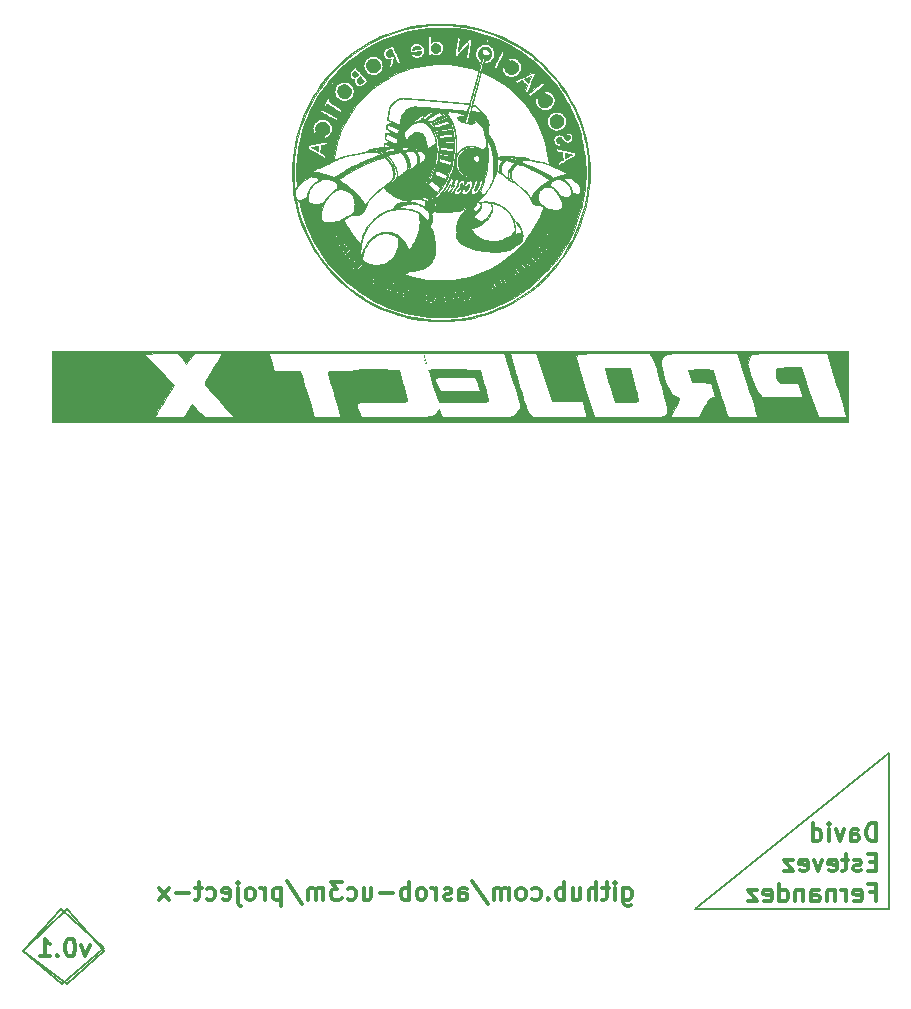
<source format=gbo>
G04 #@! TF.FileFunction,Legend,Bot*
%FSLAX46Y46*%
G04 Gerber Fmt 4.6, Leading zero omitted, Abs format (unit mm)*
G04 Created by KiCad (PCBNEW 4.0.7-e2-6376~58~ubuntu14.04.1) date Tue Oct 30 11:41:08 2018*
%MOMM*%
%LPD*%
G01*
G04 APERTURE LIST*
%ADD10C,0.100000*%
%ADD11C,0.200000*%
%ADD12C,0.300000*%
%ADD13C,0.010000*%
G04 APERTURE END LIST*
D10*
D11*
X108600000Y-145200000D02*
X104900000Y-142400000D01*
X111800000Y-142400000D02*
X108600000Y-145200000D01*
X108600000Y-138900000D02*
X111800000Y-142400000D01*
X108600000Y-138900000D02*
X104900000Y-142400000D01*
X108200000Y-145200000D02*
X104900000Y-142400000D01*
X111800000Y-142200000D02*
X108200000Y-145200000D01*
X108100000Y-138900000D02*
X111800000Y-142200000D01*
X104900000Y-142400000D02*
X108100000Y-138900000D01*
X178200000Y-125700000D02*
X178200000Y-126800000D01*
X161800000Y-138900000D02*
X178200000Y-125700000D01*
X163200000Y-138900000D02*
X161800000Y-138900000D01*
X178200000Y-126700000D02*
X178200000Y-138900000D01*
X178200000Y-138900000D02*
X163200000Y-138900000D01*
D12*
X177142857Y-133128571D02*
X177142857Y-131628571D01*
X176785714Y-131628571D01*
X176571429Y-131700000D01*
X176428571Y-131842857D01*
X176357143Y-131985714D01*
X176285714Y-132271429D01*
X176285714Y-132485714D01*
X176357143Y-132771429D01*
X176428571Y-132914286D01*
X176571429Y-133057143D01*
X176785714Y-133128571D01*
X177142857Y-133128571D01*
X175000000Y-133128571D02*
X175000000Y-132342857D01*
X175071429Y-132200000D01*
X175214286Y-132128571D01*
X175500000Y-132128571D01*
X175642857Y-132200000D01*
X175000000Y-133057143D02*
X175142857Y-133128571D01*
X175500000Y-133128571D01*
X175642857Y-133057143D01*
X175714286Y-132914286D01*
X175714286Y-132771429D01*
X175642857Y-132628571D01*
X175500000Y-132557143D01*
X175142857Y-132557143D01*
X175000000Y-132485714D01*
X174428571Y-132128571D02*
X174071428Y-133128571D01*
X173714286Y-132128571D01*
X173142857Y-133128571D02*
X173142857Y-132128571D01*
X173142857Y-131628571D02*
X173214286Y-131700000D01*
X173142857Y-131771429D01*
X173071429Y-131700000D01*
X173142857Y-131628571D01*
X173142857Y-131771429D01*
X171785714Y-133128571D02*
X171785714Y-131628571D01*
X171785714Y-133057143D02*
X171928571Y-133128571D01*
X172214285Y-133128571D01*
X172357143Y-133057143D01*
X172428571Y-132985714D01*
X172500000Y-132842857D01*
X172500000Y-132414286D01*
X172428571Y-132271429D01*
X172357143Y-132200000D01*
X172214285Y-132128571D01*
X171928571Y-132128571D01*
X171785714Y-132200000D01*
X177142857Y-134892857D02*
X176642857Y-134892857D01*
X176428571Y-135678571D02*
X177142857Y-135678571D01*
X177142857Y-134178571D01*
X176428571Y-134178571D01*
X175857143Y-135607143D02*
X175714286Y-135678571D01*
X175428571Y-135678571D01*
X175285714Y-135607143D01*
X175214286Y-135464286D01*
X175214286Y-135392857D01*
X175285714Y-135250000D01*
X175428571Y-135178571D01*
X175642857Y-135178571D01*
X175785714Y-135107143D01*
X175857143Y-134964286D01*
X175857143Y-134892857D01*
X175785714Y-134750000D01*
X175642857Y-134678571D01*
X175428571Y-134678571D01*
X175285714Y-134750000D01*
X174785714Y-134678571D02*
X174214285Y-134678571D01*
X174571428Y-134178571D02*
X174571428Y-135464286D01*
X174500000Y-135607143D01*
X174357142Y-135678571D01*
X174214285Y-135678571D01*
X173142857Y-135607143D02*
X173285714Y-135678571D01*
X173571428Y-135678571D01*
X173714285Y-135607143D01*
X173785714Y-135464286D01*
X173785714Y-134892857D01*
X173714285Y-134750000D01*
X173571428Y-134678571D01*
X173285714Y-134678571D01*
X173142857Y-134750000D01*
X173071428Y-134892857D01*
X173071428Y-135035714D01*
X173785714Y-135178571D01*
X172571428Y-134678571D02*
X172214285Y-135678571D01*
X171857143Y-134678571D01*
X170714286Y-135607143D02*
X170857143Y-135678571D01*
X171142857Y-135678571D01*
X171285714Y-135607143D01*
X171357143Y-135464286D01*
X171357143Y-134892857D01*
X171285714Y-134750000D01*
X171142857Y-134678571D01*
X170857143Y-134678571D01*
X170714286Y-134750000D01*
X170642857Y-134892857D01*
X170642857Y-135035714D01*
X171357143Y-135178571D01*
X170142857Y-134678571D02*
X169357143Y-134678571D01*
X170142857Y-135678571D01*
X169357143Y-135678571D01*
X176642857Y-137442857D02*
X177142857Y-137442857D01*
X177142857Y-138228571D02*
X177142857Y-136728571D01*
X176428571Y-136728571D01*
X175285715Y-138157143D02*
X175428572Y-138228571D01*
X175714286Y-138228571D01*
X175857143Y-138157143D01*
X175928572Y-138014286D01*
X175928572Y-137442857D01*
X175857143Y-137300000D01*
X175714286Y-137228571D01*
X175428572Y-137228571D01*
X175285715Y-137300000D01*
X175214286Y-137442857D01*
X175214286Y-137585714D01*
X175928572Y-137728571D01*
X174571429Y-138228571D02*
X174571429Y-137228571D01*
X174571429Y-137514286D02*
X174500001Y-137371429D01*
X174428572Y-137300000D01*
X174285715Y-137228571D01*
X174142858Y-137228571D01*
X173642858Y-137228571D02*
X173642858Y-138228571D01*
X173642858Y-137371429D02*
X173571430Y-137300000D01*
X173428572Y-137228571D01*
X173214287Y-137228571D01*
X173071430Y-137300000D01*
X173000001Y-137442857D01*
X173000001Y-138228571D01*
X171642858Y-138228571D02*
X171642858Y-137442857D01*
X171714287Y-137300000D01*
X171857144Y-137228571D01*
X172142858Y-137228571D01*
X172285715Y-137300000D01*
X171642858Y-138157143D02*
X171785715Y-138228571D01*
X172142858Y-138228571D01*
X172285715Y-138157143D01*
X172357144Y-138014286D01*
X172357144Y-137871429D01*
X172285715Y-137728571D01*
X172142858Y-137657143D01*
X171785715Y-137657143D01*
X171642858Y-137585714D01*
X170928572Y-137228571D02*
X170928572Y-138228571D01*
X170928572Y-137371429D02*
X170857144Y-137300000D01*
X170714286Y-137228571D01*
X170500001Y-137228571D01*
X170357144Y-137300000D01*
X170285715Y-137442857D01*
X170285715Y-138228571D01*
X168928572Y-138228571D02*
X168928572Y-136728571D01*
X168928572Y-138157143D02*
X169071429Y-138228571D01*
X169357143Y-138228571D01*
X169500001Y-138157143D01*
X169571429Y-138085714D01*
X169642858Y-137942857D01*
X169642858Y-137514286D01*
X169571429Y-137371429D01*
X169500001Y-137300000D01*
X169357143Y-137228571D01*
X169071429Y-137228571D01*
X168928572Y-137300000D01*
X167642858Y-138157143D02*
X167785715Y-138228571D01*
X168071429Y-138228571D01*
X168214286Y-138157143D01*
X168285715Y-138014286D01*
X168285715Y-137442857D01*
X168214286Y-137300000D01*
X168071429Y-137228571D01*
X167785715Y-137228571D01*
X167642858Y-137300000D01*
X167571429Y-137442857D01*
X167571429Y-137585714D01*
X168285715Y-137728571D01*
X167071429Y-137228571D02*
X166285715Y-137228571D01*
X167071429Y-138228571D01*
X166285715Y-138228571D01*
X155750001Y-137078571D02*
X155750001Y-138292857D01*
X155821430Y-138435714D01*
X155892858Y-138507143D01*
X156035715Y-138578571D01*
X156250001Y-138578571D01*
X156392858Y-138507143D01*
X155750001Y-138007143D02*
X155892858Y-138078571D01*
X156178572Y-138078571D01*
X156321430Y-138007143D01*
X156392858Y-137935714D01*
X156464287Y-137792857D01*
X156464287Y-137364286D01*
X156392858Y-137221429D01*
X156321430Y-137150000D01*
X156178572Y-137078571D01*
X155892858Y-137078571D01*
X155750001Y-137150000D01*
X155035715Y-138078571D02*
X155035715Y-137078571D01*
X155035715Y-136578571D02*
X155107144Y-136650000D01*
X155035715Y-136721429D01*
X154964287Y-136650000D01*
X155035715Y-136578571D01*
X155035715Y-136721429D01*
X154535715Y-137078571D02*
X153964286Y-137078571D01*
X154321429Y-136578571D02*
X154321429Y-137864286D01*
X154250001Y-138007143D01*
X154107143Y-138078571D01*
X153964286Y-138078571D01*
X153464286Y-138078571D02*
X153464286Y-136578571D01*
X152821429Y-138078571D02*
X152821429Y-137292857D01*
X152892858Y-137150000D01*
X153035715Y-137078571D01*
X153250000Y-137078571D01*
X153392858Y-137150000D01*
X153464286Y-137221429D01*
X151464286Y-137078571D02*
X151464286Y-138078571D01*
X152107143Y-137078571D02*
X152107143Y-137864286D01*
X152035715Y-138007143D01*
X151892857Y-138078571D01*
X151678572Y-138078571D01*
X151535715Y-138007143D01*
X151464286Y-137935714D01*
X150750000Y-138078571D02*
X150750000Y-136578571D01*
X150750000Y-137150000D02*
X150607143Y-137078571D01*
X150321429Y-137078571D01*
X150178572Y-137150000D01*
X150107143Y-137221429D01*
X150035714Y-137364286D01*
X150035714Y-137792857D01*
X150107143Y-137935714D01*
X150178572Y-138007143D01*
X150321429Y-138078571D01*
X150607143Y-138078571D01*
X150750000Y-138007143D01*
X149392857Y-137935714D02*
X149321429Y-138007143D01*
X149392857Y-138078571D01*
X149464286Y-138007143D01*
X149392857Y-137935714D01*
X149392857Y-138078571D01*
X148035714Y-138007143D02*
X148178571Y-138078571D01*
X148464285Y-138078571D01*
X148607143Y-138007143D01*
X148678571Y-137935714D01*
X148750000Y-137792857D01*
X148750000Y-137364286D01*
X148678571Y-137221429D01*
X148607143Y-137150000D01*
X148464285Y-137078571D01*
X148178571Y-137078571D01*
X148035714Y-137150000D01*
X147178571Y-138078571D02*
X147321429Y-138007143D01*
X147392857Y-137935714D01*
X147464286Y-137792857D01*
X147464286Y-137364286D01*
X147392857Y-137221429D01*
X147321429Y-137150000D01*
X147178571Y-137078571D01*
X146964286Y-137078571D01*
X146821429Y-137150000D01*
X146750000Y-137221429D01*
X146678571Y-137364286D01*
X146678571Y-137792857D01*
X146750000Y-137935714D01*
X146821429Y-138007143D01*
X146964286Y-138078571D01*
X147178571Y-138078571D01*
X146035714Y-138078571D02*
X146035714Y-137078571D01*
X146035714Y-137221429D02*
X145964286Y-137150000D01*
X145821428Y-137078571D01*
X145607143Y-137078571D01*
X145464286Y-137150000D01*
X145392857Y-137292857D01*
X145392857Y-138078571D01*
X145392857Y-137292857D02*
X145321428Y-137150000D01*
X145178571Y-137078571D01*
X144964286Y-137078571D01*
X144821428Y-137150000D01*
X144750000Y-137292857D01*
X144750000Y-138078571D01*
X142964286Y-136507143D02*
X144250000Y-138435714D01*
X141821428Y-138078571D02*
X141821428Y-137292857D01*
X141892857Y-137150000D01*
X142035714Y-137078571D01*
X142321428Y-137078571D01*
X142464285Y-137150000D01*
X141821428Y-138007143D02*
X141964285Y-138078571D01*
X142321428Y-138078571D01*
X142464285Y-138007143D01*
X142535714Y-137864286D01*
X142535714Y-137721429D01*
X142464285Y-137578571D01*
X142321428Y-137507143D01*
X141964285Y-137507143D01*
X141821428Y-137435714D01*
X141178571Y-138007143D02*
X141035714Y-138078571D01*
X140749999Y-138078571D01*
X140607142Y-138007143D01*
X140535714Y-137864286D01*
X140535714Y-137792857D01*
X140607142Y-137650000D01*
X140749999Y-137578571D01*
X140964285Y-137578571D01*
X141107142Y-137507143D01*
X141178571Y-137364286D01*
X141178571Y-137292857D01*
X141107142Y-137150000D01*
X140964285Y-137078571D01*
X140749999Y-137078571D01*
X140607142Y-137150000D01*
X139892856Y-138078571D02*
X139892856Y-137078571D01*
X139892856Y-137364286D02*
X139821428Y-137221429D01*
X139749999Y-137150000D01*
X139607142Y-137078571D01*
X139464285Y-137078571D01*
X138749999Y-138078571D02*
X138892857Y-138007143D01*
X138964285Y-137935714D01*
X139035714Y-137792857D01*
X139035714Y-137364286D01*
X138964285Y-137221429D01*
X138892857Y-137150000D01*
X138749999Y-137078571D01*
X138535714Y-137078571D01*
X138392857Y-137150000D01*
X138321428Y-137221429D01*
X138249999Y-137364286D01*
X138249999Y-137792857D01*
X138321428Y-137935714D01*
X138392857Y-138007143D01*
X138535714Y-138078571D01*
X138749999Y-138078571D01*
X137607142Y-138078571D02*
X137607142Y-136578571D01*
X137607142Y-137150000D02*
X137464285Y-137078571D01*
X137178571Y-137078571D01*
X137035714Y-137150000D01*
X136964285Y-137221429D01*
X136892856Y-137364286D01*
X136892856Y-137792857D01*
X136964285Y-137935714D01*
X137035714Y-138007143D01*
X137178571Y-138078571D01*
X137464285Y-138078571D01*
X137607142Y-138007143D01*
X136249999Y-137507143D02*
X135107142Y-137507143D01*
X133749999Y-137078571D02*
X133749999Y-138078571D01*
X134392856Y-137078571D02*
X134392856Y-137864286D01*
X134321428Y-138007143D01*
X134178570Y-138078571D01*
X133964285Y-138078571D01*
X133821428Y-138007143D01*
X133749999Y-137935714D01*
X132392856Y-138007143D02*
X132535713Y-138078571D01*
X132821427Y-138078571D01*
X132964285Y-138007143D01*
X133035713Y-137935714D01*
X133107142Y-137792857D01*
X133107142Y-137364286D01*
X133035713Y-137221429D01*
X132964285Y-137150000D01*
X132821427Y-137078571D01*
X132535713Y-137078571D01*
X132392856Y-137150000D01*
X131892856Y-136578571D02*
X130964285Y-136578571D01*
X131464285Y-137150000D01*
X131249999Y-137150000D01*
X131107142Y-137221429D01*
X131035713Y-137292857D01*
X130964285Y-137435714D01*
X130964285Y-137792857D01*
X131035713Y-137935714D01*
X131107142Y-138007143D01*
X131249999Y-138078571D01*
X131678571Y-138078571D01*
X131821428Y-138007143D01*
X131892856Y-137935714D01*
X130321428Y-138078571D02*
X130321428Y-137078571D01*
X130321428Y-137221429D02*
X130250000Y-137150000D01*
X130107142Y-137078571D01*
X129892857Y-137078571D01*
X129750000Y-137150000D01*
X129678571Y-137292857D01*
X129678571Y-138078571D01*
X129678571Y-137292857D02*
X129607142Y-137150000D01*
X129464285Y-137078571D01*
X129250000Y-137078571D01*
X129107142Y-137150000D01*
X129035714Y-137292857D01*
X129035714Y-138078571D01*
X127250000Y-136507143D02*
X128535714Y-138435714D01*
X126749999Y-137078571D02*
X126749999Y-138578571D01*
X126749999Y-137150000D02*
X126607142Y-137078571D01*
X126321428Y-137078571D01*
X126178571Y-137150000D01*
X126107142Y-137221429D01*
X126035713Y-137364286D01*
X126035713Y-137792857D01*
X126107142Y-137935714D01*
X126178571Y-138007143D01*
X126321428Y-138078571D01*
X126607142Y-138078571D01*
X126749999Y-138007143D01*
X125392856Y-138078571D02*
X125392856Y-137078571D01*
X125392856Y-137364286D02*
X125321428Y-137221429D01*
X125249999Y-137150000D01*
X125107142Y-137078571D01*
X124964285Y-137078571D01*
X124249999Y-138078571D02*
X124392857Y-138007143D01*
X124464285Y-137935714D01*
X124535714Y-137792857D01*
X124535714Y-137364286D01*
X124464285Y-137221429D01*
X124392857Y-137150000D01*
X124249999Y-137078571D01*
X124035714Y-137078571D01*
X123892857Y-137150000D01*
X123821428Y-137221429D01*
X123749999Y-137364286D01*
X123749999Y-137792857D01*
X123821428Y-137935714D01*
X123892857Y-138007143D01*
X124035714Y-138078571D01*
X124249999Y-138078571D01*
X123107142Y-137078571D02*
X123107142Y-138364286D01*
X123178571Y-138507143D01*
X123321428Y-138578571D01*
X123392856Y-138578571D01*
X123107142Y-136578571D02*
X123178571Y-136650000D01*
X123107142Y-136721429D01*
X123035714Y-136650000D01*
X123107142Y-136578571D01*
X123107142Y-136721429D01*
X121821428Y-138007143D02*
X121964285Y-138078571D01*
X122249999Y-138078571D01*
X122392856Y-138007143D01*
X122464285Y-137864286D01*
X122464285Y-137292857D01*
X122392856Y-137150000D01*
X122249999Y-137078571D01*
X121964285Y-137078571D01*
X121821428Y-137150000D01*
X121749999Y-137292857D01*
X121749999Y-137435714D01*
X122464285Y-137578571D01*
X120464285Y-138007143D02*
X120607142Y-138078571D01*
X120892856Y-138078571D01*
X121035714Y-138007143D01*
X121107142Y-137935714D01*
X121178571Y-137792857D01*
X121178571Y-137364286D01*
X121107142Y-137221429D01*
X121035714Y-137150000D01*
X120892856Y-137078571D01*
X120607142Y-137078571D01*
X120464285Y-137150000D01*
X120035714Y-137078571D02*
X119464285Y-137078571D01*
X119821428Y-136578571D02*
X119821428Y-137864286D01*
X119750000Y-138007143D01*
X119607142Y-138078571D01*
X119464285Y-138078571D01*
X118964285Y-137507143D02*
X117821428Y-137507143D01*
X117249999Y-138078571D02*
X116464285Y-137078571D01*
X117249999Y-137078571D02*
X116464285Y-138078571D01*
X110542856Y-141878571D02*
X110185713Y-142878571D01*
X109828571Y-141878571D01*
X108971428Y-141378571D02*
X108828571Y-141378571D01*
X108685714Y-141450000D01*
X108614285Y-141521429D01*
X108542856Y-141664286D01*
X108471428Y-141950000D01*
X108471428Y-142307143D01*
X108542856Y-142592857D01*
X108614285Y-142735714D01*
X108685714Y-142807143D01*
X108828571Y-142878571D01*
X108971428Y-142878571D01*
X109114285Y-142807143D01*
X109185714Y-142735714D01*
X109257142Y-142592857D01*
X109328571Y-142307143D01*
X109328571Y-141950000D01*
X109257142Y-141664286D01*
X109185714Y-141521429D01*
X109114285Y-141450000D01*
X108971428Y-141378571D01*
X107828571Y-142735714D02*
X107757143Y-142807143D01*
X107828571Y-142878571D01*
X107900000Y-142807143D01*
X107828571Y-142735714D01*
X107828571Y-142878571D01*
X106328571Y-142878571D02*
X107185714Y-142878571D01*
X106757142Y-142878571D02*
X106757142Y-141378571D01*
X106899999Y-141592857D01*
X107042857Y-141735714D01*
X107185714Y-141807143D01*
D13*
G36*
X140168650Y-63908073D02*
X140021984Y-63908926D01*
X139881824Y-63910417D01*
X139751715Y-63912548D01*
X139635201Y-63915317D01*
X139535826Y-63918724D01*
X139457135Y-63922771D01*
X139436400Y-63924239D01*
X139128312Y-63950756D01*
X138838251Y-63981420D01*
X138559043Y-64017204D01*
X138283513Y-64059083D01*
X138004488Y-64108032D01*
X137819089Y-64143853D01*
X137274806Y-64265389D01*
X136737725Y-64411034D01*
X136208590Y-64580332D01*
X135688144Y-64772826D01*
X135177132Y-64988061D01*
X134676295Y-65225580D01*
X134186379Y-65484928D01*
X133708126Y-65765648D01*
X133242281Y-66067284D01*
X132789585Y-66389380D01*
X132350784Y-66731479D01*
X131926621Y-67093126D01*
X131517838Y-67473865D01*
X131125180Y-67873239D01*
X130749390Y-68290792D01*
X130430152Y-68676800D01*
X130088380Y-69127413D01*
X129767492Y-69592368D01*
X129467819Y-70071078D01*
X129189695Y-70562956D01*
X128933454Y-71067413D01*
X128699429Y-71583864D01*
X128502152Y-72074050D01*
X128325623Y-72573808D01*
X128169572Y-73085874D01*
X128034778Y-73606832D01*
X127922019Y-74133268D01*
X127832073Y-74661768D01*
X127765717Y-75188919D01*
X127746799Y-75388750D01*
X127712884Y-75912290D01*
X127700079Y-76443251D01*
X127708384Y-76974926D01*
X127737800Y-77500611D01*
X127746799Y-77611250D01*
X127807029Y-78164322D01*
X127892253Y-78713759D01*
X128002232Y-79258824D01*
X128136724Y-79798783D01*
X128295492Y-80332900D01*
X128478294Y-80860441D01*
X128684892Y-81380669D01*
X128915045Y-81892849D01*
X129168514Y-82396248D01*
X129445058Y-82890128D01*
X129496693Y-82977000D01*
X129794631Y-83449369D01*
X130112841Y-83907059D01*
X130450563Y-84349479D01*
X130807040Y-84776035D01*
X131181512Y-85186135D01*
X131573222Y-85579185D01*
X131981410Y-85954593D01*
X132405319Y-86311767D01*
X132844189Y-86650113D01*
X133297262Y-86969040D01*
X133763779Y-87267953D01*
X134242982Y-87546261D01*
X134734112Y-87803370D01*
X135236411Y-88038689D01*
X135749121Y-88251623D01*
X136271481Y-88441581D01*
X136642400Y-88560543D01*
X137089306Y-88687404D01*
X137536684Y-88796741D01*
X137988732Y-88889330D01*
X138449647Y-88965952D01*
X138923627Y-89027385D01*
X139411000Y-89074097D01*
X139454133Y-89076606D01*
X139518717Y-89079080D01*
X139601556Y-89081483D01*
X139699454Y-89083781D01*
X139809214Y-89085937D01*
X139927638Y-89087914D01*
X140051531Y-89089678D01*
X140177694Y-89091190D01*
X140302932Y-89092417D01*
X140424047Y-89093321D01*
X140537842Y-89093866D01*
X140641122Y-89094018D01*
X140730688Y-89093738D01*
X140803344Y-89092992D01*
X140855893Y-89091743D01*
X140877850Y-89090638D01*
X140912485Y-89088230D01*
X140966432Y-89084640D01*
X141033654Y-89080263D01*
X141108114Y-89075494D01*
X141150900Y-89072787D01*
X141623419Y-89032686D01*
X142104687Y-88971675D01*
X142590284Y-88890565D01*
X143075792Y-88790166D01*
X143556791Y-88671289D01*
X143944900Y-88560543D01*
X144474164Y-88386818D01*
X144994680Y-88189513D01*
X145505652Y-87969168D01*
X146006289Y-87726326D01*
X146495795Y-87461528D01*
X146973376Y-87175316D01*
X147438240Y-86868230D01*
X147889591Y-86540813D01*
X148326636Y-86193606D01*
X148748580Y-85827150D01*
X149154631Y-85441988D01*
X149543994Y-85038660D01*
X149915875Y-84617709D01*
X150157149Y-84323200D01*
X150498921Y-83872586D01*
X150819809Y-83407631D01*
X151119482Y-82928921D01*
X151397606Y-82437043D01*
X151653847Y-81932586D01*
X151887872Y-81416135D01*
X152085149Y-80925950D01*
X152269372Y-80404335D01*
X152429680Y-79875368D01*
X152566164Y-79338611D01*
X152678916Y-78793626D01*
X152768028Y-78239975D01*
X152833590Y-77677222D01*
X152872922Y-77155816D01*
X152877302Y-77057697D01*
X152880726Y-76939198D01*
X152883192Y-76805317D01*
X152884701Y-76661057D01*
X152885252Y-76511416D01*
X152884846Y-76361397D01*
X152884743Y-76350370D01*
X152771567Y-76350370D01*
X152765349Y-76912854D01*
X152734062Y-77476972D01*
X152677672Y-78042198D01*
X152624442Y-78430400D01*
X152604713Y-78551513D01*
X152579862Y-78690834D01*
X152551174Y-78841990D01*
X152519932Y-78998609D01*
X152487421Y-79154320D01*
X152454925Y-79302751D01*
X152423727Y-79437529D01*
X152410746Y-79490850D01*
X152264147Y-80029530D01*
X152093452Y-80560819D01*
X151899124Y-81083814D01*
X151681623Y-81597615D01*
X151441411Y-82101320D01*
X151178949Y-82594028D01*
X150894699Y-83074838D01*
X150589123Y-83542848D01*
X150262681Y-83997157D01*
X149915835Y-84436864D01*
X149819734Y-84551800D01*
X149680583Y-84712423D01*
X149528298Y-84881430D01*
X149367061Y-85054514D01*
X149201052Y-85227369D01*
X149034451Y-85395687D01*
X148871440Y-85555163D01*
X148716199Y-85701489D01*
X148612150Y-85795781D01*
X148173479Y-86169151D01*
X147723095Y-86519983D01*
X147260998Y-86848278D01*
X146787190Y-87154033D01*
X146301671Y-87437250D01*
X145804441Y-87697927D01*
X145295502Y-87936065D01*
X144774854Y-88151663D01*
X144393557Y-88292648D01*
X143895584Y-88455124D01*
X143384785Y-88597084D01*
X142864059Y-88717957D01*
X142336305Y-88817175D01*
X141804421Y-88894170D01*
X141271304Y-88948371D01*
X140941350Y-88970284D01*
X140845211Y-88974312D01*
X140729044Y-88977483D01*
X140597894Y-88979793D01*
X140456807Y-88981238D01*
X140310828Y-88981812D01*
X140165001Y-88981511D01*
X140024373Y-88980330D01*
X139893988Y-88978264D01*
X139778892Y-88975309D01*
X139684130Y-88971460D01*
X139684050Y-88971456D01*
X139115046Y-88929646D01*
X138553660Y-88863612D01*
X137999809Y-88773328D01*
X137453411Y-88658770D01*
X136914385Y-88519912D01*
X136382648Y-88356729D01*
X135858118Y-88169198D01*
X135340713Y-87957292D01*
X134830352Y-87720986D01*
X134326951Y-87460257D01*
X133892850Y-87212499D01*
X133695222Y-87090947D01*
X133485163Y-86954773D01*
X133267862Y-86807652D01*
X133048507Y-86653257D01*
X132832288Y-86495262D01*
X132624392Y-86337342D01*
X132430010Y-86183169D01*
X132372079Y-86135697D01*
X131999476Y-85814932D01*
X131634817Y-85475663D01*
X131282978Y-85122707D01*
X130948839Y-84760878D01*
X130767567Y-84551800D01*
X130416562Y-84117677D01*
X130085582Y-83668617D01*
X129775135Y-83205612D01*
X129485725Y-82729653D01*
X129217860Y-82241732D01*
X128972047Y-81742839D01*
X128748791Y-81233967D01*
X128548599Y-80716107D01*
X128371978Y-80190250D01*
X128219435Y-79657389D01*
X128172410Y-79471800D01*
X128148000Y-79370386D01*
X128124735Y-79270413D01*
X128103263Y-79174970D01*
X128084232Y-79087145D01*
X128068286Y-79010029D01*
X128056074Y-78946710D01*
X128048243Y-78900278D01*
X128045439Y-78873822D01*
X128046188Y-78868979D01*
X128060617Y-78868984D01*
X128091106Y-78875405D01*
X128113787Y-78881715D01*
X128161580Y-78893048D01*
X128208950Y-78899629D01*
X128224077Y-78900300D01*
X128257497Y-78903115D01*
X128273865Y-78914315D01*
X128279342Y-78928875D01*
X128284179Y-78950101D01*
X128293503Y-78991589D01*
X128306298Y-79048800D01*
X128321550Y-79117198D01*
X128336867Y-79186050D01*
X128460069Y-79685848D01*
X128607305Y-80186028D01*
X128777426Y-80683644D01*
X128969284Y-81175750D01*
X129181731Y-81659401D01*
X129413620Y-82131653D01*
X129663093Y-82588330D01*
X129951149Y-83063413D01*
X130260729Y-83525452D01*
X130591028Y-83973507D01*
X130941239Y-84406636D01*
X131310556Y-84823899D01*
X131698173Y-85224356D01*
X132103284Y-85607066D01*
X132525082Y-85971088D01*
X132648250Y-86071291D01*
X133076174Y-86399100D01*
X133520329Y-86708764D01*
X133978947Y-86999348D01*
X134450263Y-87269919D01*
X134932510Y-87519541D01*
X135423919Y-87747282D01*
X135922724Y-87952206D01*
X136427158Y-88133379D01*
X136731300Y-88230147D01*
X137240801Y-88373249D01*
X137748630Y-88493163D01*
X138258528Y-88590555D01*
X138774234Y-88666089D01*
X139299489Y-88720431D01*
X139613209Y-88742693D01*
X139794549Y-88751030D01*
X139995454Y-88755953D01*
X140210336Y-88757561D01*
X140433606Y-88755955D01*
X140659673Y-88751235D01*
X140882948Y-88743503D01*
X141097842Y-88732857D01*
X141298766Y-88719399D01*
X141404900Y-88710508D01*
X141954054Y-88647914D01*
X142498599Y-88560550D01*
X143037710Y-88448760D01*
X143570564Y-88312890D01*
X144096338Y-88153284D01*
X144614209Y-87970288D01*
X145123352Y-87764248D01*
X145622944Y-87535508D01*
X145633772Y-87529950D01*
X141055650Y-87529950D01*
X140979450Y-87529950D01*
X140970069Y-87256900D01*
X140966777Y-87165802D01*
X140963161Y-87073756D01*
X140959496Y-86987197D01*
X140956055Y-86912560D01*
X140953111Y-86856283D01*
X140952875Y-86852250D01*
X140945062Y-86720651D01*
X140822244Y-86725584D01*
X140740912Y-86732172D01*
X140680171Y-86745683D01*
X140635724Y-86767952D01*
X140603278Y-86800813D01*
X140588222Y-86825532D01*
X140571465Y-86878409D01*
X140569320Y-86937357D01*
X140580996Y-86992947D01*
X140605703Y-87035752D01*
X140605853Y-87035913D01*
X140639397Y-87067061D01*
X140674324Y-87086529D01*
X140719304Y-87097985D01*
X140765915Y-87103621D01*
X140844480Y-87110850D01*
X140727815Y-87314126D01*
X140690131Y-87379677D01*
X140656377Y-87438185D01*
X140628754Y-87485851D01*
X140609464Y-87518873D01*
X140600876Y-87533201D01*
X140582557Y-87543304D01*
X140549861Y-87548713D01*
X140540104Y-87549000D01*
X140508512Y-87547616D01*
X140497178Y-87541514D01*
X140501026Y-87527767D01*
X140501553Y-87526775D01*
X140512034Y-87508016D01*
X140532511Y-87471953D01*
X140560300Y-87423292D01*
X140592719Y-87366736D01*
X140602783Y-87349219D01*
X140634173Y-87293275D01*
X140659482Y-87245583D01*
X140676674Y-87210188D01*
X140683715Y-87191137D01*
X140683358Y-87189050D01*
X140665639Y-87182792D01*
X140639405Y-87175783D01*
X140609550Y-87162382D01*
X140572816Y-87137645D01*
X140553579Y-87121658D01*
X140505787Y-87062536D01*
X140478031Y-86993072D01*
X140470063Y-86918215D01*
X140481637Y-86842914D01*
X140512505Y-86772117D01*
X140562422Y-86710774D01*
X140574596Y-86700135D01*
X140607631Y-86677190D01*
X140646113Y-86660000D01*
X140329095Y-86660000D01*
X140321066Y-86828275D01*
X140318177Y-86894030D01*
X140314858Y-86978098D01*
X140311367Y-87073402D01*
X140307963Y-87172863D01*
X140304904Y-87269406D01*
X140304575Y-87280371D01*
X140296113Y-87564192D01*
X140098032Y-87555108D01*
X140029656Y-87551731D01*
X139970527Y-87548352D01*
X139925161Y-87545268D01*
X139898075Y-87542771D01*
X139892543Y-87541721D01*
X139889087Y-87527588D01*
X139890766Y-87499133D01*
X139891081Y-87496909D01*
X139897026Y-87456401D01*
X140052361Y-87463741D01*
X140207695Y-87471080D01*
X140215986Y-87189365D01*
X140218873Y-87097910D01*
X140221644Y-87019545D01*
X139839780Y-87019545D01*
X139836048Y-87134206D01*
X139810241Y-87238231D01*
X139763458Y-87329853D01*
X139696795Y-87407304D01*
X139611350Y-87468816D01*
X139540576Y-87501585D01*
X139467895Y-87518614D01*
X139383454Y-87522276D01*
X139296716Y-87513158D01*
X139217144Y-87491849D01*
X139188812Y-87479736D01*
X139104423Y-87425329D01*
X139030791Y-87352038D01*
X138973893Y-87265926D01*
X138969668Y-87257488D01*
X138953352Y-87221003D01*
X138943127Y-87187596D01*
X138937597Y-87149312D01*
X138935371Y-87098196D01*
X138935044Y-87059782D01*
X138935531Y-86999352D01*
X138938402Y-86956014D01*
X138945281Y-86921472D01*
X138957787Y-86887430D01*
X138976492Y-86847726D01*
X139033427Y-86758165D01*
X139051054Y-86740617D01*
X138864900Y-86740617D01*
X138857783Y-86810531D01*
X138834966Y-86866470D01*
X138794259Y-86910631D01*
X138733467Y-86945215D01*
X138650398Y-86972421D01*
X138628413Y-86977750D01*
X138547785Y-86999231D01*
X138488846Y-87022364D01*
X138447891Y-87049221D01*
X138421211Y-87081875D01*
X138413286Y-87098020D01*
X138397525Y-87163199D01*
X138403964Y-87223417D01*
X138430050Y-87274670D01*
X138473228Y-87312958D01*
X138530945Y-87334280D01*
X138566035Y-87337333D01*
X138627193Y-87326454D01*
X138675112Y-87293913D01*
X138708474Y-87242389D01*
X138724782Y-87210677D01*
X138741204Y-87197108D01*
X138765633Y-87195649D01*
X138769185Y-87195972D01*
X138796198Y-87201890D01*
X138804845Y-87216797D01*
X138804281Y-87231500D01*
X138789029Y-87280152D01*
X138757123Y-87331576D01*
X138714754Y-87377444D01*
X138674400Y-87406238D01*
X138606109Y-87429231D01*
X138531906Y-87431060D01*
X138459217Y-87412182D01*
X138418591Y-87390560D01*
X138365898Y-87341141D01*
X138329345Y-87276012D01*
X138310509Y-87200272D01*
X138310967Y-87119021D01*
X138320313Y-87072750D01*
X138341136Y-87016839D01*
X138371068Y-86974120D01*
X138414014Y-86941796D01*
X138473876Y-86917073D01*
X138554561Y-86897155D01*
X138569682Y-86894224D01*
X138640239Y-86879534D01*
X138690084Y-86865176D01*
X138723793Y-86849129D01*
X138745944Y-86829369D01*
X138757549Y-86811241D01*
X138776120Y-86752172D01*
X138769877Y-86696487D01*
X138739103Y-86646209D01*
X138733569Y-86640428D01*
X138699742Y-86612379D01*
X138665433Y-86592571D01*
X138654956Y-86588916D01*
X138611044Y-86589660D01*
X138565496Y-86608944D01*
X138526875Y-86642045D01*
X138509300Y-86669250D01*
X138490006Y-86699005D01*
X138464849Y-86709947D01*
X138454927Y-86710525D01*
X138424208Y-86704315D01*
X138412927Y-86684146D01*
X138420719Y-86648654D01*
X138431860Y-86624331D01*
X138475955Y-86562957D01*
X138533606Y-86522033D01*
X138601636Y-86503133D01*
X138669687Y-86506365D01*
X138744332Y-86532075D01*
X138802950Y-86576297D01*
X138843311Y-86636356D01*
X138863184Y-86709576D01*
X138864900Y-86740617D01*
X139051054Y-86740617D01*
X139104946Y-86686970D01*
X139187676Y-86634710D01*
X139278241Y-86601954D01*
X139373269Y-86589273D01*
X139469385Y-86597236D01*
X139563215Y-86626411D01*
X139651385Y-86677369D01*
X139706210Y-86724577D01*
X139767214Y-86794730D01*
X139807573Y-86865466D01*
X139830924Y-86944816D01*
X139839780Y-87019545D01*
X140221644Y-87019545D01*
X140222109Y-87006401D01*
X140225456Y-86920896D01*
X140228674Y-86847456D01*
X140231523Y-86792142D01*
X140232025Y-86783825D01*
X140239773Y-86660000D01*
X140329095Y-86660000D01*
X140646113Y-86660000D01*
X140646346Y-86659896D01*
X140695154Y-86647254D01*
X140758474Y-86638262D01*
X140840722Y-86631923D01*
X140886047Y-86629625D01*
X141033944Y-86622973D01*
X141042601Y-86828811D01*
X141045663Y-86913226D01*
X141048530Y-87013463D01*
X141050973Y-87119944D01*
X141052763Y-87223093D01*
X141053454Y-87282300D01*
X141055650Y-87529950D01*
X145633772Y-87529950D01*
X145857371Y-87415187D01*
X141974047Y-87415187D01*
X141974031Y-87415477D01*
X141960147Y-87420317D01*
X141931945Y-87427186D01*
X141930133Y-87427577D01*
X141913015Y-87430489D01*
X141899292Y-87428421D01*
X141885838Y-87417916D01*
X141869525Y-87395519D01*
X141847227Y-87357774D01*
X141815833Y-87301253D01*
X141783952Y-87244297D01*
X141760975Y-87206336D01*
X141744017Y-87183866D01*
X141730194Y-87173382D01*
X141716620Y-87171382D01*
X141709700Y-87172339D01*
X141685420Y-87176245D01*
X141641850Y-87182645D01*
X141584884Y-87190695D01*
X141520411Y-87199551D01*
X141511532Y-87200752D01*
X141345113Y-87223209D01*
X141310880Y-87372647D01*
X141276647Y-87522084D01*
X141235999Y-87526017D01*
X141206858Y-87526145D01*
X141191458Y-87521105D01*
X141191182Y-87520618D01*
X141193012Y-87506527D01*
X141200056Y-87470531D01*
X141211698Y-87415445D01*
X141227321Y-87344086D01*
X141246309Y-87259269D01*
X141268045Y-87163812D01*
X141291912Y-87060529D01*
X141291947Y-87060381D01*
X141316144Y-86956918D01*
X141338763Y-86861190D01*
X141359114Y-86776036D01*
X141376509Y-86704296D01*
X141390260Y-86648808D01*
X141399679Y-86612411D01*
X141404066Y-86597962D01*
X141420286Y-86589508D01*
X141451520Y-86582959D01*
X141460613Y-86581949D01*
X141509976Y-86577450D01*
X141743994Y-86994685D01*
X141796447Y-87088477D01*
X141844593Y-87175094D01*
X141887098Y-87252096D01*
X141922629Y-87317045D01*
X141949853Y-87367503D01*
X141967437Y-87401030D01*
X141974047Y-87415187D01*
X145857371Y-87415187D01*
X146112162Y-87284415D01*
X146590182Y-87011312D01*
X146814667Y-86869314D01*
X144071900Y-86869314D01*
X144060491Y-86879481D01*
X144029426Y-86894946D01*
X143983450Y-86913948D01*
X143927307Y-86934727D01*
X143865742Y-86955522D01*
X143803498Y-86974575D01*
X143748050Y-86989459D01*
X143682470Y-86997756D01*
X143608618Y-86995100D01*
X143537653Y-86982587D01*
X143485053Y-86963591D01*
X143396991Y-86906635D01*
X143356899Y-86864808D01*
X142833931Y-86864808D01*
X142833660Y-86961087D01*
X142813340Y-87056055D01*
X142771921Y-87146415D01*
X142719582Y-87216871D01*
X142641779Y-87285249D01*
X142551942Y-87334073D01*
X142454463Y-87362395D01*
X142353729Y-87369267D01*
X142254131Y-87353741D01*
X142191470Y-87330910D01*
X142148381Y-87308049D01*
X142104785Y-87279836D01*
X142066311Y-87250574D01*
X142038586Y-87224564D01*
X142027238Y-87206106D01*
X142027200Y-87205359D01*
X142038299Y-87196175D01*
X142065641Y-87187449D01*
X142072007Y-87186145D01*
X142106071Y-87183859D01*
X142137196Y-87193952D01*
X142166596Y-87212239D01*
X142252154Y-87257749D01*
X142340527Y-87279850D01*
X142428249Y-87279440D01*
X142511855Y-87257416D01*
X142587879Y-87214677D01*
X142652853Y-87152122D01*
X142701983Y-87073486D01*
X142731981Y-86982406D01*
X142739147Y-86888365D01*
X142724133Y-86796164D01*
X142687593Y-86710602D01*
X142644562Y-86651552D01*
X142570856Y-86586198D01*
X142490138Y-86543903D01*
X142405352Y-86524359D01*
X142319445Y-86527261D01*
X142235364Y-86552301D01*
X142156053Y-86599172D01*
X142084460Y-86667567D01*
X142049925Y-86713523D01*
X142016692Y-86742277D01*
X141983250Y-86751252D01*
X141954222Y-86753025D01*
X141941516Y-86746655D01*
X141943954Y-86727772D01*
X141960358Y-86692004D01*
X141964879Y-86683090D01*
X142021487Y-86598572D01*
X142095144Y-86529348D01*
X142181647Y-86477392D01*
X142276795Y-86444677D01*
X142376385Y-86433179D01*
X142473372Y-86444191D01*
X142571330Y-86479113D01*
X142655544Y-86532504D01*
X142724961Y-86601065D01*
X142778531Y-86681500D01*
X142815205Y-86770513D01*
X142833931Y-86864808D01*
X143356899Y-86864808D01*
X143326905Y-86833516D01*
X143273180Y-86742260D01*
X143246205Y-86672093D01*
X143224511Y-86568079D01*
X143225825Y-86466885D01*
X143244976Y-86388537D01*
X137929988Y-86388537D01*
X137926683Y-86403078D01*
X137917957Y-86439348D01*
X137904525Y-86494429D01*
X137887103Y-86565402D01*
X137866409Y-86649350D01*
X137843156Y-86743353D01*
X137823668Y-86821925D01*
X137795378Y-86935458D01*
X137772322Y-87026715D01*
X137753747Y-87098100D01*
X137738902Y-87152020D01*
X137727035Y-87190883D01*
X137717394Y-87217096D01*
X137709226Y-87233064D01*
X137701780Y-87241195D01*
X137694304Y-87243895D01*
X137691780Y-87244005D01*
X137661748Y-87239119D01*
X137648288Y-87233367D01*
X137644965Y-87225445D01*
X137645363Y-87206706D01*
X137649908Y-87175099D01*
X137659024Y-87128571D01*
X137673134Y-87065070D01*
X137692665Y-86982543D01*
X137718040Y-86878939D01*
X137739047Y-86794611D01*
X137764310Y-86694264D01*
X137787845Y-86601879D01*
X137808900Y-86520316D01*
X137826726Y-86452435D01*
X137840573Y-86401096D01*
X137849691Y-86369160D01*
X137853141Y-86359426D01*
X137868992Y-86357815D01*
X137894514Y-86364767D01*
X137918560Y-86376059D01*
X137929980Y-86387467D01*
X137929988Y-86388537D01*
X143244976Y-86388537D01*
X143249085Y-86371728D01*
X143281477Y-86308693D01*
X137679627Y-86308693D01*
X137677228Y-86321579D01*
X137668135Y-86355952D01*
X137653156Y-86409032D01*
X137633098Y-86478037D01*
X137608769Y-86560187D01*
X137580974Y-86652702D01*
X137554077Y-86741178D01*
X137423450Y-87168587D01*
X137385350Y-87160460D01*
X137356888Y-87153297D01*
X137341992Y-87147499D01*
X137344347Y-87134671D01*
X137353387Y-87100341D01*
X137368312Y-87047279D01*
X137388318Y-86978254D01*
X137412605Y-86896035D01*
X137440369Y-86803392D01*
X137467989Y-86712342D01*
X137599243Y-86282018D01*
X137636897Y-86292817D01*
X137664933Y-86301917D01*
X137679610Y-86308675D01*
X137679627Y-86308693D01*
X143281477Y-86308693D01*
X143293228Y-86285828D01*
X143348959Y-86221850D01*
X137389325Y-86221850D01*
X137263247Y-86634600D01*
X137233213Y-86732847D01*
X137205407Y-86823656D01*
X137180731Y-86904092D01*
X137160087Y-86971221D01*
X137144378Y-87022108D01*
X137134506Y-87053817D01*
X137131484Y-87063225D01*
X137120717Y-87076718D01*
X137098966Y-87076623D01*
X137070301Y-87067331D01*
X137039347Y-87055563D01*
X137170466Y-86627672D01*
X137201000Y-86528280D01*
X137229226Y-86436884D01*
X137231409Y-86429857D01*
X136667800Y-86429857D01*
X136656415Y-86515812D01*
X136624656Y-86599484D01*
X136576119Y-86673919D01*
X136514402Y-86732165D01*
X136509732Y-86735421D01*
X136453946Y-86769195D01*
X136402899Y-86788318D01*
X136346048Y-86795671D01*
X136291318Y-86795109D01*
X136230854Y-86789572D01*
X136184549Y-86777570D01*
X136143432Y-86757492D01*
X136078623Y-86709267D01*
X136026802Y-86650454D01*
X136000701Y-86603985D01*
X135985120Y-86567021D01*
X135968309Y-86613510D01*
X135955048Y-86643158D01*
X135942965Y-86659115D01*
X135940514Y-86660000D01*
X135922981Y-86654748D01*
X135896434Y-86642979D01*
X135873971Y-86630674D01*
X135870072Y-86627842D01*
X135872887Y-86615061D01*
X135884420Y-86582194D01*
X135903324Y-86532481D01*
X135928254Y-86469156D01*
X135957866Y-86395458D01*
X135990813Y-86314624D01*
X136025751Y-86229891D01*
X136061334Y-86144495D01*
X136080881Y-86098084D01*
X135928842Y-86098084D01*
X135914512Y-86189422D01*
X135886290Y-86262028D01*
X135840871Y-86331403D01*
X135780459Y-86389776D01*
X135712117Y-86430623D01*
X135697707Y-86436262D01*
X135630107Y-86451602D01*
X135554133Y-86455318D01*
X135480454Y-86447637D01*
X135423200Y-86430402D01*
X135347677Y-86383768D01*
X135285475Y-86320400D01*
X135255300Y-86273023D01*
X135243507Y-86241984D01*
X135233081Y-86200540D01*
X135224957Y-86155352D01*
X135220071Y-86113076D01*
X135219356Y-86080373D01*
X135223748Y-86063902D01*
X135225827Y-86063100D01*
X135242168Y-86069001D01*
X135269408Y-86083361D01*
X135272016Y-86084888D01*
X135302061Y-86112562D01*
X135309179Y-86138863D01*
X135321587Y-86201198D01*
X135354500Y-86260604D01*
X135403072Y-86312576D01*
X135462457Y-86352612D01*
X135527810Y-86376205D01*
X135569250Y-86380600D01*
X135615409Y-86374056D01*
X135665135Y-86356781D01*
X135712289Y-86332309D01*
X135750731Y-86304175D01*
X135774324Y-86275914D01*
X135778800Y-86259950D01*
X135768083Y-86249817D01*
X135738255Y-86230161D01*
X135692802Y-86203057D01*
X135635210Y-86170582D01*
X135568966Y-86134811D01*
X135566075Y-86133282D01*
X135495013Y-86095617D01*
X135427946Y-86059837D01*
X135369602Y-86028482D01*
X135324710Y-86004093D01*
X135299532Y-85990091D01*
X135245714Y-85959270D01*
X135282759Y-85905427D01*
X135346327Y-85833005D01*
X135420535Y-85781890D01*
X135501887Y-85752414D01*
X135586888Y-85744906D01*
X135672041Y-85759698D01*
X135753850Y-85797119D01*
X135825478Y-85854121D01*
X135884082Y-85928808D01*
X135918617Y-86010671D01*
X135928842Y-86098084D01*
X136080881Y-86098084D01*
X136096217Y-86061675D01*
X136129056Y-85984667D01*
X136158503Y-85916709D01*
X136183215Y-85861037D01*
X136201846Y-85820888D01*
X136213051Y-85799501D01*
X136215405Y-85796850D01*
X136236863Y-85803012D01*
X136257092Y-85812725D01*
X136284534Y-85828150D01*
X136228517Y-85967288D01*
X136206600Y-86022484D01*
X136188703Y-86068997D01*
X136176710Y-86101829D01*
X136172500Y-86115865D01*
X136182701Y-86117627D01*
X136208047Y-86110274D01*
X136216543Y-86106901D01*
X136286502Y-86090444D01*
X136364014Y-86093463D01*
X136442468Y-86114351D01*
X136515254Y-86151501D01*
X136564706Y-86191594D01*
X136608729Y-86248424D01*
X136643253Y-86317540D01*
X136663896Y-86388811D01*
X136667800Y-86429857D01*
X137231409Y-86429857D01*
X137254278Y-86356251D01*
X137275289Y-86289148D01*
X137291395Y-86238343D01*
X137301728Y-86206603D01*
X137305368Y-86196630D01*
X137318568Y-86198263D01*
X137345743Y-86206445D01*
X137349238Y-86207665D01*
X137389325Y-86221850D01*
X143348959Y-86221850D01*
X143357190Y-86212402D01*
X143411685Y-86171098D01*
X143434823Y-86159234D01*
X143474038Y-86141990D01*
X143524423Y-86121236D01*
X143581068Y-86098847D01*
X143639067Y-86076695D01*
X143693511Y-86056652D01*
X143739493Y-86040592D01*
X143772104Y-86030387D01*
X143786437Y-86027910D01*
X143786604Y-86028043D01*
X143792154Y-86041544D01*
X143804580Y-86075757D01*
X143822733Y-86127292D01*
X143845464Y-86192760D01*
X143871624Y-86268774D01*
X143900064Y-86351945D01*
X143929635Y-86438885D01*
X143959187Y-86526206D01*
X143987572Y-86610519D01*
X144013640Y-86688435D01*
X144036243Y-86756567D01*
X144054231Y-86811526D01*
X144066455Y-86849924D01*
X144071767Y-86868373D01*
X144071900Y-86869314D01*
X146814667Y-86869314D01*
X147056181Y-86716545D01*
X147312808Y-86537542D01*
X144933678Y-86537542D01*
X144920079Y-86544178D01*
X144893209Y-86556196D01*
X144891050Y-86557137D01*
X144874520Y-86563578D01*
X144860357Y-86564579D01*
X144844635Y-86557498D01*
X144823427Y-86539690D01*
X144792804Y-86508514D01*
X144749082Y-86461585D01*
X144645213Y-86349452D01*
X144460157Y-86424465D01*
X144275100Y-86499477D01*
X144275100Y-86807496D01*
X144240175Y-86821297D01*
X144211994Y-86831684D01*
X144195725Y-86836448D01*
X144192711Y-86824853D01*
X144190090Y-86791799D01*
X144188023Y-86741224D01*
X144186672Y-86677069D01*
X144186200Y-86604892D01*
X144185695Y-86510170D01*
X144184298Y-86400568D01*
X144182193Y-86286585D01*
X144179561Y-86178718D01*
X144177844Y-86122482D01*
X144169488Y-85872980D01*
X144218748Y-85852398D01*
X144255929Y-85840968D01*
X144281000Y-85841352D01*
X144283474Y-85842683D01*
X144296322Y-85854742D01*
X144323532Y-85882393D01*
X144362795Y-85923165D01*
X144411799Y-85974592D01*
X144468235Y-86034202D01*
X144529791Y-86099528D01*
X144594158Y-86168100D01*
X144659025Y-86237448D01*
X144722082Y-86305105D01*
X144781018Y-86368600D01*
X144833523Y-86425466D01*
X144877287Y-86473232D01*
X144909999Y-86509430D01*
X144929348Y-86531590D01*
X144933678Y-86537542D01*
X147312808Y-86537542D01*
X147509335Y-86400461D01*
X147809220Y-86170467D01*
X145631367Y-86170467D01*
X145619327Y-86177183D01*
X145589790Y-86193230D01*
X145547653Y-86215954D01*
X145513350Y-86234377D01*
X145430988Y-86277580D01*
X145365349Y-86309247D01*
X145311479Y-86331080D01*
X145264422Y-86344780D01*
X145219225Y-86352048D01*
X145170931Y-86354584D01*
X145162954Y-86354663D01*
X145106797Y-86353325D01*
X145064168Y-86346843D01*
X145023327Y-86332631D01*
X144988698Y-86316293D01*
X144903626Y-86260204D01*
X144832627Y-86186210D01*
X144777933Y-86098752D01*
X144741777Y-86002275D01*
X144726390Y-85901220D01*
X144732709Y-85806847D01*
X144753762Y-85724369D01*
X144785722Y-85658484D01*
X144832592Y-85601341D01*
X144842349Y-85591915D01*
X144877682Y-85562825D01*
X144924716Y-85529806D01*
X144979097Y-85495267D01*
X145036470Y-85461613D01*
X145092482Y-85431252D01*
X145142778Y-85406591D01*
X145183003Y-85390036D01*
X145208804Y-85383996D01*
X145215115Y-85385851D01*
X145223554Y-85399521D01*
X145241847Y-85432100D01*
X145268347Y-85480488D01*
X145301411Y-85541583D01*
X145339393Y-85612284D01*
X145380648Y-85689490D01*
X145423530Y-85770101D01*
X145466395Y-85851015D01*
X145507597Y-85929131D01*
X145545491Y-86001349D01*
X145578432Y-86064566D01*
X145604775Y-86115682D01*
X145622875Y-86151597D01*
X145631086Y-86169209D01*
X145631367Y-86170467D01*
X147809220Y-86170467D01*
X147948820Y-86063403D01*
X148008932Y-86013840D01*
X145900700Y-86013840D01*
X145891409Y-86024471D01*
X145870082Y-86039695D01*
X145846543Y-86053363D01*
X145830615Y-86059322D01*
X145828888Y-86058806D01*
X145822295Y-86047732D01*
X145804504Y-86017276D01*
X145777031Y-85970046D01*
X145741391Y-85908651D01*
X145699098Y-85835700D01*
X145651667Y-85753801D01*
X145621198Y-85701150D01*
X145558607Y-85593109D01*
X145507572Y-85505041D01*
X145467120Y-85434825D01*
X145436280Y-85380341D01*
X145414080Y-85339466D01*
X145399546Y-85310080D01*
X145391707Y-85290060D01*
X145389591Y-85277286D01*
X145392225Y-85269636D01*
X145398637Y-85264988D01*
X145407855Y-85261222D01*
X145417598Y-85256909D01*
X145444223Y-85244956D01*
X145459341Y-85247356D01*
X145473478Y-85265825D01*
X145473616Y-85266044D01*
X145490471Y-85293707D01*
X145516516Y-85337762D01*
X145549970Y-85395092D01*
X145589053Y-85462576D01*
X145631982Y-85537096D01*
X145676977Y-85615532D01*
X145722255Y-85694766D01*
X145766035Y-85771678D01*
X145806537Y-85843149D01*
X145841978Y-85906059D01*
X145870577Y-85957291D01*
X145890553Y-85993724D01*
X145900124Y-86012239D01*
X145900700Y-86013840D01*
X148008932Y-86013840D01*
X148186700Y-85867271D01*
X148449216Y-85637870D01*
X148476718Y-85612378D01*
X146402866Y-85612378D01*
X146402338Y-85618094D01*
X146382650Y-85687489D01*
X146343890Y-85745444D01*
X146290548Y-85790001D01*
X146227118Y-85819201D01*
X146158089Y-85831086D01*
X146087954Y-85823698D01*
X146021205Y-85795077D01*
X146011380Y-85788566D01*
X145955568Y-85739789D01*
X145911602Y-85682168D01*
X145883563Y-85622152D01*
X145875300Y-85573541D01*
X145877997Y-85529219D01*
X145887949Y-85489365D01*
X145907955Y-85447434D01*
X145940810Y-85396877D01*
X145965001Y-85363520D01*
X146006908Y-85304155D01*
X146033162Y-85258476D01*
X146045432Y-85221592D01*
X146045385Y-85188614D01*
X146035570Y-85156726D01*
X146008133Y-85115546D01*
X145967540Y-85081871D01*
X145922801Y-85062299D01*
X145903245Y-85059847D01*
X145858607Y-85069602D01*
X145811722Y-85095190D01*
X145781262Y-85121961D01*
X145761969Y-85161730D01*
X145760088Y-85219402D01*
X145767127Y-85261980D01*
X145768198Y-85291383D01*
X145751447Y-85312378D01*
X145742909Y-85318354D01*
X145721063Y-85330840D01*
X145707711Y-85328032D01*
X145694026Y-85306601D01*
X145689693Y-85298281D01*
X145676514Y-85258813D01*
X145669153Y-85208655D01*
X145668472Y-85189769D01*
X145671505Y-85142921D01*
X145683451Y-85107981D01*
X145705947Y-85075172D01*
X145750891Y-85031717D01*
X145806406Y-84996796D01*
X145863474Y-84975322D01*
X145897449Y-84970900D01*
X145969117Y-84983034D01*
X146035080Y-85017188D01*
X146090110Y-85069982D01*
X146117836Y-85113269D01*
X146136653Y-85161176D01*
X146141462Y-85208391D01*
X146131251Y-85259221D01*
X146105005Y-85317972D01*
X146061711Y-85388949D01*
X146048222Y-85408938D01*
X146004784Y-85481033D01*
X145981994Y-85542206D01*
X145979513Y-85595842D01*
X145997003Y-85645324D01*
X146021090Y-85679473D01*
X146071216Y-85722173D01*
X146127386Y-85741404D01*
X146185566Y-85737013D01*
X146241726Y-85708847D01*
X146264922Y-85688718D01*
X146292386Y-85656695D01*
X146304563Y-85625573D01*
X146307100Y-85587285D01*
X146304092Y-85545305D01*
X146296534Y-85510272D01*
X146292892Y-85501482D01*
X146286056Y-85479633D01*
X146296978Y-85461618D01*
X146308767Y-85451817D01*
X146334171Y-85436390D01*
X146351550Y-85432414D01*
X146366527Y-85448038D01*
X146381220Y-85481422D01*
X146393555Y-85524991D01*
X146401461Y-85571169D01*
X146402866Y-85612378D01*
X148476718Y-85612378D01*
X148714224Y-85392236D01*
X148893003Y-85217300D01*
X147071923Y-85217300D01*
X147043705Y-85240150D01*
X147019896Y-85256814D01*
X147005320Y-85263000D01*
X146995103Y-85253184D01*
X146972511Y-85225802D01*
X146939944Y-85183947D01*
X146899800Y-85130715D01*
X146854478Y-85069198D01*
X146845331Y-85056625D01*
X146792169Y-84983476D01*
X146737227Y-84908018D01*
X146684824Y-84836173D01*
X146639278Y-84773862D01*
X146608792Y-84732288D01*
X146522075Y-84614326D01*
X146448549Y-84665902D01*
X146374299Y-84723087D01*
X146322787Y-84775697D01*
X146292459Y-84826581D01*
X146281761Y-84878585D01*
X146289140Y-84934559D01*
X146293702Y-84949734D01*
X146324635Y-85008449D01*
X146370228Y-85048680D01*
X146426571Y-85069278D01*
X146489758Y-85069092D01*
X146555882Y-85046972D01*
X146579130Y-85033749D01*
X146613334Y-85013929D01*
X146638483Y-85002819D01*
X146647387Y-85002152D01*
X146650538Y-85016479D01*
X146655057Y-85052112D01*
X146660528Y-85105021D01*
X146666536Y-85171173D01*
X146672667Y-85246539D01*
X146673068Y-85251757D01*
X146691595Y-85494209D01*
X146654923Y-85524197D01*
X146629188Y-85543869D01*
X146612396Y-85554209D01*
X146610795Y-85554643D01*
X146607399Y-85542845D01*
X146602875Y-85509973D01*
X146597690Y-85460305D01*
X146592309Y-85398116D01*
X146589195Y-85356759D01*
X146583998Y-85288525D01*
X146578885Y-85229663D01*
X146574293Y-85184635D01*
X146570661Y-85157900D01*
X146569164Y-85152530D01*
X146554963Y-85153315D01*
X146534967Y-85161792D01*
X146493280Y-85172655D01*
X146439169Y-85171393D01*
X146381782Y-85159289D01*
X146330268Y-85137627D01*
X146320643Y-85131715D01*
X146263269Y-85080468D01*
X146221966Y-85016352D01*
X146197660Y-84944555D01*
X146191275Y-84870267D01*
X146203736Y-84798676D01*
X146235966Y-84734971D01*
X146247402Y-84720679D01*
X146268544Y-84699917D01*
X146302468Y-84670336D01*
X146344938Y-84635233D01*
X146391719Y-84597902D01*
X146438578Y-84561642D01*
X146481280Y-84529747D01*
X146515589Y-84505515D01*
X146537272Y-84492241D01*
X146542515Y-84490958D01*
X146550564Y-84501723D01*
X146571832Y-84530683D01*
X146604604Y-84575485D01*
X146647164Y-84633781D01*
X146697795Y-84703219D01*
X146754782Y-84781448D01*
X146809026Y-84855975D01*
X147071923Y-85217300D01*
X148893003Y-85217300D01*
X148976344Y-85135751D01*
X149230196Y-84873795D01*
X149323583Y-84771915D01*
X147591447Y-84771915D01*
X147555699Y-84807374D01*
X147527142Y-84834827D01*
X147488242Y-84871041D01*
X147442808Y-84912606D01*
X147394649Y-84956113D01*
X147347577Y-84998150D01*
X147305399Y-85035308D01*
X147271927Y-85064178D01*
X147250970Y-85081349D01*
X147245939Y-85084623D01*
X147233095Y-85076730D01*
X147211972Y-85056817D01*
X147210718Y-85055491D01*
X147182808Y-85025782D01*
X147322804Y-84901313D01*
X147372030Y-84857037D01*
X147413650Y-84818629D01*
X147444331Y-84789242D01*
X147460740Y-84772029D01*
X147462581Y-84769097D01*
X147454343Y-84757335D01*
X147432047Y-84730935D01*
X147399045Y-84693747D01*
X147358691Y-84649623D01*
X147356605Y-84647374D01*
X147250850Y-84533398D01*
X147115697Y-84656899D01*
X147066955Y-84700828D01*
X147024647Y-84737814D01*
X146992359Y-84764805D01*
X146973680Y-84778754D01*
X146970847Y-84780000D01*
X146957276Y-84770472D01*
X146938225Y-84748111D01*
X146938157Y-84748017D01*
X146915163Y-84716434D01*
X146988957Y-84649994D01*
X147036129Y-84607187D01*
X147086503Y-84560955D01*
X147125694Y-84524555D01*
X147188637Y-84465556D01*
X147141810Y-84410253D01*
X147106384Y-84368992D01*
X147065058Y-84321668D01*
X147039053Y-84292306D01*
X146983124Y-84229662D01*
X146847132Y-84352631D01*
X146798150Y-84396368D01*
X146755682Y-84433249D01*
X146723318Y-84460233D01*
X146704649Y-84474282D01*
X146701834Y-84475600D01*
X146687436Y-84467234D01*
X146665844Y-84447111D01*
X146665763Y-84447025D01*
X146638997Y-84418450D01*
X146773222Y-84297800D01*
X146825690Y-84250815D01*
X146875109Y-84206880D01*
X146916586Y-84170322D01*
X146945230Y-84145469D01*
X146949482Y-84141870D01*
X146991518Y-84106590D01*
X147291482Y-84439253D01*
X147591447Y-84771915D01*
X149323583Y-84771915D01*
X149470400Y-84611748D01*
X149636094Y-84420527D01*
X147959119Y-84420527D01*
X147956700Y-84430224D01*
X147951701Y-84437537D01*
X147950808Y-84438541D01*
X147931230Y-84456909D01*
X147920197Y-84462900D01*
X147906983Y-84457629D01*
X147873801Y-84442725D01*
X147823580Y-84419551D01*
X147759247Y-84389472D01*
X147683731Y-84353851D01*
X147599959Y-84314050D01*
X147576090Y-84302662D01*
X147485096Y-84259270D01*
X147396648Y-84217207D01*
X147314747Y-84178367D01*
X147243396Y-84144646D01*
X147186597Y-84117938D01*
X147148352Y-84100137D01*
X147145996Y-84099055D01*
X147051442Y-84055685D01*
X147116472Y-83990655D01*
X147476961Y-84163152D01*
X147565285Y-84205083D01*
X147645964Y-84242747D01*
X147716243Y-84274908D01*
X147773368Y-84300330D01*
X147814584Y-84317778D01*
X147837135Y-84326016D01*
X147840571Y-84326249D01*
X147836411Y-84312725D01*
X147823146Y-84278872D01*
X147801988Y-84227572D01*
X147774148Y-84161707D01*
X147740838Y-84084158D01*
X147703269Y-83997808D01*
X147684698Y-83955486D01*
X147525705Y-83594123D01*
X147557368Y-83562460D01*
X147579309Y-83543030D01*
X147592531Y-83535991D01*
X147593451Y-83536473D01*
X147599298Y-83549032D01*
X147614029Y-83582332D01*
X147636513Y-83633773D01*
X147665621Y-83700753D01*
X147700223Y-83780671D01*
X147739187Y-83870927D01*
X147781385Y-83968919D01*
X147785362Y-83978166D01*
X147833654Y-84090624D01*
X147872683Y-84182100D01*
X147903284Y-84254919D01*
X147926294Y-84311406D01*
X147942547Y-84353886D01*
X147952878Y-84384682D01*
X147958124Y-84406121D01*
X147959119Y-84420527D01*
X149636094Y-84420527D01*
X149654401Y-84399400D01*
X149947911Y-84034720D01*
X148352827Y-84034720D01*
X148325074Y-84064261D01*
X148301199Y-84082572D01*
X148282533Y-84084819D01*
X148282288Y-84084676D01*
X148269739Y-84074119D01*
X148240900Y-84048263D01*
X148198020Y-84009173D01*
X148143345Y-83958912D01*
X148079124Y-83899548D01*
X148007605Y-83833143D01*
X147947671Y-83777295D01*
X147628087Y-83479041D01*
X147659483Y-83447644D01*
X147690879Y-83416248D01*
X147726065Y-83448178D01*
X147758859Y-83478216D01*
X147806409Y-83522138D01*
X147864959Y-83576442D01*
X147930751Y-83637623D01*
X148000027Y-83702178D01*
X148069029Y-83766602D01*
X148134001Y-83827392D01*
X148191184Y-83881044D01*
X148236822Y-83924054D01*
X148260239Y-83946290D01*
X148352827Y-84034720D01*
X149947911Y-84034720D01*
X150004723Y-83964133D01*
X150334151Y-83515041D01*
X150435740Y-83362682D01*
X148943342Y-83362682D01*
X148924279Y-83388062D01*
X148922385Y-83389985D01*
X148889719Y-83422753D01*
X148598535Y-83162899D01*
X148526352Y-83098616D01*
X148460538Y-83040263D01*
X148403401Y-82989864D01*
X148357246Y-82949444D01*
X148324382Y-82921028D01*
X148307114Y-82906642D01*
X148305052Y-82905279D01*
X148308124Y-82917485D01*
X148317884Y-82951207D01*
X148333505Y-83003695D01*
X148354159Y-83072202D01*
X148379017Y-83153980D01*
X148407252Y-83246282D01*
X148435227Y-83337251D01*
X148465983Y-83437460D01*
X148494211Y-83530281D01*
X148519062Y-83612851D01*
X148539682Y-83682304D01*
X148555222Y-83735774D01*
X148564829Y-83770398D01*
X148567700Y-83783031D01*
X148560554Y-83802597D01*
X148543679Y-83829067D01*
X148523919Y-83853185D01*
X148508120Y-83865693D01*
X148506347Y-83866000D01*
X148495044Y-83857965D01*
X148466866Y-83835135D01*
X148424070Y-83799418D01*
X148368914Y-83752724D01*
X148303655Y-83696962D01*
X148230552Y-83634041D01*
X148167543Y-83579490D01*
X148089783Y-83511638D01*
X148018335Y-83448607D01*
X147955436Y-83392421D01*
X147903322Y-83345106D01*
X147864227Y-83308688D01*
X147840387Y-83285191D01*
X147833805Y-83277084D01*
X147839622Y-83257617D01*
X147856030Y-83237775D01*
X147876778Y-83222349D01*
X147892543Y-83224787D01*
X147904125Y-83233977D01*
X147919190Y-83247334D01*
X147950557Y-83275194D01*
X147995550Y-83315178D01*
X148051495Y-83364908D01*
X148115714Y-83422004D01*
X148185531Y-83484089D01*
X148192050Y-83489887D01*
X148260989Y-83550947D01*
X148323547Y-83605879D01*
X148377288Y-83652582D01*
X148419776Y-83688954D01*
X148448574Y-83712894D01*
X148461246Y-83722301D01*
X148461602Y-83722331D01*
X148458902Y-83709740D01*
X148449513Y-83675627D01*
X148434245Y-83622735D01*
X148413906Y-83553812D01*
X148389308Y-83471600D01*
X148361260Y-83378847D01*
X148332141Y-83283419D01*
X148198827Y-82848359D01*
X148227689Y-82811575D01*
X148250298Y-82788087D01*
X148268931Y-82777466D01*
X148271352Y-82777471D01*
X148284148Y-82786183D01*
X148313688Y-82809687D01*
X148357631Y-82846017D01*
X148413636Y-82893202D01*
X148479361Y-82949277D01*
X148552465Y-83012272D01*
X148606909Y-83059550D01*
X148683828Y-83126470D01*
X148754939Y-83188183D01*
X148817903Y-83242670D01*
X148870380Y-83287912D01*
X148910029Y-83321891D01*
X148934511Y-83342588D01*
X148941358Y-83348083D01*
X148943342Y-83362682D01*
X150435740Y-83362682D01*
X150642303Y-83052889D01*
X150799387Y-82792751D01*
X149317000Y-82792751D01*
X149306273Y-82858854D01*
X149277114Y-82928098D01*
X149234057Y-82992775D01*
X149181637Y-83045176D01*
X149159332Y-83060807D01*
X149126081Y-83078742D01*
X149094792Y-83087451D01*
X149054892Y-83089036D01*
X149024799Y-83087594D01*
X148973307Y-83081215D01*
X148925139Y-83070018D01*
X148897799Y-83059670D01*
X148874856Y-83045965D01*
X148834755Y-83019973D01*
X148781062Y-82984090D01*
X148717345Y-82940716D01*
X148647169Y-82892246D01*
X148606818Y-82864079D01*
X148536792Y-82815026D01*
X148473414Y-82770667D01*
X148419743Y-82733140D01*
X148378839Y-82704581D01*
X148353758Y-82687129D01*
X148347472Y-82682808D01*
X148344136Y-82668029D01*
X148353854Y-82645410D01*
X148370609Y-82623884D01*
X148388383Y-82612388D01*
X148394699Y-82612697D01*
X148409345Y-82621517D01*
X148441430Y-82642776D01*
X148487664Y-82674228D01*
X148544759Y-82713630D01*
X148609424Y-82758738D01*
X148631878Y-82774504D01*
X148724290Y-82838949D01*
X148799250Y-82889772D01*
X148859623Y-82928596D01*
X148908277Y-82957039D01*
X148948076Y-82976724D01*
X148981886Y-82989272D01*
X149012575Y-82996302D01*
X149027477Y-82998238D01*
X149088781Y-82992916D01*
X149141699Y-82966241D01*
X149182717Y-82921789D01*
X149208323Y-82863136D01*
X149215353Y-82807049D01*
X149215162Y-82781004D01*
X149213356Y-82758270D01*
X149208149Y-82737171D01*
X149197756Y-82716032D01*
X149180391Y-82693176D01*
X149154268Y-82666927D01*
X149117603Y-82635610D01*
X149068609Y-82597547D01*
X149005500Y-82551064D01*
X148926492Y-82494484D01*
X148829798Y-82426130D01*
X148748675Y-82369002D01*
X148699304Y-82333547D01*
X148658601Y-82302991D01*
X148630518Y-82280398D01*
X148619010Y-82268834D01*
X148618923Y-82268402D01*
X148626590Y-82253138D01*
X148643357Y-82230661D01*
X148667368Y-82201872D01*
X148920193Y-82379173D01*
X149025614Y-82454152D01*
X149111279Y-82517807D01*
X149179077Y-82572105D01*
X149230898Y-82619017D01*
X149268629Y-82660509D01*
X149294158Y-82698550D01*
X149309376Y-82735109D01*
X149316169Y-82772155D01*
X149317000Y-82792751D01*
X150799387Y-82792751D01*
X150928797Y-82578445D01*
X151193251Y-82092475D01*
X151386350Y-81696174D01*
X149510172Y-81696174D01*
X149497054Y-81712262D01*
X149466070Y-81718886D01*
X149438199Y-81719700D01*
X149394319Y-81722280D01*
X149357269Y-81727521D01*
X149318163Y-81735342D01*
X149361996Y-81822384D01*
X149405830Y-81909425D01*
X149370940Y-81928354D01*
X149346116Y-81941651D01*
X149334088Y-81947763D01*
X149333998Y-81947791D01*
X149328754Y-81937167D01*
X149316749Y-81908597D01*
X149300382Y-81867826D01*
X149297066Y-81859400D01*
X149279493Y-81816837D01*
X149264840Y-81785384D01*
X149255858Y-81770865D01*
X149255068Y-81770500D01*
X149243215Y-81778781D01*
X149218568Y-81800621D01*
X149186186Y-81831509D01*
X149182143Y-81835488D01*
X149116337Y-81900477D01*
X149093467Y-81865572D01*
X149070596Y-81830668D01*
X149206802Y-81711210D01*
X149131726Y-81668931D01*
X149093197Y-81647058D01*
X149064345Y-81630353D01*
X149051414Y-81622430D01*
X149051413Y-81622429D01*
X149052188Y-81609256D01*
X149060632Y-81586476D01*
X149075090Y-81554744D01*
X149157476Y-81600029D01*
X149239861Y-81645314D01*
X149246272Y-81615832D01*
X149252532Y-81584881D01*
X149260426Y-81543169D01*
X149262970Y-81529200D01*
X149272947Y-81490916D01*
X149287000Y-81472524D01*
X149298304Y-81468802D01*
X149328641Y-81469227D01*
X149343668Y-81482750D01*
X149344862Y-81512769D01*
X149335763Y-81555078D01*
X149323732Y-81600381D01*
X149318415Y-81630515D01*
X149323190Y-81647594D01*
X149341432Y-81653732D01*
X149376520Y-81651039D01*
X149431831Y-81641631D01*
X149464621Y-81635697D01*
X149492465Y-81633202D01*
X149504872Y-81643772D01*
X149509975Y-81667300D01*
X149510172Y-81696174D01*
X151386350Y-81696174D01*
X151435283Y-81595748D01*
X151654511Y-81089030D01*
X151850553Y-80573089D01*
X152023026Y-80048691D01*
X152171549Y-79516604D01*
X152220077Y-79314176D01*
X150534414Y-79314176D01*
X150515132Y-79441742D01*
X150489304Y-79524154D01*
X150458728Y-79568594D01*
X150406102Y-79606349D01*
X150334055Y-79636750D01*
X150245213Y-79659131D01*
X150142203Y-79672826D01*
X150027654Y-79677168D01*
X149907550Y-79671776D01*
X149842850Y-79664074D01*
X149766342Y-79651559D01*
X149690639Y-79636398D01*
X149659900Y-79629217D01*
X149445688Y-79564163D01*
X149231757Y-79475632D01*
X149131107Y-79422837D01*
X148961400Y-79422837D01*
X148956634Y-79446243D01*
X148943179Y-79489766D01*
X148922297Y-79550151D01*
X148895252Y-79624146D01*
X148863308Y-79708498D01*
X148827728Y-79799953D01*
X148789775Y-79895260D01*
X148750713Y-79991165D01*
X148711806Y-80084415D01*
X148674317Y-80171757D01*
X148643954Y-80240150D01*
X148431569Y-80679282D01*
X148198770Y-81103310D01*
X147945455Y-81512384D01*
X147671521Y-81906652D01*
X147376863Y-82286264D01*
X147061379Y-82651371D01*
X146757271Y-82969970D01*
X146407073Y-83302511D01*
X146042081Y-83614803D01*
X145663086Y-83906459D01*
X145270880Y-84177089D01*
X144866254Y-84426306D01*
X144450002Y-84653721D01*
X144022913Y-84858946D01*
X143585782Y-85041592D01*
X143139399Y-85201271D01*
X142684556Y-85337595D01*
X142222046Y-85450174D01*
X141752659Y-85538622D01*
X141423950Y-85585531D01*
X141342973Y-85595304D01*
X141266048Y-85603897D01*
X141188834Y-85611686D01*
X141106987Y-85619042D01*
X141016167Y-85626339D01*
X140912031Y-85633950D01*
X140790236Y-85642249D01*
X140681000Y-85649387D01*
X140630572Y-85651350D01*
X140558789Y-85652341D01*
X140469676Y-85652441D01*
X140367258Y-85651733D01*
X140255557Y-85650298D01*
X140138599Y-85648219D01*
X140020408Y-85645578D01*
X139905007Y-85642457D01*
X139796420Y-85638938D01*
X139698672Y-85635102D01*
X139615787Y-85631034D01*
X139551789Y-85626813D01*
X139544350Y-85626196D01*
X139135598Y-85581989D01*
X138727504Y-85519936D01*
X138324581Y-85440982D01*
X137931341Y-85346077D01*
X137552299Y-85236167D01*
X137530246Y-85228815D01*
X135097997Y-85228815D01*
X135096038Y-85235087D01*
X135090149Y-85246904D01*
X135079321Y-85265852D01*
X135062547Y-85293517D01*
X135038820Y-85331487D01*
X135007130Y-85381349D01*
X134966471Y-85444689D01*
X134915835Y-85523093D01*
X134854213Y-85618149D01*
X134780598Y-85731444D01*
X134703219Y-85850375D01*
X134670798Y-85899007D01*
X134642936Y-85938611D01*
X134622700Y-85964975D01*
X134613335Y-85973917D01*
X134597448Y-85966655D01*
X134575806Y-85951692D01*
X134547562Y-85929750D01*
X134757293Y-85607469D01*
X134809492Y-85526982D01*
X134856711Y-85453640D01*
X134897293Y-85390061D01*
X134929583Y-85338859D01*
X134951923Y-85302651D01*
X134962657Y-85284052D01*
X134963337Y-85282134D01*
X134952495Y-85288472D01*
X134923447Y-85307870D01*
X134878652Y-85338621D01*
X134820569Y-85379017D01*
X134751659Y-85427351D01*
X134674380Y-85481917D01*
X134623100Y-85518301D01*
X134541602Y-85576070D01*
X134466723Y-85628842D01*
X134400967Y-85674875D01*
X134346835Y-85712430D01*
X134306832Y-85739767D01*
X134283460Y-85755145D01*
X134278432Y-85757911D01*
X134263660Y-85751015D01*
X134242254Y-85735578D01*
X134214194Y-85712856D01*
X134291507Y-85327201D01*
X134310761Y-85231759D01*
X134328574Y-85144603D01*
X134344307Y-85068782D01*
X134357316Y-85007342D01*
X134366962Y-84963332D01*
X134372601Y-84939801D01*
X134373669Y-84936698D01*
X134387531Y-84937643D01*
X134411552Y-84947061D01*
X134434534Y-84959672D01*
X134445283Y-84970194D01*
X134445300Y-84970482D01*
X134442897Y-84984678D01*
X134436132Y-85020350D01*
X134425675Y-85074078D01*
X134412197Y-85142442D01*
X134396368Y-85222022D01*
X134381710Y-85295198D01*
X134364545Y-85381575D01*
X134349391Y-85459645D01*
X134336884Y-85525984D01*
X134327659Y-85577170D01*
X134322350Y-85609778D01*
X134321385Y-85620313D01*
X134332113Y-85615334D01*
X134361035Y-85597222D01*
X134405700Y-85567636D01*
X134463655Y-85528237D01*
X134532449Y-85480685D01*
X134609629Y-85426641D01*
X134661200Y-85390188D01*
X134997750Y-85151460D01*
X135048550Y-85181856D01*
X135078481Y-85203191D01*
X135096001Y-85222348D01*
X135097997Y-85228815D01*
X137530246Y-85228815D01*
X137323962Y-85160046D01*
X137135574Y-85093856D01*
X137203312Y-85066157D01*
X137296580Y-85024773D01*
X137380931Y-84979407D01*
X137467961Y-84923921D01*
X134343700Y-84923921D01*
X134337065Y-84937423D01*
X134318543Y-84968797D01*
X134290205Y-85014698D01*
X134254126Y-85071778D01*
X134212378Y-85136691D01*
X134201844Y-85152911D01*
X134154494Y-85225704D01*
X134107823Y-85297475D01*
X134065106Y-85363186D01*
X134029619Y-85417799D01*
X134004637Y-85456278D01*
X134004213Y-85456931D01*
X133948438Y-85542913D01*
X133911797Y-85521268D01*
X133887998Y-85501814D01*
X133883744Y-85485158D01*
X133884003Y-85484691D01*
X133893024Y-85470455D01*
X133914004Y-85437833D01*
X133945062Y-85389737D01*
X133984315Y-85329080D01*
X134029880Y-85258771D01*
X134079875Y-85181723D01*
X134082407Y-85177824D01*
X134271963Y-84885890D01*
X134307832Y-84899429D01*
X134333185Y-84912223D01*
X134343700Y-84923921D01*
X137467961Y-84923921D01*
X137469287Y-84923076D01*
X137474250Y-84919704D01*
X137563150Y-84859156D01*
X137702850Y-84850501D01*
X137771596Y-84845256D01*
X137854865Y-84837414D01*
X137942045Y-84828045D01*
X138020891Y-84818433D01*
X138274942Y-84776905D01*
X138392760Y-84748913D01*
X134015105Y-84748913D01*
X133943657Y-84971031D01*
X133905631Y-85089110D01*
X133874560Y-85185196D01*
X133849686Y-85261500D01*
X133830251Y-85320228D01*
X133815500Y-85363591D01*
X133804673Y-85393796D01*
X133797014Y-85413053D01*
X133791765Y-85423570D01*
X133788170Y-85427556D01*
X133787028Y-85427817D01*
X133771872Y-85420613D01*
X133748305Y-85404278D01*
X133718060Y-85381021D01*
X133764180Y-85242611D01*
X133782444Y-85187148D01*
X133797290Y-85140826D01*
X133807103Y-85108763D01*
X133810300Y-85096276D01*
X133800980Y-85085976D01*
X133775786Y-85063419D01*
X133738866Y-85031978D01*
X133694370Y-84995025D01*
X133646446Y-84955930D01*
X133599243Y-84918066D01*
X133556911Y-84884804D01*
X133523598Y-84859516D01*
X133503453Y-84845574D01*
X133499747Y-84843900D01*
X133486066Y-84849977D01*
X133455350Y-84866458D01*
X133412366Y-84890717D01*
X133369270Y-84915770D01*
X133315579Y-84946951D01*
X133278778Y-84966594D01*
X133254071Y-84976382D01*
X133236660Y-84977999D01*
X133221748Y-84973127D01*
X133215419Y-84969745D01*
X133190658Y-84952111D01*
X133179057Y-84937838D01*
X133188430Y-84928147D01*
X133217207Y-84907809D01*
X133262611Y-84878561D01*
X133321868Y-84842139D01*
X133392205Y-84800281D01*
X133470847Y-84754722D01*
X133479228Y-84749935D01*
X133569120Y-84698719D01*
X133639646Y-84658900D01*
X133693486Y-84629262D01*
X133733322Y-84608589D01*
X133761833Y-84595666D01*
X133781700Y-84589277D01*
X133795606Y-84588206D01*
X133806230Y-84591238D01*
X133816215Y-84597132D01*
X133839018Y-84615002D01*
X133848400Y-84628116D01*
X133838024Y-84637948D01*
X133809824Y-84657233D01*
X133768199Y-84683117D01*
X133721275Y-84710621D01*
X133670515Y-84740080D01*
X133628399Y-84765400D01*
X133599557Y-84783741D01*
X133588730Y-84791999D01*
X133596217Y-84802074D01*
X133619312Y-84823882D01*
X133653475Y-84853693D01*
X133694163Y-84887780D01*
X133736832Y-84922414D01*
X133776939Y-84953868D01*
X133809943Y-84978412D01*
X133831300Y-84992319D01*
X133834639Y-84993821D01*
X133842801Y-84984017D01*
X133856588Y-84954457D01*
X133874114Y-84909648D01*
X133893487Y-84854098D01*
X133894527Y-84850946D01*
X133913747Y-84794550D01*
X133930800Y-84748194D01*
X133943883Y-84716532D01*
X133951192Y-84704224D01*
X133951356Y-84704200D01*
X133966501Y-84711397D01*
X133987496Y-84726556D01*
X134015105Y-84748913D01*
X138392760Y-84748913D01*
X138509157Y-84721259D01*
X138725324Y-84650703D01*
X138925231Y-84564443D01*
X139110667Y-84461685D01*
X139283421Y-84341636D01*
X139288785Y-84337058D01*
X133570252Y-84337058D01*
X133320023Y-84596829D01*
X133255220Y-84663766D01*
X133195985Y-84724310D01*
X133144629Y-84776147D01*
X133103465Y-84816967D01*
X133074806Y-84844458D01*
X133060962Y-84856306D01*
X133060224Y-84856600D01*
X133048272Y-84848123D01*
X133021838Y-84824802D01*
X132984354Y-84789803D01*
X132939250Y-84746289D01*
X132918564Y-84725942D01*
X132851682Y-84657866D01*
X132801908Y-84601380D01*
X132766812Y-84551840D01*
X132743965Y-84504603D01*
X132730938Y-84455028D01*
X132725302Y-84398471D01*
X132724450Y-84354950D01*
X132725532Y-84295253D01*
X132729916Y-84251848D01*
X132739311Y-84215676D01*
X132755426Y-84177680D01*
X132759466Y-84169348D01*
X132808787Y-84091790D01*
X132875551Y-84019099D01*
X132951974Y-83959097D01*
X132991509Y-83936230D01*
X133071837Y-83906814D01*
X133160572Y-83892920D01*
X133248187Y-83895353D01*
X133310187Y-83909295D01*
X133361008Y-83928780D01*
X133392350Y-83948593D01*
X133409601Y-83974247D01*
X133418146Y-84011253D01*
X133419339Y-84020980D01*
X133426046Y-84080710D01*
X133386398Y-84051054D01*
X133325209Y-84011123D01*
X133268697Y-83988809D01*
X133207353Y-83980658D01*
X133191806Y-83980424D01*
X133106864Y-83992481D01*
X133025704Y-84025881D01*
X132952087Y-84076897D01*
X132889773Y-84141803D01*
X132842525Y-84216871D01*
X132814103Y-84298375D01*
X132807403Y-84361300D01*
X132812583Y-84420478D01*
X132829542Y-84475500D01*
X132860831Y-84531194D01*
X132908997Y-84592389D01*
X132956285Y-84643315D01*
X133054650Y-84744491D01*
X133290939Y-84499175D01*
X133527228Y-84253860D01*
X133570252Y-84337058D01*
X139288785Y-84337058D01*
X139445279Y-84203504D01*
X139478120Y-84172059D01*
X139576989Y-84075550D01*
X139560693Y-83943954D01*
X139636087Y-83854387D01*
X139711480Y-83764819D01*
X139732744Y-83621734D01*
X139743566Y-83545214D01*
X139754781Y-83459844D01*
X139764629Y-83379228D01*
X139768455Y-83345300D01*
X139774211Y-83273494D01*
X139778466Y-83181963D01*
X139781223Y-83076339D01*
X139782487Y-82962251D01*
X139782259Y-82845331D01*
X139780544Y-82731209D01*
X139777345Y-82625516D01*
X139772664Y-82533882D01*
X139767944Y-82475350D01*
X139728151Y-82173577D01*
X139670538Y-81879251D01*
X139596005Y-81595840D01*
X139505452Y-81326811D01*
X139410418Y-81098578D01*
X139385868Y-81044333D01*
X139365800Y-80998555D01*
X139352312Y-80966130D01*
X139347500Y-80952022D01*
X139355268Y-80938052D01*
X139375341Y-80911806D01*
X139395629Y-80887870D01*
X139436045Y-80833565D01*
X139467728Y-80779900D01*
X138487690Y-80779900D01*
X138476095Y-81061067D01*
X138441200Y-81333376D01*
X138382531Y-81599113D01*
X138299611Y-81860564D01*
X138223540Y-82049924D01*
X138106619Y-82288029D01*
X137968326Y-82518167D01*
X137811790Y-82735627D01*
X137640142Y-82935694D01*
X137623030Y-82953764D01*
X137527292Y-83053973D01*
X137468755Y-82910711D01*
X137356985Y-82669903D01*
X137223479Y-82439648D01*
X136687171Y-82439648D01*
X136684769Y-82552554D01*
X136678451Y-82660517D01*
X136668347Y-82756362D01*
X136657377Y-82820642D01*
X136601111Y-83031084D01*
X136525700Y-83225868D01*
X136429816Y-83407441D01*
X136312131Y-83578248D01*
X136171319Y-83740732D01*
X136141140Y-83771569D01*
X135977521Y-83919538D01*
X135804813Y-84044009D01*
X135621764Y-84145642D01*
X135427120Y-84225098D01*
X135219629Y-84283040D01*
X135143800Y-84298348D01*
X135040393Y-84312044D01*
X134920894Y-84319281D01*
X134793005Y-84320240D01*
X134664430Y-84315103D01*
X134542869Y-84304052D01*
X134436026Y-84287269D01*
X134407200Y-84280955D01*
X134193745Y-84218114D01*
X133992830Y-84134233D01*
X133806061Y-84030047D01*
X133703785Y-83959816D01*
X133591118Y-83876506D01*
X133599623Y-83791878D01*
X133620053Y-83654623D01*
X133625613Y-83630022D01*
X133072636Y-83630022D01*
X133072435Y-83641383D01*
X133065533Y-83650983D01*
X133064003Y-83652527D01*
X133035379Y-83680307D01*
X132993820Y-83719874D01*
X132941918Y-83768826D01*
X132882263Y-83824762D01*
X132817446Y-83885278D01*
X132750057Y-83947974D01*
X132682688Y-84010448D01*
X132617928Y-84070297D01*
X132558370Y-84125120D01*
X132506603Y-84172514D01*
X132465218Y-84210078D01*
X132436807Y-84235410D01*
X132423959Y-84246108D01*
X132423546Y-84246302D01*
X132410584Y-84237588D01*
X132394971Y-84218774D01*
X132380284Y-84194956D01*
X132375200Y-84181971D01*
X132384165Y-84171540D01*
X132409566Y-84146035D01*
X132449166Y-84107599D01*
X132500729Y-84058375D01*
X132562016Y-84000507D01*
X132630791Y-83936138D01*
X132666676Y-83902753D01*
X132958152Y-83632111D01*
X132903466Y-83568080D01*
X132838588Y-83499054D01*
X132780577Y-83452568D01*
X132727529Y-83427325D01*
X132688538Y-83421547D01*
X132627232Y-83432410D01*
X132570684Y-83461685D01*
X132525349Y-83504570D01*
X132497683Y-83556261D01*
X132495249Y-83565367D01*
X132492792Y-83627111D01*
X132514418Y-83688358D01*
X132554015Y-83743488D01*
X132581647Y-83775558D01*
X132593996Y-83793659D01*
X132592726Y-83802740D01*
X132579503Y-83807749D01*
X132575935Y-83808612D01*
X132554250Y-83813307D01*
X132512335Y-83822002D01*
X132454872Y-83833739D01*
X132386545Y-83847561D01*
X132325153Y-83859887D01*
X132103655Y-83904209D01*
X132067784Y-83869843D01*
X132045720Y-83844733D01*
X132044017Y-83830162D01*
X132047982Y-83827047D01*
X132065634Y-83821766D01*
X132103409Y-83812901D01*
X132156458Y-83801514D01*
X132219930Y-83788667D01*
X132249726Y-83782861D01*
X132435401Y-83747104D01*
X132411930Y-83695427D01*
X132393114Y-83642900D01*
X132389745Y-83594956D01*
X132401109Y-83539194D01*
X132402640Y-83534002D01*
X132435478Y-83466020D01*
X132487416Y-83407597D01*
X132552719Y-83362954D01*
X132625651Y-83336315D01*
X132678818Y-83330644D01*
X132727097Y-83334074D01*
X132770389Y-83345284D01*
X132813001Y-83366869D01*
X132859243Y-83401423D01*
X132913425Y-83451542D01*
X132962248Y-83501309D01*
X133010941Y-83552541D01*
X133044097Y-83588883D01*
X133063926Y-83613615D01*
X133072636Y-83630022D01*
X133625613Y-83630022D01*
X133654195Y-83503583D01*
X133700016Y-83344906D01*
X133755485Y-83184737D01*
X133818570Y-83029225D01*
X133887238Y-82884515D01*
X133919396Y-82824600D01*
X134051648Y-82609533D01*
X134196569Y-82413959D01*
X134353297Y-82238605D01*
X134520968Y-82084199D01*
X134698719Y-81951470D01*
X134885687Y-81841145D01*
X135081008Y-81753953D01*
X135255297Y-81697946D01*
X135307651Y-81684890D01*
X135354535Y-81675721D01*
X135402655Y-81669746D01*
X135458712Y-81666272D01*
X135529413Y-81664607D01*
X135581950Y-81664186D01*
X135662811Y-81664226D01*
X135725740Y-81665741D01*
X135778199Y-81669515D01*
X135827646Y-81676334D01*
X135881541Y-81686982D01*
X135947344Y-81702244D01*
X135950250Y-81702943D01*
X136091616Y-81740661D01*
X136214607Y-81782324D01*
X136326234Y-81831031D01*
X136433509Y-81889880D01*
X136543443Y-81961970D01*
X136555285Y-81970334D01*
X136652319Y-82039279D01*
X136669585Y-82143014D01*
X136679708Y-82227704D01*
X136685526Y-82328973D01*
X136687171Y-82439648D01*
X137223479Y-82439648D01*
X137222049Y-82437182D01*
X137184529Y-82380100D01*
X137131976Y-82308804D01*
X137065382Y-82228724D01*
X136989255Y-82144455D01*
X136908100Y-82060592D01*
X136826424Y-81981730D01*
X136748733Y-81912462D01*
X136679534Y-81857386D01*
X136655100Y-81840263D01*
X136469720Y-81731971D01*
X136271987Y-81645249D01*
X136064560Y-81581179D01*
X135962950Y-81558905D01*
X135880928Y-81547283D01*
X135782281Y-81539647D01*
X135674204Y-81536002D01*
X135563892Y-81536350D01*
X135458541Y-81540696D01*
X135365344Y-81549044D01*
X135304592Y-81558561D01*
X135108484Y-81610351D01*
X134915214Y-81685058D01*
X134730182Y-81780329D01*
X134594009Y-81868141D01*
X134479237Y-81958926D01*
X134361206Y-82069552D01*
X134243952Y-82195528D01*
X134131510Y-82332365D01*
X134027916Y-82475573D01*
X133975920Y-82555833D01*
X133914285Y-82662335D01*
X133849716Y-82786587D01*
X133785355Y-82921675D01*
X133724343Y-83060687D01*
X133669820Y-83196708D01*
X133624928Y-83322825D01*
X133618736Y-83341978D01*
X133604774Y-83387080D01*
X133594175Y-83413287D01*
X133581337Y-83422099D01*
X133560659Y-83415017D01*
X133526541Y-83393541D01*
X133497437Y-83374466D01*
X133463974Y-83352833D01*
X133472468Y-83180791D01*
X133479090Y-83102302D01*
X132583277Y-83102302D01*
X132576156Y-83111592D01*
X132558796Y-83127370D01*
X132525762Y-83156050D01*
X132479790Y-83195346D01*
X132423615Y-83242972D01*
X132359973Y-83296643D01*
X132291597Y-83354071D01*
X132221224Y-83412973D01*
X132151587Y-83471060D01*
X132085423Y-83526048D01*
X132025466Y-83575650D01*
X131974450Y-83617580D01*
X131935112Y-83649553D01*
X131910186Y-83669283D01*
X131902418Y-83674721D01*
X131889707Y-83665789D01*
X131872024Y-83643202D01*
X131871884Y-83642988D01*
X131858443Y-83617944D01*
X131860790Y-83601630D01*
X131868416Y-83592679D01*
X131882148Y-83580444D01*
X131912900Y-83553927D01*
X131958248Y-83515188D01*
X132015768Y-83466289D01*
X132083036Y-83409293D01*
X132157630Y-83346260D01*
X132210100Y-83302014D01*
X132533950Y-83029146D01*
X132563456Y-83062013D01*
X132582054Y-83086327D01*
X132583277Y-83102302D01*
X133479090Y-83102302D01*
X133498189Y-82875966D01*
X132413300Y-82875966D01*
X132403673Y-82886774D01*
X132376637Y-82910453D01*
X132334963Y-82944876D01*
X132281423Y-82987912D01*
X132218786Y-83037432D01*
X132149823Y-83091307D01*
X132077304Y-83147409D01*
X132004001Y-83203607D01*
X131932684Y-83257772D01*
X131866124Y-83307776D01*
X131807090Y-83351489D01*
X131758354Y-83386782D01*
X131722686Y-83411525D01*
X131702857Y-83423590D01*
X131699811Y-83424290D01*
X131688561Y-83410681D01*
X131665361Y-83381049D01*
X131633527Y-83339673D01*
X131596373Y-83290832D01*
X131593915Y-83287584D01*
X131540416Y-83215502D01*
X131501053Y-83157983D01*
X131473706Y-83110076D01*
X131456256Y-83066828D01*
X131446584Y-83023284D01*
X131442569Y-82974493D01*
X131441994Y-82932550D01*
X131443177Y-82873119D01*
X131447499Y-82830504D01*
X131456570Y-82796164D01*
X131472002Y-82761560D01*
X131475537Y-82754724D01*
X131517131Y-82692857D01*
X131574873Y-82630070D01*
X131640905Y-82573735D01*
X131707368Y-82531227D01*
X131720603Y-82524766D01*
X131789825Y-82501201D01*
X131868387Y-82487218D01*
X131946048Y-82483918D01*
X132012571Y-82492402D01*
X132015249Y-82493108D01*
X132073806Y-82515535D01*
X132132084Y-82552058D01*
X132193141Y-82605185D01*
X132260038Y-82677425D01*
X132302175Y-82728392D01*
X132342279Y-82779061D01*
X132375946Y-82822737D01*
X132400297Y-82855598D01*
X132412455Y-82873822D01*
X132413300Y-82875966D01*
X133498189Y-82875966D01*
X133500072Y-82853652D01*
X133549932Y-82535202D01*
X133621667Y-82226500D01*
X133714895Y-81928610D01*
X133829235Y-81642590D01*
X133964305Y-81369504D01*
X134119723Y-81110410D01*
X134295107Y-80866371D01*
X134313279Y-80843400D01*
X134369949Y-80776415D01*
X134441126Y-80698474D01*
X134521665Y-80614715D01*
X134606424Y-80530277D01*
X134690258Y-80450297D01*
X134768026Y-80379916D01*
X134826300Y-80330846D01*
X135050831Y-80165690D01*
X135287045Y-80020170D01*
X135532810Y-79895029D01*
X135785992Y-79791010D01*
X136044459Y-79708854D01*
X136306078Y-79649305D01*
X136568716Y-79613103D01*
X136830241Y-79600992D01*
X136919163Y-79602515D01*
X137027959Y-79607155D01*
X137143022Y-79613785D01*
X137259655Y-79621996D01*
X137373158Y-79631376D01*
X137478834Y-79641516D01*
X137571985Y-79652005D01*
X137647913Y-79662433D01*
X137690150Y-79669849D01*
X137782187Y-79691877D01*
X137881586Y-79721450D01*
X137983562Y-79756628D01*
X138083326Y-79795467D01*
X138176091Y-79836025D01*
X138257071Y-79876361D01*
X138321478Y-79914531D01*
X138354823Y-79939514D01*
X138371666Y-79956077D01*
X138384668Y-79975430D01*
X138395669Y-80002590D01*
X138406507Y-80042577D01*
X138419020Y-80100408D01*
X138425411Y-80132200D01*
X138450010Y-80265693D01*
X138467650Y-80386735D01*
X138479219Y-80504542D01*
X138485601Y-80628328D01*
X138487683Y-80767308D01*
X138487690Y-80779900D01*
X139467728Y-80779900D01*
X139476100Y-80765720D01*
X139509674Y-80695529D01*
X139527154Y-80647284D01*
X139552269Y-80516866D01*
X139552880Y-80380456D01*
X139528975Y-80237840D01*
X139498310Y-80136072D01*
X139493750Y-80123150D01*
X139309400Y-80123150D01*
X139304062Y-80187758D01*
X139289765Y-80264452D01*
X139269086Y-80342687D01*
X139244601Y-80411918D01*
X139232250Y-80438863D01*
X139202552Y-80493370D01*
X139174753Y-80537733D01*
X139151476Y-80568282D01*
X139135349Y-80581350D01*
X139130965Y-80580387D01*
X139119907Y-80567098D01*
X139096397Y-80538036D01*
X139063758Y-80497337D01*
X139025317Y-80449132D01*
X139020719Y-80443350D01*
X138943255Y-80352039D01*
X138852965Y-80255694D01*
X138755692Y-80159928D01*
X138657281Y-80070356D01*
X138563578Y-79992593D01*
X138508936Y-79951727D01*
X138330804Y-79837027D01*
X138148877Y-79743483D01*
X137959760Y-79669933D01*
X137760057Y-79615214D01*
X137546369Y-79578164D01*
X137366300Y-79560682D01*
X137287205Y-79555011D01*
X137204595Y-79548539D01*
X137127801Y-79542027D01*
X137066156Y-79536240D01*
X137061500Y-79535763D01*
X136992761Y-79529823D01*
X136918507Y-79525242D01*
X136852441Y-79522829D01*
X136839250Y-79522661D01*
X136737650Y-79522035D01*
X136769400Y-79496396D01*
X136920926Y-79388598D01*
X137084994Y-79300223D01*
X137263076Y-79230722D01*
X137456644Y-79179546D01*
X137667168Y-79146145D01*
X137722064Y-79140558D01*
X137881895Y-79132164D01*
X138030383Y-79138252D01*
X138172511Y-79159968D01*
X138313264Y-79198457D01*
X138457626Y-79254862D01*
X138610581Y-79330328D01*
X138655350Y-79354876D01*
X138767714Y-79422070D01*
X138877281Y-79495837D01*
X138980272Y-79573111D01*
X139072907Y-79650823D01*
X139151408Y-79725906D01*
X139211994Y-79795293D01*
X139231548Y-79822538D01*
X139261686Y-79882097D01*
X139286289Y-79957690D01*
X139302982Y-80040151D01*
X139309392Y-80120313D01*
X139309400Y-80123150D01*
X139493750Y-80123150D01*
X139460386Y-80028625D01*
X139511099Y-79973608D01*
X139544033Y-79932911D01*
X139576012Y-79885075D01*
X139603088Y-79837015D01*
X139621313Y-79795648D01*
X139626900Y-79770672D01*
X139627899Y-79760767D01*
X139633389Y-79754840D01*
X139647109Y-79753148D01*
X139672798Y-79755948D01*
X139714196Y-79763497D01*
X139775043Y-79776053D01*
X139808742Y-79783188D01*
X139975187Y-79815433D01*
X140134524Y-79839418D01*
X140294552Y-79855929D01*
X140463069Y-79865753D01*
X140647874Y-79869674D01*
X140668300Y-79869774D01*
X140765919Y-79869413D01*
X140863653Y-79867772D01*
X140955712Y-79865041D01*
X141036307Y-79861407D01*
X141099651Y-79857058D01*
X141119150Y-79855128D01*
X141441503Y-79807763D01*
X141754752Y-79739656D01*
X142056477Y-79651461D01*
X142344252Y-79543832D01*
X142462054Y-79492221D01*
X142560358Y-79447151D01*
X142531990Y-79501769D01*
X142504701Y-79541538D01*
X142462512Y-79581359D01*
X142411386Y-79618711D01*
X142354728Y-79661356D01*
X142288118Y-79718429D01*
X142217387Y-79784461D01*
X142148366Y-79853980D01*
X142086888Y-79921515D01*
X142079956Y-79929625D01*
X142035827Y-79986438D01*
X141985068Y-80059431D01*
X141931949Y-80141842D01*
X141880742Y-80226908D01*
X141835716Y-80307868D01*
X141813428Y-80351692D01*
X141733102Y-80533154D01*
X141672897Y-80707135D01*
X141631295Y-80879459D01*
X141606780Y-81055948D01*
X141599365Y-81173600D01*
X141597452Y-81261357D01*
X141598073Y-81342694D01*
X141601079Y-81411150D01*
X141605852Y-81457379D01*
X141613080Y-81533164D01*
X141608189Y-81600757D01*
X141605446Y-81616129D01*
X141599887Y-81657210D01*
X141595162Y-81715841D01*
X141591772Y-81784173D01*
X141590225Y-81853764D01*
X141589050Y-82019578D01*
X141664762Y-82171264D01*
X141701886Y-82242888D01*
X141734439Y-82298092D01*
X141767302Y-82344034D01*
X141805359Y-82387868D01*
X141829862Y-82413258D01*
X141937878Y-82508188D01*
X142069613Y-82599366D01*
X142223600Y-82686331D01*
X142398372Y-82768622D01*
X142592460Y-82845777D01*
X142804399Y-82917334D01*
X143032722Y-82982833D01*
X143275960Y-83041811D01*
X143532647Y-83093808D01*
X143801315Y-83138362D01*
X144080498Y-83175012D01*
X144332250Y-83200234D01*
X144432196Y-83207036D01*
X144548101Y-83211923D01*
X144675389Y-83214944D01*
X144809482Y-83216148D01*
X144945802Y-83215584D01*
X145079771Y-83213300D01*
X145206812Y-83209346D01*
X145322347Y-83203771D01*
X145421799Y-83196624D01*
X145500589Y-83187954D01*
X145502308Y-83187710D01*
X145710063Y-83152550D01*
X145898236Y-83109260D01*
X146065668Y-83058209D01*
X146211198Y-82999762D01*
X146333666Y-82934288D01*
X146362872Y-82915288D01*
X146417920Y-82871493D01*
X146475010Y-82815626D01*
X146526211Y-82756133D01*
X146563381Y-82701823D01*
X146583860Y-82667681D01*
X146602785Y-82645767D01*
X146627628Y-82630706D01*
X146665859Y-82617118D01*
X146691896Y-82609324D01*
X146811007Y-82569999D01*
X146909552Y-82527190D01*
X146992354Y-82478172D01*
X147064235Y-82420221D01*
X147110921Y-82372565D01*
X147159092Y-82318991D01*
X147146514Y-82218675D01*
X147140713Y-82166675D01*
X147139795Y-82130778D01*
X147144771Y-82101982D01*
X147156650Y-82071288D01*
X147165068Y-82053305D01*
X147199238Y-81955909D01*
X147210274Y-81853232D01*
X147198457Y-81742257D01*
X147195208Y-81726845D01*
X147151662Y-81556724D01*
X147081800Y-81556724D01*
X147070638Y-81569226D01*
X147040778Y-81586941D01*
X146997660Y-81607176D01*
X146946725Y-81627237D01*
X146922597Y-81635525D01*
X146848860Y-81654884D01*
X146763112Y-81670099D01*
X146678667Y-81678954D01*
X146655183Y-81680051D01*
X146603215Y-81681600D01*
X146594878Y-81437125D01*
X146592775Y-81402199D01*
X146537186Y-81402199D01*
X146476924Y-81481574D01*
X146445086Y-81520386D01*
X146400320Y-81570796D01*
X146348068Y-81626861D01*
X146293776Y-81682637D01*
X146282078Y-81694300D01*
X146107505Y-81849574D01*
X145917844Y-81985062D01*
X145715100Y-82099766D01*
X145501282Y-82192686D01*
X145278393Y-82262824D01*
X145048442Y-82309180D01*
X145046663Y-82309440D01*
X144946950Y-82320057D01*
X144831495Y-82326003D01*
X144709261Y-82327276D01*
X144589211Y-82323877D01*
X144480308Y-82315804D01*
X144429130Y-82309478D01*
X144192705Y-82262370D01*
X143966518Y-82192321D01*
X143751630Y-82099992D01*
X143549100Y-81986045D01*
X143359989Y-81851142D01*
X143185357Y-81695944D01*
X143026265Y-81521112D01*
X142904716Y-81358544D01*
X142873167Y-81311386D01*
X142847817Y-81271779D01*
X142831640Y-81244480D01*
X142827300Y-81234719D01*
X142838452Y-81227827D01*
X142865782Y-81224464D01*
X142870633Y-81224400D01*
X142926353Y-81220004D01*
X142999024Y-81207778D01*
X143081951Y-81189166D01*
X143168438Y-81165611D01*
X143222952Y-81148478D01*
X143413300Y-81072798D01*
X143601071Y-80974390D01*
X143782972Y-80855916D01*
X143955713Y-80720038D01*
X144116004Y-80569419D01*
X144260552Y-80406720D01*
X144386067Y-80234603D01*
X144420615Y-80179721D01*
X144487243Y-80057587D01*
X144543243Y-79930172D01*
X144587686Y-79801374D01*
X144619643Y-79675091D01*
X144638183Y-79555222D01*
X144640154Y-79503741D01*
X144592433Y-79503741D01*
X144586943Y-79591316D01*
X144573833Y-79661565D01*
X144528476Y-79792985D01*
X144460705Y-79928094D01*
X144372595Y-80063841D01*
X144266223Y-80197174D01*
X144143664Y-80325044D01*
X144086868Y-80377267D01*
X144030595Y-80424811D01*
X143969114Y-80472973D01*
X143906429Y-80519016D01*
X143846544Y-80560204D01*
X143793462Y-80593798D01*
X143751187Y-80617064D01*
X143723724Y-80627262D01*
X143720790Y-80627500D01*
X143695478Y-80623748D01*
X143654094Y-80613806D01*
X143604623Y-80599639D01*
X143593131Y-80596050D01*
X143452000Y-80538115D01*
X143321662Y-80458040D01*
X143204412Y-80357623D01*
X143102546Y-80238661D01*
X143063560Y-80181489D01*
X143042461Y-80148229D01*
X143158815Y-80079933D01*
X143290083Y-79990583D01*
X143410359Y-79884381D01*
X143515869Y-79765483D01*
X143602839Y-79638043D01*
X143657248Y-79531071D01*
X143674419Y-79489240D01*
X143685719Y-79454064D01*
X143692385Y-79418085D01*
X143695652Y-79373844D01*
X143696755Y-79313882D01*
X143696847Y-79291963D01*
X143696715Y-79254550D01*
X143655293Y-79254550D01*
X143642831Y-79347002D01*
X143606202Y-79441703D01*
X143546361Y-79537152D01*
X143464263Y-79631849D01*
X143360863Y-79724292D01*
X143351991Y-79731316D01*
X143312403Y-79759788D01*
X143277363Y-79780434D01*
X143253971Y-79789114D01*
X143252750Y-79789167D01*
X143227823Y-79783927D01*
X143189677Y-79770495D01*
X143157500Y-79756713D01*
X143107176Y-79727920D01*
X143055685Y-79689250D01*
X143007574Y-79645280D01*
X142967383Y-79600588D01*
X142939658Y-79559753D01*
X142928942Y-79527352D01*
X142928931Y-79526405D01*
X142939308Y-79515591D01*
X142966207Y-79497860D01*
X142996178Y-79481130D01*
X143070947Y-79433209D01*
X143139332Y-79372781D01*
X143197718Y-79304541D01*
X143242492Y-79233182D01*
X143256913Y-79196648D01*
X139839780Y-79196648D01*
X139837536Y-79230462D01*
X139817057Y-79319319D01*
X139778728Y-79398316D01*
X139725548Y-79461841D01*
X139704921Y-79478694D01*
X139671681Y-79502190D01*
X139646927Y-79518036D01*
X139637906Y-79522285D01*
X139629943Y-79511648D01*
X139622966Y-79487675D01*
X139622757Y-79460649D01*
X139636524Y-79433910D01*
X139658966Y-79408300D01*
X139700972Y-79355323D01*
X139726926Y-79297124D01*
X139739286Y-79226710D01*
X139741200Y-79174335D01*
X139732642Y-79089624D01*
X138947253Y-79089624D01*
X138941315Y-79177389D01*
X138928885Y-79259030D01*
X138917740Y-79303525D01*
X138902854Y-79347478D01*
X138889094Y-79380020D01*
X138879050Y-79395178D01*
X138877794Y-79395600D01*
X138861361Y-79389528D01*
X138830555Y-79373752D01*
X138798784Y-79355631D01*
X138617848Y-79258400D01*
X138420202Y-79170745D01*
X138212682Y-79094993D01*
X138002119Y-79033476D01*
X137795349Y-78988523D01*
X137665154Y-78969163D01*
X137589357Y-78960180D01*
X137644881Y-78910907D01*
X137713141Y-78861172D01*
X137799151Y-78815386D01*
X137876137Y-78784932D01*
X137690150Y-78784932D01*
X137658400Y-78806975D01*
X137633335Y-78827183D01*
X137598345Y-78858824D01*
X137561644Y-78894417D01*
X137496637Y-78959815D01*
X137307644Y-78967881D01*
X137118339Y-78984633D01*
X136943233Y-79017755D01*
X136783519Y-79066643D01*
X136640392Y-79130693D01*
X136515045Y-79209298D01*
X136408673Y-79301856D01*
X136322470Y-79407759D01*
X136273787Y-79491483D01*
X136222876Y-79594255D01*
X136124663Y-79617193D01*
X135959845Y-79661886D01*
X135784784Y-79720496D01*
X135607921Y-79789735D01*
X135437700Y-79866317D01*
X135293722Y-79940709D01*
X135129079Y-80036883D01*
X134979838Y-80134575D01*
X134839793Y-80238511D01*
X134702736Y-80353421D01*
X134562460Y-80484034D01*
X134501980Y-80543818D01*
X134303735Y-80758503D01*
X134126865Y-80983750D01*
X133970206Y-81221479D01*
X133832594Y-81473610D01*
X133712868Y-81742066D01*
X133618167Y-82003118D01*
X133594904Y-82077224D01*
X133571034Y-82158485D01*
X133547719Y-82242371D01*
X133526120Y-82324352D01*
X133507398Y-82399899D01*
X133492716Y-82464483D01*
X133483234Y-82513572D01*
X133480100Y-82541544D01*
X133474827Y-82569422D01*
X133461281Y-82576849D01*
X133448112Y-82567727D01*
X133434843Y-82552486D01*
X133408560Y-82522003D01*
X133372755Y-82480339D01*
X133330924Y-82431555D01*
X133319485Y-82418200D01*
X133076595Y-82120294D01*
X132840431Y-81802434D01*
X132829424Y-81786220D01*
X131634712Y-81786220D01*
X131634172Y-81802294D01*
X131616738Y-81818130D01*
X131579342Y-81839069D01*
X131578275Y-81839626D01*
X131531333Y-81864396D01*
X131505268Y-81882095D01*
X131498868Y-81898189D01*
X131510921Y-81918147D01*
X131540215Y-81947436D01*
X131551906Y-81958593D01*
X131619550Y-82023339D01*
X131591016Y-82052101D01*
X131562482Y-82080862D01*
X131494813Y-82014033D01*
X131427143Y-81947204D01*
X131392049Y-82036652D01*
X131374561Y-82079342D01*
X131360201Y-82110953D01*
X131351638Y-82125687D01*
X131350893Y-82126100D01*
X131336223Y-82120893D01*
X131317091Y-82111679D01*
X131294364Y-82099410D01*
X131285344Y-82093914D01*
X131288589Y-82081846D01*
X131300930Y-82053353D01*
X131319719Y-82014536D01*
X131320269Y-82013447D01*
X131339945Y-81972816D01*
X131353943Y-81940754D01*
X131359200Y-81924345D01*
X131347559Y-81917533D01*
X131316761Y-81910413D01*
X131272995Y-81904342D01*
X131263950Y-81903441D01*
X131213661Y-81897824D01*
X131184404Y-81890517D01*
X131171859Y-81878336D01*
X131171703Y-81858097D01*
X131176267Y-81838849D01*
X131181178Y-81825192D01*
X131190461Y-81818516D01*
X131209903Y-81818244D01*
X131245292Y-81823799D01*
X131273656Y-81829129D01*
X131318420Y-81836789D01*
X131352459Y-81840982D01*
X131369058Y-81840906D01*
X131369521Y-81840612D01*
X131369508Y-81826385D01*
X131364044Y-81794461D01*
X131354305Y-81751661D01*
X131353971Y-81750329D01*
X131343882Y-81707784D01*
X131337575Y-81676431D01*
X131336367Y-81662835D01*
X131336437Y-81662758D01*
X131350127Y-81657941D01*
X131374212Y-81651611D01*
X131394122Y-81648539D01*
X131407295Y-81653881D01*
X131416308Y-81672127D01*
X131423736Y-81707763D01*
X131429793Y-81748431D01*
X131437001Y-81785335D01*
X131445631Y-81810517D01*
X131449719Y-81815950D01*
X131465786Y-81813716D01*
X131496597Y-81800978D01*
X131532682Y-81782037D01*
X131571544Y-81760437D01*
X131594764Y-81750603D01*
X131608532Y-81751317D01*
X131619037Y-81761361D01*
X131621429Y-81764570D01*
X131634712Y-81786220D01*
X132829424Y-81786220D01*
X132614673Y-81469883D01*
X132403001Y-81127902D01*
X132335070Y-81010720D01*
X132291085Y-80932546D01*
X132246420Y-80851422D01*
X132202790Y-80770640D01*
X132161910Y-80693491D01*
X132125494Y-80623268D01*
X132095257Y-80563262D01*
X132072913Y-80516765D01*
X132060176Y-80487069D01*
X132057857Y-80478470D01*
X132068562Y-80469263D01*
X132097612Y-80451328D01*
X132140602Y-80427232D01*
X132193127Y-80399543D01*
X132194382Y-80398900D01*
X132255135Y-80365964D01*
X132328762Y-80323260D01*
X132407306Y-80275554D01*
X132482810Y-80227610D01*
X132507396Y-80211423D01*
X132684041Y-80093796D01*
X132824896Y-80108096D01*
X132991433Y-80117270D01*
X133149138Y-80110615D01*
X133295318Y-80088655D01*
X133427284Y-80051917D01*
X133542344Y-80000926D01*
X133616089Y-79953522D01*
X133687371Y-79887312D01*
X133742967Y-79806882D01*
X133785030Y-79708689D01*
X133803275Y-79645433D01*
X133853931Y-79485694D01*
X133928179Y-79317924D01*
X134025707Y-79142689D01*
X134146206Y-78960552D01*
X134270550Y-78795576D01*
X134330318Y-78724477D01*
X134406340Y-78640477D01*
X134495281Y-78546848D01*
X134593806Y-78446857D01*
X134698582Y-78343775D01*
X134806272Y-78240870D01*
X134913542Y-78141411D01*
X135017058Y-78048669D01*
X135113484Y-77965912D01*
X135135322Y-77947800D01*
X135202530Y-77892650D01*
X135263768Y-77842712D01*
X135316143Y-77800322D01*
X135356761Y-77767813D01*
X135382727Y-77747521D01*
X135390638Y-77741834D01*
X135408232Y-77746081D01*
X135434537Y-77772494D01*
X135448956Y-77791443D01*
X135488964Y-77841896D01*
X135543821Y-77903716D01*
X135608782Y-77972107D01*
X135679103Y-78042275D01*
X135750038Y-78109423D01*
X135816843Y-78168755D01*
X135847188Y-78193970D01*
X136045352Y-78341160D01*
X136255605Y-78473408D01*
X136473867Y-78588694D01*
X136696059Y-78684996D01*
X136918099Y-78760293D01*
X137067850Y-78798672D01*
X137155531Y-78813573D01*
X137253855Y-78822941D01*
X137354619Y-78826552D01*
X137449621Y-78824179D01*
X137530659Y-78815599D01*
X137550450Y-78811902D01*
X137596258Y-78802476D01*
X137638317Y-78794237D01*
X137652050Y-78791704D01*
X137690150Y-78784932D01*
X137876137Y-78784932D01*
X137895261Y-78777367D01*
X137939230Y-78763959D01*
X137976541Y-78755234D01*
X138018501Y-78749058D01*
X138069946Y-78745096D01*
X138135715Y-78743014D01*
X138220647Y-78742478D01*
X138248950Y-78742562D01*
X138362352Y-78744742D01*
X138458153Y-78751120D01*
X138544004Y-78763112D01*
X138627550Y-78782131D01*
X138716440Y-78809594D01*
X138818321Y-78846914D01*
X138823192Y-78848793D01*
X138873449Y-78868788D01*
X138904967Y-78883980D01*
X138922867Y-78898273D01*
X138932268Y-78915573D01*
X138937492Y-78935980D01*
X138946159Y-79005800D01*
X138947253Y-79089624D01*
X139732642Y-79089624D01*
X139730467Y-79068100D01*
X139697636Y-78959947D01*
X139641762Y-78846817D01*
X139638041Y-78840455D01*
X139601917Y-78788502D01*
X139563136Y-78742041D01*
X139193035Y-78742041D01*
X139192175Y-78783491D01*
X139190145Y-78805103D01*
X139182929Y-78862426D01*
X139174991Y-78903286D01*
X139167134Y-78923933D01*
X139164360Y-78925700D01*
X139152656Y-78920414D01*
X139122888Y-78906071D01*
X139079728Y-78884940D01*
X139034300Y-78862493D01*
X138901517Y-78802128D01*
X138767289Y-78752902D01*
X138624922Y-78712803D01*
X138467722Y-78679818D01*
X138376019Y-78664518D01*
X138325287Y-78656683D01*
X138360323Y-78626546D01*
X138390944Y-78607019D01*
X138435809Y-78586174D01*
X138479068Y-78570554D01*
X138585175Y-78549407D01*
X138703212Y-78546338D01*
X138827897Y-78560750D01*
X138953946Y-78592043D01*
X139072138Y-78637783D01*
X139128408Y-78665102D01*
X139164849Y-78688089D01*
X139185159Y-78711988D01*
X139193035Y-78742041D01*
X139563136Y-78742041D01*
X139550663Y-78727098D01*
X139489680Y-78661750D01*
X139424368Y-78597965D01*
X139360127Y-78541247D01*
X139302356Y-78497102D01*
X139299127Y-78494915D01*
X139175086Y-78421388D01*
X139049877Y-78365618D01*
X138926313Y-78328118D01*
X138807211Y-78309405D01*
X138695386Y-78309993D01*
X138593653Y-78330397D01*
X138533498Y-78354921D01*
X138484493Y-78388992D01*
X138436611Y-78437407D01*
X138398908Y-78490381D01*
X138388121Y-78512026D01*
X138365595Y-78545402D01*
X138333081Y-78573643D01*
X138330566Y-78575170D01*
X138289413Y-78599291D01*
X138297056Y-78534764D01*
X138319812Y-78444724D01*
X138364731Y-78366290D01*
X138430666Y-78300984D01*
X138509223Y-78253654D01*
X138542850Y-78239094D01*
X138573992Y-78229586D01*
X138609530Y-78224090D01*
X138656346Y-78221565D01*
X138721320Y-78220968D01*
X138725200Y-78220970D01*
X138843716Y-78227006D01*
X138954508Y-78246100D01*
X139063158Y-78280034D01*
X139175247Y-78330592D01*
X139296356Y-78399558D01*
X139309400Y-78407675D01*
X139419237Y-78485781D01*
X139520585Y-78575906D01*
X139611471Y-78674971D01*
X139689916Y-78779898D01*
X139753946Y-78887607D01*
X139801584Y-78995022D01*
X139830854Y-79099061D01*
X139839780Y-79196648D01*
X143256913Y-79196648D01*
X143270038Y-79163398D01*
X143277190Y-79116200D01*
X143280170Y-79072379D01*
X143289812Y-79045954D01*
X143311289Y-79032631D01*
X143349775Y-79028118D01*
X143383675Y-79027857D01*
X143477140Y-79036168D01*
X143550582Y-79059940D01*
X143604352Y-79099465D01*
X143638803Y-79155037D01*
X143654286Y-79226950D01*
X143655293Y-79254550D01*
X143696715Y-79254550D01*
X143696618Y-79227311D01*
X143694925Y-79182428D01*
X143690886Y-79151691D01*
X143683615Y-79129474D01*
X143672231Y-79110155D01*
X143667184Y-79103135D01*
X143651650Y-79079866D01*
X143647653Y-79063438D01*
X143658236Y-79051448D01*
X143686443Y-79041492D01*
X143735321Y-79031169D01*
X143765333Y-79025680D01*
X143844639Y-79015294D01*
X143933778Y-79009916D01*
X144025413Y-79009439D01*
X144112207Y-79013756D01*
X144186825Y-79022759D01*
X144230268Y-79032487D01*
X144343664Y-79076745D01*
X144437261Y-79136034D01*
X144510544Y-79209965D01*
X144551684Y-79274440D01*
X144574353Y-79337430D01*
X144588087Y-79416488D01*
X144592433Y-79503741D01*
X144640154Y-79503741D01*
X144642378Y-79445664D01*
X144631298Y-79350317D01*
X144624615Y-79324252D01*
X144591555Y-79247385D01*
X144540913Y-79171487D01*
X144479229Y-79105480D01*
X144443174Y-79076771D01*
X144376853Y-79030437D01*
X144437102Y-79036493D01*
X144474136Y-79042040D01*
X144527966Y-79052394D01*
X144590804Y-79065972D01*
X144643436Y-79078367D01*
X144896509Y-79152140D01*
X145133851Y-79245129D01*
X145354845Y-79356628D01*
X145558875Y-79485930D01*
X145745324Y-79632326D01*
X145913576Y-79795110D01*
X146063015Y-79973574D01*
X146193024Y-80167011D01*
X146302986Y-80374714D01*
X146392286Y-80595974D01*
X146460307Y-80830085D01*
X146506431Y-81076340D01*
X146523870Y-81236149D01*
X146537186Y-81402199D01*
X146592775Y-81402199D01*
X146581313Y-81211915D01*
X146556346Y-81006238D01*
X146519413Y-80816656D01*
X146469952Y-80639731D01*
X146458744Y-80606250D01*
X146433871Y-80533956D01*
X146468911Y-80564531D01*
X146618438Y-80707836D01*
X146747297Y-80859726D01*
X146857715Y-81023579D01*
X146951919Y-81202775D01*
X147032136Y-81400693D01*
X147045550Y-81439420D01*
X147061722Y-81488328D01*
X147074177Y-81528016D01*
X147081037Y-81552414D01*
X147081800Y-81556724D01*
X147151662Y-81556724D01*
X147150580Y-81552499D01*
X147095811Y-81382941D01*
X147033285Y-81224775D01*
X146965392Y-81084605D01*
X146958492Y-81072000D01*
X146877440Y-80938497D01*
X146785607Y-80809589D01*
X146687088Y-80690209D01*
X146585977Y-80585288D01*
X146486366Y-80499761D01*
X146478915Y-80494150D01*
X146441117Y-80464861D01*
X146412601Y-80438533D01*
X146388774Y-80409202D01*
X146365044Y-80370903D01*
X146336819Y-80317669D01*
X146324804Y-80293961D01*
X146203403Y-80080230D01*
X146063388Y-79883679D01*
X145905069Y-79704544D01*
X145728754Y-79543060D01*
X145534752Y-79399462D01*
X145323371Y-79273986D01*
X145094921Y-79166868D01*
X144849709Y-79078342D01*
X144662450Y-79026124D01*
X144546839Y-79002461D01*
X144416818Y-78984170D01*
X144278393Y-78971482D01*
X144137571Y-78964631D01*
X144000356Y-78963850D01*
X143872754Y-78969371D01*
X143760771Y-78981426D01*
X143715176Y-78989429D01*
X143654994Y-79001244D01*
X143612209Y-79007778D01*
X143579430Y-79009281D01*
X143549262Y-79006004D01*
X143514315Y-78998196D01*
X143507460Y-78996461D01*
X143461417Y-78985374D01*
X143421415Y-78976881D01*
X143401033Y-78973493D01*
X143389493Y-78970008D01*
X143389896Y-78961397D01*
X143404512Y-78944731D01*
X143435611Y-78917082D01*
X143461739Y-78895153D01*
X143518542Y-78845063D01*
X143587491Y-78779710D01*
X143664498Y-78703363D01*
X143745474Y-78620293D01*
X143826330Y-78534771D01*
X143902977Y-78451066D01*
X143971326Y-78373449D01*
X144027289Y-78306191D01*
X144034980Y-78296472D01*
X144233534Y-78025607D01*
X144413165Y-77743981D01*
X144572611Y-77454093D01*
X144710611Y-77158442D01*
X144825903Y-76859526D01*
X144917226Y-76559845D01*
X144923192Y-76536949D01*
X144939099Y-76476851D01*
X144953425Y-76425845D01*
X144964714Y-76388903D01*
X144971509Y-76370996D01*
X144971982Y-76370332D01*
X144984698Y-76374048D01*
X145015051Y-76389848D01*
X145059554Y-76415711D01*
X145114722Y-76449613D01*
X145174422Y-76487807D01*
X145237528Y-76528247D01*
X145294217Y-76563337D01*
X145340739Y-76590851D01*
X145373343Y-76608566D01*
X145387854Y-76614300D01*
X145398798Y-76615318D01*
X145411365Y-76619419D01*
X145427481Y-76628166D01*
X145449074Y-76643126D01*
X145478072Y-76665863D01*
X145516401Y-76697944D01*
X145565990Y-76740934D01*
X145628765Y-76796398D01*
X145706654Y-76865901D01*
X145793837Y-76944057D01*
X145872043Y-77014000D01*
X145944307Y-77078159D01*
X146008462Y-77134644D01*
X146062336Y-77181565D01*
X146103762Y-77217032D01*
X146130569Y-77239155D01*
X146140519Y-77246090D01*
X146155644Y-77249186D01*
X146187039Y-77259331D01*
X146220730Y-77271635D01*
X146275397Y-77288529D01*
X146338194Y-77302298D01*
X146375851Y-77307737D01*
X146407149Y-77311447D01*
X146433318Y-77316905D01*
X146458690Y-77326449D01*
X146487597Y-77342421D01*
X146524369Y-77367160D01*
X146573338Y-77403006D01*
X146627322Y-77443607D01*
X146869460Y-77632757D01*
X147087026Y-77816048D01*
X147280132Y-77993610D01*
X147448891Y-78165572D01*
X147593415Y-78332064D01*
X147713817Y-78493216D01*
X147810208Y-78649157D01*
X147882700Y-78800018D01*
X147931407Y-78945927D01*
X147933035Y-78952354D01*
X147966115Y-79034410D01*
X148020567Y-79104453D01*
X148095053Y-79161843D01*
X148188233Y-79205940D01*
X148298769Y-79236104D01*
X148425321Y-79251694D01*
X148560537Y-79252360D01*
X148712696Y-79245350D01*
X148837048Y-79328134D01*
X148885719Y-79361492D01*
X148925458Y-79390548D01*
X148952076Y-79412114D01*
X148961400Y-79422837D01*
X149131107Y-79422837D01*
X149021519Y-79365354D01*
X148818387Y-79235058D01*
X148685180Y-79135205D01*
X148637675Y-79095458D01*
X148607012Y-79064275D01*
X148588714Y-79036409D01*
X148579492Y-79011226D01*
X148550909Y-78881316D01*
X148532556Y-78745496D01*
X148524665Y-78610066D01*
X148527471Y-78481325D01*
X148541207Y-78365574D01*
X148553500Y-78309750D01*
X148587193Y-78202542D01*
X148627966Y-78113029D01*
X148680059Y-78033665D01*
X148747716Y-77956903D01*
X148757107Y-77947482D01*
X148845224Y-77870811D01*
X148938810Y-77811835D01*
X149041992Y-77768935D01*
X149158893Y-77740493D01*
X149293640Y-77724891D01*
X149329700Y-77722848D01*
X149412837Y-77720116D01*
X149481812Y-77721741D01*
X149540855Y-77729614D01*
X149594198Y-77745626D01*
X149646068Y-77771670D01*
X149700697Y-77809637D01*
X149762315Y-77861418D01*
X149835150Y-77928905D01*
X149874214Y-77966350D01*
X149998515Y-78095444D01*
X150116424Y-78235802D01*
X150224188Y-78382202D01*
X150318049Y-78529420D01*
X150394253Y-78672235D01*
X150415533Y-78719003D01*
X150474190Y-78875463D01*
X150513710Y-79028502D01*
X150533862Y-79175585D01*
X150534414Y-79314176D01*
X152220077Y-79314176D01*
X152250794Y-79186050D01*
X152345426Y-78723060D01*
X152421894Y-78255281D01*
X152455067Y-77986718D01*
X152086746Y-77986718D01*
X152070705Y-78093718D01*
X152039386Y-78194415D01*
X152007742Y-78258908D01*
X151986124Y-78290235D01*
X151961774Y-78310473D01*
X151929016Y-78321590D01*
X151882179Y-78325558D01*
X151818900Y-78324476D01*
X151748098Y-78319032D01*
X151690204Y-78307346D01*
X151632999Y-78286891D01*
X151629056Y-78285216D01*
X151565893Y-78254623D01*
X151495051Y-78214853D01*
X151428479Y-78172842D01*
X151396855Y-78150424D01*
X151390846Y-78135354D01*
X151389818Y-78130800D01*
X151308962Y-78130800D01*
X151306880Y-78226557D01*
X151298162Y-78312081D01*
X151286221Y-78376255D01*
X151269818Y-78423053D01*
X151247713Y-78456448D01*
X151230129Y-78472525D01*
X151134224Y-78529560D01*
X151024273Y-78565913D01*
X150901162Y-78581452D01*
X150765772Y-78576045D01*
X150656850Y-78558195D01*
X150592474Y-78543139D01*
X150525168Y-78525174D01*
X150467543Y-78507709D01*
X150457746Y-78504387D01*
X150416378Y-78489113D01*
X150387318Y-78474207D01*
X150364020Y-78454109D01*
X150339933Y-78423259D01*
X150310796Y-78379600D01*
X150247285Y-78288133D01*
X150175133Y-78194257D01*
X150096909Y-78100536D01*
X150015184Y-78009533D01*
X149932525Y-77923812D01*
X149851503Y-77845936D01*
X149774687Y-77778468D01*
X149704647Y-77723973D01*
X149643950Y-77685014D01*
X149595168Y-77664154D01*
X149593225Y-77663665D01*
X149575726Y-77658355D01*
X149565337Y-77649109D01*
X149560205Y-77630219D01*
X149558477Y-77595979D01*
X149558300Y-77556120D01*
X149561305Y-77493218D01*
X149569321Y-77434412D01*
X149578386Y-77398076D01*
X149616413Y-77325800D01*
X149678515Y-77261338D01*
X149764573Y-77204775D01*
X149874467Y-77156197D01*
X149954584Y-77130107D01*
X149987272Y-77121672D01*
X149482100Y-77121672D01*
X149471823Y-77131219D01*
X149443812Y-77150720D01*
X149402298Y-77177369D01*
X149351510Y-77208363D01*
X149349441Y-77209596D01*
X149102024Y-77368809D01*
X148860140Y-77547540D01*
X148630803Y-77740335D01*
X148465477Y-77896639D01*
X148327369Y-78041888D01*
X148210975Y-78180587D01*
X148114317Y-78315347D01*
X148035417Y-78448780D01*
X148011218Y-78496502D01*
X147983876Y-78551878D01*
X147960280Y-78597899D01*
X147942684Y-78630298D01*
X147933340Y-78644811D01*
X147932700Y-78645194D01*
X147918393Y-78639735D01*
X147891495Y-78626270D01*
X147886423Y-78623542D01*
X147859571Y-78601538D01*
X147824311Y-78561727D01*
X147784459Y-78508567D01*
X147770075Y-78487550D01*
X147681805Y-78364132D01*
X147580864Y-78239482D01*
X147465871Y-78112288D01*
X147335439Y-77981241D01*
X147188185Y-77845030D01*
X147022726Y-77702345D01*
X146837678Y-77551877D01*
X146631655Y-77392314D01*
X146541054Y-77324149D01*
X146466492Y-77268350D01*
X146383300Y-77268350D01*
X146376950Y-77274700D01*
X146370600Y-77268350D01*
X146376950Y-77262000D01*
X146383300Y-77268350D01*
X146466492Y-77268350D01*
X146460027Y-77263512D01*
X146396814Y-77215611D01*
X146348813Y-77178074D01*
X146313421Y-77148528D01*
X146288035Y-77124599D01*
X146270051Y-77103915D01*
X146256867Y-77084104D01*
X146245880Y-77062792D01*
X146239824Y-77049556D01*
X146204330Y-76955139D01*
X146185993Y-76863873D01*
X146182993Y-76765050D01*
X146185127Y-76728035D01*
X146208872Y-76573422D01*
X146256921Y-76418373D01*
X146329500Y-76262432D01*
X146426832Y-76105146D01*
X146549142Y-75946061D01*
X146600361Y-75887112D01*
X146647406Y-75835235D01*
X146682742Y-75800161D01*
X146711533Y-75779705D01*
X146738943Y-75771684D01*
X146770135Y-75773912D01*
X146810274Y-75784206D01*
X146829834Y-75790046D01*
X147005508Y-75846862D01*
X147197817Y-75916126D01*
X147402431Y-75995944D01*
X147615020Y-76084425D01*
X147831253Y-76179675D01*
X148046800Y-76279803D01*
X148257331Y-76382916D01*
X148458515Y-76487122D01*
X148593100Y-76560618D01*
X148672673Y-76605880D01*
X148759627Y-76656659D01*
X148851433Y-76711357D01*
X148945563Y-76768379D01*
X149039486Y-76826128D01*
X149130674Y-76883008D01*
X149216598Y-76937423D01*
X149294728Y-76987777D01*
X149362536Y-77032474D01*
X149417492Y-77069918D01*
X149457068Y-77098511D01*
X149478733Y-77116660D01*
X149482100Y-77121672D01*
X149987272Y-77121672D01*
X150075396Y-77098932D01*
X150180210Y-77081321D01*
X150274678Y-77077554D01*
X150364451Y-77087912D01*
X150455182Y-77112675D01*
X150552522Y-77152124D01*
X150571033Y-77160737D01*
X150730977Y-77247292D01*
X150873711Y-77346853D01*
X150998168Y-77457874D01*
X151103282Y-77578811D01*
X151187985Y-77708117D01*
X151251210Y-77844247D01*
X151291892Y-77985657D01*
X151308962Y-78130800D01*
X151389818Y-78130800D01*
X151383233Y-78101640D01*
X151375440Y-78055857D01*
X151373682Y-78043661D01*
X151345200Y-77913080D01*
X151296803Y-77779051D01*
X151231378Y-77649317D01*
X151219111Y-77628805D01*
X151174635Y-77564814D01*
X151116191Y-77493180D01*
X151048984Y-77419267D01*
X150978217Y-77348438D01*
X150909094Y-77286055D01*
X150846819Y-77237484D01*
X150826253Y-77223900D01*
X150774092Y-77186813D01*
X150742770Y-77151050D01*
X150728565Y-77111449D01*
X150726700Y-77085816D01*
X150738839Y-77043707D01*
X150774854Y-77008662D01*
X150834141Y-76980961D01*
X150916101Y-76960888D01*
X151019607Y-76948760D01*
X151128363Y-76941032D01*
X151267980Y-77012448D01*
X151440198Y-77108425D01*
X151595278Y-77210994D01*
X151731866Y-77318849D01*
X151848607Y-77430682D01*
X151944148Y-77545187D01*
X152017135Y-77661055D01*
X152066212Y-77776980D01*
X152068885Y-77785619D01*
X152086482Y-77881368D01*
X152086746Y-77986718D01*
X152455067Y-77986718D01*
X152480835Y-77778110D01*
X152522890Y-77286944D01*
X152530146Y-77173100D01*
X152537379Y-77018006D01*
X152541980Y-76842910D01*
X152544030Y-76653065D01*
X152543987Y-76632392D01*
X151139450Y-76632392D01*
X150942600Y-76640740D01*
X150818520Y-76648638D01*
X150703922Y-76662149D01*
X150591439Y-76682704D01*
X150473707Y-76711731D01*
X150343359Y-76750659D01*
X150294900Y-76766389D01*
X150222420Y-76791370D01*
X150141613Y-76820977D01*
X150057721Y-76853116D01*
X149975982Y-76885693D01*
X149901635Y-76916611D01*
X149839919Y-76943776D01*
X149796073Y-76965093D01*
X149790744Y-76968001D01*
X149782326Y-76973042D01*
X149774891Y-76975898D01*
X149765308Y-76974879D01*
X149750444Y-76968298D01*
X149727168Y-76954463D01*
X149692348Y-76931687D01*
X149642854Y-76898279D01*
X149575554Y-76852550D01*
X149571000Y-76849459D01*
X149283736Y-76664571D01*
X148971709Y-76483070D01*
X148635361Y-76305192D01*
X148275135Y-76131170D01*
X147926350Y-75976103D01*
X147893891Y-75962557D01*
X147841178Y-75940970D01*
X147771556Y-75912695D01*
X147688371Y-75879083D01*
X147594968Y-75841486D01*
X147494693Y-75801257D01*
X147399913Y-75763351D01*
X147374166Y-75753069D01*
X146593623Y-75753069D01*
X146585390Y-75774227D01*
X146564006Y-75801885D01*
X146535331Y-75832459D01*
X146419341Y-75965095D01*
X146319195Y-76106898D01*
X146236377Y-76254645D01*
X146172374Y-76405115D01*
X146128672Y-76555086D01*
X146106758Y-76701335D01*
X146104404Y-76766700D01*
X146114851Y-76891072D01*
X146146040Y-77001460D01*
X146198811Y-77099659D01*
X146274005Y-77187468D01*
X146319969Y-77227793D01*
X146364250Y-77263437D01*
X146315586Y-77256998D01*
X146272272Y-77246951D01*
X146225117Y-77229986D01*
X146213986Y-77224916D01*
X146133030Y-77172566D01*
X146069596Y-77103592D01*
X146023615Y-77019693D01*
X145995021Y-76922572D01*
X145983745Y-76813928D01*
X145989721Y-76695461D01*
X146012881Y-76568873D01*
X146053158Y-76435863D01*
X146110484Y-76298133D01*
X146184792Y-76157383D01*
X146261093Y-76036877D01*
X146294056Y-75991580D01*
X146334696Y-75940240D01*
X146379926Y-75886244D01*
X146426661Y-75832981D01*
X146471815Y-75783839D01*
X146512301Y-75742208D01*
X146545034Y-75711475D01*
X146566928Y-75695028D01*
X146573788Y-75693542D01*
X146584007Y-75709308D01*
X146591970Y-75732661D01*
X146593623Y-75753069D01*
X147374166Y-75753069D01*
X147134755Y-75657462D01*
X146522274Y-75657462D01*
X146516776Y-75668199D01*
X146497186Y-75692287D01*
X146467350Y-75725097D01*
X146457741Y-75735157D01*
X146314996Y-75897185D01*
X146193968Y-76065839D01*
X146091024Y-76246207D01*
X146087220Y-76253758D01*
X146014544Y-76420246D01*
X145966379Y-76580789D01*
X145942760Y-76735255D01*
X145941348Y-76850524D01*
X145943397Y-76898952D01*
X145944021Y-76935897D01*
X145943160Y-76955508D01*
X145942452Y-76957200D01*
X145929600Y-76951941D01*
X145901230Y-76938393D01*
X145875570Y-76925586D01*
X145844672Y-76906291D01*
X145801083Y-76874125D01*
X145748115Y-76832020D01*
X145689084Y-76782908D01*
X145627301Y-76729722D01*
X145566082Y-76675393D01*
X145508738Y-76622853D01*
X145458584Y-76575034D01*
X145418933Y-76534870D01*
X145393099Y-76505291D01*
X145384577Y-76491107D01*
X145380076Y-76454702D01*
X145378771Y-76398984D01*
X145380287Y-76329787D01*
X145384250Y-76252944D01*
X145390284Y-76174291D01*
X145398012Y-76099662D01*
X145407061Y-76034890D01*
X145417055Y-75985811D01*
X145417097Y-75985650D01*
X145443526Y-75901508D01*
X145478156Y-75814347D01*
X145517129Y-75732810D01*
X145556590Y-75665539D01*
X145565904Y-75652204D01*
X145597485Y-75612254D01*
X145635221Y-75569460D01*
X145674676Y-75528260D01*
X145706811Y-75497498D01*
X145545948Y-75497498D01*
X145543634Y-75535947D01*
X145532938Y-75553850D01*
X145489517Y-75614246D01*
X145443543Y-75691427D01*
X145399016Y-75777638D01*
X145359936Y-75865122D01*
X145330304Y-75946125D01*
X145329858Y-75947550D01*
X145304589Y-76057862D01*
X145293757Y-76174548D01*
X145297913Y-76287534D01*
X145307852Y-76349456D01*
X145318971Y-76404460D01*
X145328394Y-76458079D01*
X145333972Y-76497820D01*
X145336890Y-76531264D01*
X145334558Y-76543583D01*
X145324657Y-76538879D01*
X145315374Y-76530730D01*
X145296075Y-76506938D01*
X145273016Y-76469854D01*
X145259386Y-76444009D01*
X145229223Y-76355157D01*
X145217468Y-76252759D01*
X145223372Y-76139945D01*
X145246182Y-76019846D01*
X145285150Y-75895591D01*
X145339524Y-75770312D01*
X145408554Y-75647138D01*
X145472895Y-75553458D01*
X145504391Y-75512104D01*
X145524306Y-75488855D01*
X145535908Y-75481209D01*
X145542465Y-75486663D01*
X145545948Y-75497498D01*
X145706811Y-75497498D01*
X145711412Y-75493094D01*
X145740992Y-75468400D01*
X145758979Y-75458618D01*
X145759430Y-75458600D01*
X145775617Y-75461687D01*
X145812340Y-75470313D01*
X145865922Y-75483518D01*
X145932691Y-75500344D01*
X146008971Y-75519834D01*
X146091089Y-75541030D01*
X146175368Y-75562974D01*
X146258136Y-75584708D01*
X146335718Y-75605274D01*
X146404439Y-75623714D01*
X146460625Y-75639071D01*
X146500601Y-75650387D01*
X146520692Y-75656703D01*
X146522274Y-75657462D01*
X147134755Y-75657462D01*
X146962376Y-75588624D01*
X147027159Y-75555796D01*
X147150512Y-75500172D01*
X147266415Y-75463619D01*
X147382337Y-75444650D01*
X147505743Y-75441777D01*
X147576797Y-75446277D01*
X147852194Y-75477392D01*
X148142666Y-75523085D01*
X148443291Y-75582267D01*
X148749149Y-75653854D01*
X149055318Y-75736759D01*
X149356876Y-75829897D01*
X149437650Y-75856923D01*
X149480780Y-75873167D01*
X149544995Y-75899576D01*
X149628483Y-75935328D01*
X149729429Y-75979597D01*
X149846020Y-76031560D01*
X149976443Y-76090391D01*
X150118884Y-76155265D01*
X150271531Y-76225360D01*
X150432570Y-76299849D01*
X150600186Y-76377909D01*
X150772568Y-76458715D01*
X150947901Y-76541442D01*
X151056900Y-76593149D01*
X151139450Y-76632392D01*
X152543987Y-76632392D01*
X152543608Y-76453722D01*
X152540795Y-76250135D01*
X152535672Y-76047556D01*
X152528318Y-75851237D01*
X152518814Y-75666432D01*
X152507240Y-75498392D01*
X152503945Y-75458600D01*
X152457953Y-75035960D01*
X151686349Y-75035960D01*
X151685075Y-75058646D01*
X151683256Y-75061875D01*
X151670675Y-75068641D01*
X151637856Y-75086853D01*
X151586671Y-75115460D01*
X151518994Y-75153409D01*
X151436697Y-75199647D01*
X151341653Y-75253122D01*
X151235736Y-75312781D01*
X151120818Y-75377572D01*
X150998773Y-75446441D01*
X150955300Y-75470986D01*
X150831146Y-75540987D01*
X150713372Y-75607182D01*
X150603861Y-75668525D01*
X150504498Y-75723971D01*
X150417166Y-75772475D01*
X150343749Y-75812991D01*
X150286130Y-75844475D01*
X150246193Y-75865881D01*
X150225822Y-75876164D01*
X150223679Y-75876942D01*
X150215446Y-75865413D01*
X150206174Y-75832955D01*
X150197003Y-75783943D01*
X150193868Y-75762519D01*
X150192779Y-75753931D01*
X149413618Y-75753931D01*
X149412235Y-75778141D01*
X149407988Y-75788244D01*
X149406141Y-75788800D01*
X149389270Y-75785125D01*
X149354169Y-75775243D01*
X149306742Y-75760861D01*
X149274682Y-75750737D01*
X149092351Y-75695438D01*
X148895077Y-75641183D01*
X148689125Y-75589401D01*
X148480760Y-75541526D01*
X148276246Y-75498986D01*
X148081847Y-75463214D01*
X147903828Y-75435640D01*
X147882977Y-75432833D01*
X147827202Y-75424354D01*
X147787627Y-75414260D01*
X147762885Y-75402681D01*
X147688052Y-75402681D01*
X147674196Y-75401835D01*
X147643105Y-75394440D01*
X147602851Y-75382511D01*
X147509927Y-75362849D01*
X147405549Y-75357635D01*
X147299249Y-75367009D01*
X147247712Y-75377367D01*
X147185355Y-75396579D01*
X147109473Y-75425995D01*
X147027923Y-75462111D01*
X146948564Y-75501424D01*
X146879255Y-75540430D01*
X146872305Y-75544725D01*
X146836802Y-75566407D01*
X146816858Y-75575552D01*
X146806549Y-75573169D01*
X146799949Y-75560268D01*
X146798822Y-75557244D01*
X146793291Y-75528689D01*
X146795030Y-75513829D01*
X146809531Y-75500523D01*
X146842962Y-75480129D01*
X146890611Y-75454840D01*
X146924629Y-75438182D01*
X146808031Y-75438182D01*
X146804393Y-75447063D01*
X146797086Y-75453063D01*
X146766897Y-75464676D01*
X146746372Y-75464366D01*
X146727410Y-75460385D01*
X146686919Y-75452289D01*
X146675704Y-75450080D01*
X145502714Y-75450080D01*
X145499848Y-75463412D01*
X145484162Y-75489476D01*
X145467191Y-75512252D01*
X145368919Y-75654375D01*
X145288564Y-75810721D01*
X145228878Y-75975303D01*
X145201127Y-76090855D01*
X145193512Y-76154065D01*
X145191417Y-76227208D01*
X145194422Y-76302248D01*
X145202108Y-76371147D01*
X145214057Y-76425869D01*
X145219364Y-76440653D01*
X145229721Y-76469376D01*
X145231694Y-76484428D01*
X145229741Y-76485103D01*
X145215540Y-76476872D01*
X145184871Y-76457793D01*
X145142546Y-76430889D01*
X145102981Y-76405412D01*
X145048835Y-76369622D01*
X145013294Y-76342104D01*
X144993497Y-76317557D01*
X144986579Y-76290678D01*
X144989678Y-76256163D01*
X144998988Y-76212796D01*
X145011441Y-76146230D01*
X145023127Y-76060151D01*
X145033530Y-75960447D01*
X145037186Y-75914804D01*
X144741303Y-75914804D01*
X144740464Y-76167424D01*
X144730425Y-76420144D01*
X144710932Y-76670738D01*
X144681729Y-76916981D01*
X144662785Y-77041571D01*
X144651956Y-77106330D01*
X144642296Y-77157266D01*
X144631834Y-77200068D01*
X144618598Y-77240426D01*
X144600618Y-77284028D01*
X144575921Y-77336563D01*
X144542537Y-77403721D01*
X144525750Y-77437065D01*
X144424023Y-77630244D01*
X144321547Y-77806184D01*
X144213371Y-77972699D01*
X144094542Y-78137600D01*
X144022902Y-78230375D01*
X143972593Y-78291841D01*
X143932554Y-78335894D01*
X143904124Y-78361141D01*
X143891317Y-78366900D01*
X143863931Y-78361309D01*
X143829546Y-78347715D01*
X143826795Y-78346350D01*
X143750735Y-78298637D01*
X143682132Y-78234582D01*
X143647579Y-78193449D01*
X143593160Y-78124114D01*
X143681149Y-77905996D01*
X143834826Y-77491139D01*
X143941501Y-77143543D01*
X143825570Y-77143543D01*
X143822798Y-77157225D01*
X143791112Y-77278474D01*
X143751639Y-77410236D01*
X143707096Y-77544483D01*
X143660202Y-77673184D01*
X143613675Y-77788310D01*
X143594536Y-77831471D01*
X143531014Y-77948643D01*
X143454160Y-78054756D01*
X143366949Y-78147230D01*
X143272357Y-78223484D01*
X143173359Y-78280940D01*
X143072929Y-78317017D01*
X143024150Y-78326101D01*
X142959807Y-78331893D01*
X142912940Y-78329541D01*
X142876632Y-78317979D01*
X142847278Y-78298827D01*
X142821046Y-78272152D01*
X142804484Y-78239856D01*
X142797957Y-78199502D01*
X142801830Y-78148656D01*
X142816466Y-78084881D01*
X142842232Y-78005743D01*
X142879490Y-77908805D01*
X142920282Y-77811028D01*
X142990107Y-77642227D01*
X143046721Y-77493181D01*
X143059354Y-77455585D01*
X142966682Y-77455585D01*
X142956270Y-77555982D01*
X142926872Y-77668235D01*
X142878548Y-77791159D01*
X142852190Y-77846552D01*
X142784535Y-77965832D01*
X142707938Y-78072475D01*
X142624570Y-78164972D01*
X142536602Y-78241812D01*
X142446206Y-78301486D01*
X142355555Y-78342482D01*
X142266818Y-78363290D01*
X142182168Y-78362401D01*
X142129501Y-78349161D01*
X142077869Y-78318491D01*
X142044672Y-78270726D01*
X142029961Y-78206300D01*
X142033793Y-78125651D01*
X142056219Y-78029212D01*
X142081156Y-77957325D01*
X142109311Y-77884300D01*
X142192081Y-77884473D01*
X142239767Y-77885675D01*
X142280518Y-77888626D01*
X142302347Y-77892022D01*
X142320758Y-77900479D01*
X142322821Y-77917077D01*
X142317386Y-77935133D01*
X142308054Y-77980362D01*
X142309562Y-78023981D01*
X142320739Y-78058200D01*
X142338350Y-78074612D01*
X142383849Y-78077587D01*
X142433904Y-78057937D01*
X142486373Y-78017535D01*
X142539116Y-77958256D01*
X142589991Y-77881976D01*
X142618475Y-77829333D01*
X142666317Y-77725643D01*
X142696865Y-77640056D01*
X142710189Y-77572134D01*
X142706359Y-77521441D01*
X142685442Y-77487540D01*
X142673838Y-77479415D01*
X142650207Y-77469051D01*
X142628190Y-77469886D01*
X142596770Y-77482715D01*
X142591288Y-77485369D01*
X142546942Y-77516954D01*
X142505179Y-77564332D01*
X142499937Y-77571917D01*
X142458324Y-77634184D01*
X142360731Y-77631334D01*
X142312781Y-77629171D01*
X142274843Y-77626044D01*
X142253968Y-77622567D01*
X142252556Y-77621944D01*
X142251726Y-77607579D01*
X142264028Y-77577511D01*
X142286769Y-77535909D01*
X142317257Y-77486938D01*
X142352802Y-77434766D01*
X142388314Y-77386797D01*
X142281400Y-77386797D01*
X142269160Y-77473342D01*
X142262123Y-77499431D01*
X142243045Y-77563673D01*
X142182748Y-77558140D01*
X142126856Y-77552516D01*
X142091959Y-77546471D01*
X142073731Y-77537575D01*
X142067848Y-77523400D01*
X142069983Y-77501513D01*
X142071100Y-77495417D01*
X142071811Y-77450925D01*
X142054265Y-77423762D01*
X142018773Y-77414402D01*
X142018041Y-77414400D01*
X141984378Y-77425505D01*
X141950206Y-77454265D01*
X141921759Y-77493847D01*
X141905271Y-77537416D01*
X141905127Y-77538172D01*
X141902110Y-77572449D01*
X141911741Y-77594624D01*
X141923942Y-77606110D01*
X141949223Y-77624313D01*
X141965376Y-77632975D01*
X141967256Y-77646038D01*
X141957067Y-77677483D01*
X141935920Y-77723979D01*
X141933297Y-77729226D01*
X141909546Y-77774875D01*
X141892110Y-77802182D01*
X141876544Y-77815817D01*
X141858405Y-77820448D01*
X141846066Y-77820847D01*
X141789684Y-77833031D01*
X141739845Y-77867262D01*
X141701185Y-77920258D01*
X141698734Y-77925168D01*
X141676351Y-77982917D01*
X141672620Y-78024770D01*
X141687528Y-78050175D01*
X141701983Y-78056541D01*
X141743885Y-78054646D01*
X141789523Y-78031411D01*
X141834417Y-77989531D01*
X141852967Y-77965630D01*
X141893086Y-77908712D01*
X141982368Y-77917209D01*
X142027043Y-77921923D01*
X142060516Y-77926323D01*
X142075969Y-77929507D01*
X142076197Y-77929658D01*
X142074196Y-77943499D01*
X142059115Y-77972155D01*
X142034214Y-78010995D01*
X142002753Y-78055388D01*
X141967992Y-78100704D01*
X141933192Y-78142310D01*
X141906230Y-78171090D01*
X141822865Y-78241694D01*
X141738094Y-78291021D01*
X141654154Y-78318412D01*
X141573283Y-78323211D01*
X141497717Y-78304760D01*
X141479881Y-78296419D01*
X141440386Y-78262397D01*
X141415506Y-78211493D01*
X141407397Y-78148963D01*
X141409069Y-78124027D01*
X141424326Y-78057813D01*
X141453484Y-77983105D01*
X141492920Y-77905995D01*
X141539010Y-77832578D01*
X141588130Y-77768947D01*
X141636658Y-77721195D01*
X141657355Y-77706500D01*
X141689002Y-77685039D01*
X141702698Y-77667289D01*
X141703381Y-77645944D01*
X141702274Y-77640036D01*
X141701867Y-77590843D01*
X141715850Y-77528550D01*
X141741717Y-77459023D01*
X141776959Y-77388125D01*
X141819070Y-77321723D01*
X141859681Y-77271811D01*
X141920289Y-77215307D01*
X141978616Y-77180003D01*
X142040431Y-77163010D01*
X142081966Y-77160400D01*
X142152745Y-77170908D01*
X142209236Y-77200980D01*
X142250280Y-77248438D01*
X142274721Y-77311103D01*
X142281400Y-77386797D01*
X142388314Y-77386797D01*
X142390710Y-77383561D01*
X142428291Y-77337489D01*
X142455151Y-77308297D01*
X142521504Y-77250236D01*
X142587487Y-77212969D01*
X142660145Y-77192993D01*
X142695659Y-77188811D01*
X142759194Y-77186288D01*
X142806187Y-77192073D01*
X142844724Y-77208258D01*
X142882892Y-77236935D01*
X142883393Y-77237375D01*
X142930304Y-77295096D01*
X142958047Y-77368228D01*
X142966682Y-77455585D01*
X143059354Y-77455585D01*
X143090697Y-77362309D01*
X143120012Y-77258481D01*
X143134676Y-77200245D01*
X143219113Y-77192570D01*
X143268710Y-77187700D01*
X143312925Y-77182742D01*
X143338475Y-77179314D01*
X143363660Y-77177367D01*
X143373400Y-77180455D01*
X143369858Y-77197767D01*
X143360341Y-77233643D01*
X143346515Y-77282422D01*
X143330048Y-77338444D01*
X143312605Y-77396050D01*
X143295853Y-77449579D01*
X143281457Y-77493371D01*
X143280227Y-77496950D01*
X143264487Y-77540374D01*
X143241623Y-77600647D01*
X143214200Y-77671138D01*
X143184782Y-77745216D01*
X143170895Y-77779638D01*
X143144610Y-77846680D01*
X143122564Y-77907267D01*
X143106313Y-77956764D01*
X143097411Y-77990537D01*
X143096307Y-78001888D01*
X143110264Y-78026899D01*
X143139463Y-78037160D01*
X143178757Y-78033066D01*
X143223001Y-78015014D01*
X143260350Y-77989249D01*
X143288482Y-77956368D01*
X143321625Y-77902316D01*
X143358354Y-77830493D01*
X143397242Y-77744301D01*
X143436862Y-77647138D01*
X143475790Y-77542405D01*
X143512597Y-77433503D01*
X143545859Y-77323830D01*
X143558219Y-77279138D01*
X143592775Y-77150270D01*
X143686807Y-77136285D01*
X143749021Y-77127355D01*
X143790076Y-77123011D01*
X143813901Y-77123858D01*
X143824423Y-77130501D01*
X143825570Y-77143543D01*
X143941501Y-77143543D01*
X143948508Y-77120709D01*
X141798600Y-77120709D01*
X141794291Y-77134962D01*
X141782523Y-77168120D01*
X141765034Y-77215413D01*
X141743563Y-77272070D01*
X141740933Y-77278930D01*
X141684969Y-77413965D01*
X141614734Y-77565302D01*
X141531913Y-77729482D01*
X141438189Y-77903045D01*
X141430932Y-77916050D01*
X141376434Y-78013172D01*
X141332752Y-78090138D01*
X141298538Y-78149090D01*
X141272445Y-78192169D01*
X141253125Y-78221517D01*
X141239232Y-78239277D01*
X141229417Y-78247590D01*
X141222334Y-78248598D01*
X141221858Y-78248432D01*
X141201780Y-78244054D01*
X141164671Y-78238511D01*
X141121364Y-78233318D01*
X141078777Y-78228226D01*
X141048345Y-78223572D01*
X141036601Y-78220358D01*
X141036600Y-78220339D01*
X141042694Y-78208690D01*
X141059674Y-78178528D01*
X141085590Y-78133255D01*
X141118494Y-78076277D01*
X141156435Y-78010996D01*
X141161247Y-78002744D01*
X141207944Y-77922112D01*
X141251526Y-77845782D01*
X141290696Y-77776142D01*
X141324156Y-77715579D01*
X141350607Y-77666481D01*
X141368753Y-77631236D01*
X141377295Y-77612234D01*
X141374935Y-77611860D01*
X141370589Y-77617543D01*
X141357050Y-77635915D01*
X141330503Y-77671582D01*
X141293200Y-77721532D01*
X141247391Y-77782754D01*
X141195327Y-77852236D01*
X141139481Y-77926676D01*
X140931211Y-78204115D01*
X140874279Y-78195578D01*
X140843566Y-78191296D01*
X140819977Y-78186924D01*
X140803812Y-78179798D01*
X140795370Y-78167254D01*
X140794950Y-78146628D01*
X140802852Y-78115257D01*
X140819377Y-78070475D01*
X140844823Y-78009620D01*
X140879490Y-77930027D01*
X140912667Y-77854269D01*
X140948753Y-77770975D01*
X140980878Y-77695479D01*
X141007790Y-77630837D01*
X141028234Y-77580106D01*
X141040957Y-77546344D01*
X141044706Y-77532607D01*
X141044641Y-77532507D01*
X141035345Y-77537696D01*
X141023484Y-77556187D01*
X141013054Y-77574866D01*
X140991537Y-77612116D01*
X140960839Y-77664682D01*
X140922866Y-77729308D01*
X140879526Y-77802741D01*
X140837988Y-77872860D01*
X140667666Y-78159870D01*
X140572733Y-78140980D01*
X140527586Y-78130736D01*
X140494081Y-78120730D01*
X140478296Y-78112841D01*
X140477800Y-78111679D01*
X140484223Y-78097557D01*
X140501767Y-78066464D01*
X140527848Y-78022813D01*
X140559882Y-77971018D01*
X140564165Y-77964208D01*
X140685747Y-77767189D01*
X140791251Y-77587399D01*
X140881585Y-77423183D01*
X140957658Y-77272884D01*
X141020378Y-77134847D01*
X141024658Y-77124731D01*
X141049472Y-77067194D01*
X141067640Y-77029673D01*
X141081576Y-77008451D01*
X141093694Y-76999815D01*
X141105798Y-76999903D01*
X141130588Y-77004758D01*
X141172174Y-77011993D01*
X141222239Y-77020171D01*
X141230275Y-77021439D01*
X141277194Y-77030478D01*
X141311643Y-77040360D01*
X141327871Y-77049351D01*
X141328426Y-77051017D01*
X141323798Y-77087200D01*
X141311788Y-77142735D01*
X141293748Y-77213126D01*
X141271029Y-77293872D01*
X141244983Y-77380477D01*
X141216961Y-77468443D01*
X141188316Y-77553269D01*
X141160398Y-77630459D01*
X141135285Y-77693800D01*
X141124241Y-77720916D01*
X141120054Y-77734966D01*
X141124202Y-77734457D01*
X141138160Y-77717897D01*
X141163407Y-77683792D01*
X141201418Y-77630651D01*
X141210688Y-77617600D01*
X141295768Y-77494946D01*
X141372577Y-77378643D01*
X141438451Y-77272846D01*
X141490731Y-77181713D01*
X141495497Y-77172838D01*
X141525889Y-77119383D01*
X141548700Y-77087858D01*
X141565334Y-77076435D01*
X141569308Y-77076648D01*
X141590573Y-77080880D01*
X141629598Y-77087445D01*
X141678991Y-77095117D01*
X141693825Y-77097319D01*
X141741638Y-77105228D01*
X141778008Y-77112934D01*
X141797089Y-77119132D01*
X141798600Y-77120709D01*
X143948508Y-77120709D01*
X143965191Y-77066353D01*
X144072166Y-76631970D01*
X144155675Y-76188322D01*
X144215642Y-75735738D01*
X144237021Y-75503050D01*
X144242059Y-75419242D01*
X144245402Y-75328249D01*
X143558335Y-75328249D01*
X143545161Y-75402562D01*
X143513225Y-75468111D01*
X143465718Y-75522297D01*
X143405833Y-75562524D01*
X143336764Y-75586193D01*
X143261701Y-75590707D01*
X143183839Y-75573469D01*
X143160974Y-75563930D01*
X143110465Y-75529804D01*
X143063783Y-75479946D01*
X143028781Y-75423702D01*
X143017175Y-75392776D01*
X143007374Y-75312719D01*
X143019835Y-75237634D01*
X143051495Y-75170557D01*
X143099289Y-75114527D01*
X143160155Y-75072581D01*
X143231027Y-75047756D01*
X143308842Y-75043089D01*
X143360832Y-75052074D01*
X143418488Y-75078617D01*
X143473243Y-75123293D01*
X143518370Y-75179125D01*
X143547139Y-75239137D01*
X143549553Y-75247769D01*
X143558335Y-75328249D01*
X144245402Y-75328249D01*
X144245876Y-75315363D01*
X144248473Y-75196710D01*
X144249853Y-75068584D01*
X144250017Y-74936282D01*
X144248967Y-74805103D01*
X144246706Y-74680346D01*
X144243235Y-74567310D01*
X144238556Y-74471293D01*
X144236627Y-74442600D01*
X144231390Y-74379647D01*
X144224116Y-74303770D01*
X144215307Y-74219193D01*
X144211922Y-74188550D01*
X144156216Y-74188550D01*
X144153640Y-74210078D01*
X144147500Y-74225525D01*
X144144500Y-74230408D01*
X144116995Y-74265697D01*
X144075240Y-74311517D01*
X144023435Y-74363986D01*
X143965786Y-74419222D01*
X143906493Y-74473341D01*
X143849761Y-74522463D01*
X143799791Y-74562703D01*
X143760787Y-74590181D01*
X143746588Y-74597976D01*
X143728051Y-74603010D01*
X143708749Y-74597718D01*
X143682320Y-74579225D01*
X143656694Y-74557345D01*
X143539836Y-74468837D01*
X143404803Y-74391671D01*
X143330611Y-74359942D01*
X143161987Y-74359942D01*
X143161470Y-74361672D01*
X143150191Y-74373695D01*
X143144904Y-74372813D01*
X143137416Y-74377576D01*
X143136709Y-74388761D01*
X143135440Y-74396840D01*
X143127848Y-74402685D01*
X143110467Y-74406654D01*
X143079825Y-74409108D01*
X143032453Y-74410408D01*
X142964883Y-74410912D01*
X142922550Y-74410978D01*
X142818240Y-74412298D01*
X142732794Y-74416983D01*
X142659764Y-74426327D01*
X142592699Y-74441627D01*
X142525149Y-74464177D01*
X142450664Y-74495273D01*
X142409893Y-74513923D01*
X142257862Y-74598360D01*
X142121992Y-74701535D01*
X142003460Y-74821676D01*
X141903445Y-74957012D01*
X141823123Y-75105771D01*
X141763673Y-75266182D01*
X141726271Y-75436472D01*
X141713805Y-75561255D01*
X141716208Y-75740795D01*
X141741641Y-75913767D01*
X141789022Y-76078329D01*
X141857272Y-76232637D01*
X141945309Y-76374849D01*
X142052054Y-76503123D01*
X142176427Y-76615615D01*
X142317346Y-76710483D01*
X142417800Y-76762048D01*
X142475607Y-76788497D01*
X142514261Y-76807150D01*
X142537657Y-76820879D01*
X142549695Y-76832557D01*
X142554270Y-76845054D01*
X142555279Y-76861244D01*
X142555341Y-76863412D01*
X142554525Y-76894641D01*
X142547115Y-76912678D01*
X142529078Y-76918443D01*
X142496379Y-76912858D01*
X142444985Y-76896843D01*
X142430476Y-76891911D01*
X142262557Y-76821445D01*
X142108802Y-76730451D01*
X141970357Y-76620210D01*
X141848366Y-76492005D01*
X141743975Y-76347117D01*
X141658330Y-76186827D01*
X141592575Y-76012418D01*
X141569459Y-75928360D01*
X141550897Y-75825472D01*
X141540492Y-75707768D01*
X141538361Y-75584523D01*
X141544620Y-75465014D01*
X141559384Y-75358517D01*
X141562152Y-75345103D01*
X141612041Y-75170127D01*
X141682866Y-75005665D01*
X141772973Y-74853633D01*
X141880702Y-74715945D01*
X142004397Y-74594515D01*
X142142400Y-74491259D01*
X142293055Y-74408091D01*
X142415333Y-74359383D01*
X142576635Y-74316269D01*
X142739102Y-74294008D01*
X142897564Y-74293099D01*
X142992400Y-74303616D01*
X143070403Y-74317843D01*
X143124007Y-74331746D01*
X143154204Y-74345666D01*
X143161987Y-74359942D01*
X143330611Y-74359942D01*
X143257322Y-74328600D01*
X143103123Y-74282377D01*
X143068600Y-74274687D01*
X142978076Y-74261383D01*
X142873409Y-74254988D01*
X142762924Y-74255312D01*
X142654947Y-74262166D01*
X142557802Y-74275363D01*
X142503450Y-74287512D01*
X142328707Y-74348272D01*
X142164550Y-74431815D01*
X142012218Y-74537306D01*
X141872951Y-74663910D01*
X141770750Y-74781137D01*
X141709249Y-74859324D01*
X141644313Y-74831937D01*
X141579376Y-74804550D01*
X141587666Y-74652150D01*
X141596869Y-74395985D01*
X141596911Y-74338132D01*
X141555254Y-74338132D01*
X141549202Y-74576967D01*
X141534834Y-74807150D01*
X141511526Y-75036555D01*
X141478653Y-75273057D01*
X141441851Y-75490350D01*
X141374618Y-75816827D01*
X141292585Y-76139179D01*
X141196712Y-76455325D01*
X141087956Y-76763184D01*
X140967275Y-77060677D01*
X140835630Y-77345721D01*
X140693978Y-77616237D01*
X140543277Y-77870145D01*
X140384487Y-78105362D01*
X140218566Y-78319810D01*
X140053196Y-78504483D01*
X140009102Y-78549691D01*
X139978132Y-78579466D01*
X139955795Y-78596675D01*
X139937598Y-78604183D01*
X139919050Y-78604855D01*
X139899950Y-78602240D01*
X139852283Y-78594965D01*
X139801343Y-78587610D01*
X139794170Y-78586617D01*
X139739189Y-78579071D01*
X139827109Y-78488860D01*
X140034300Y-78259134D01*
X140229225Y-78008291D01*
X140359414Y-77814859D01*
X140234774Y-77814859D01*
X140232917Y-77829768D01*
X140216925Y-77859511D01*
X140189886Y-77900252D01*
X140154884Y-77948154D01*
X140115008Y-77999381D01*
X140073344Y-78050096D01*
X140032979Y-78096463D01*
X139996999Y-78134646D01*
X139968490Y-78160809D01*
X139950541Y-78171114D01*
X139948329Y-78170878D01*
X139935161Y-78161432D01*
X139904918Y-78137311D01*
X139859821Y-78100359D01*
X139802088Y-78052421D01*
X139733938Y-77995339D01*
X139657593Y-77930960D01*
X139575270Y-77861127D01*
X139563140Y-77850804D01*
X139468443Y-77770022D01*
X139391524Y-77703947D01*
X139330695Y-77650971D01*
X139284267Y-77609483D01*
X139250554Y-77577876D01*
X139227867Y-77554538D01*
X139214519Y-77537862D01*
X139208820Y-77526237D01*
X139209085Y-77518055D01*
X139210823Y-77514893D01*
X139237733Y-77478166D01*
X139272223Y-77432130D01*
X139311296Y-77380665D01*
X139351953Y-77327648D01*
X139391198Y-77276958D01*
X139426034Y-77232473D01*
X139453462Y-77198073D01*
X139470486Y-77177635D01*
X139474519Y-77173674D01*
X139484715Y-77181454D01*
X139511724Y-77203531D01*
X139553001Y-77237759D01*
X139606003Y-77281993D01*
X139668184Y-77334086D01*
X139737000Y-77391891D01*
X139809905Y-77453263D01*
X139884354Y-77516055D01*
X139957804Y-77578120D01*
X140027708Y-77637313D01*
X140091523Y-77691487D01*
X140146702Y-77738497D01*
X140190703Y-77776194D01*
X140220978Y-77802435D01*
X140234774Y-77814859D01*
X140359414Y-77814859D01*
X140411307Y-77737759D01*
X140579974Y-77448971D01*
X140734650Y-77143356D01*
X140874762Y-76822345D01*
X140908839Y-76731005D01*
X140824630Y-76731005D01*
X140815117Y-76764482D01*
X140797797Y-76810250D01*
X140774899Y-76863337D01*
X140748654Y-76918765D01*
X140721291Y-76971562D01*
X140695040Y-77016751D01*
X140676807Y-77043469D01*
X140658105Y-77055986D01*
X140649893Y-77056169D01*
X140635345Y-77050453D01*
X140600133Y-77035777D01*
X140546902Y-77013270D01*
X140478299Y-76984059D01*
X140396972Y-76949271D01*
X140305566Y-76910034D01*
X140206728Y-76867474D01*
X140193919Y-76861950D01*
X140078033Y-76812400D01*
X139983293Y-76772096D01*
X139908013Y-76739160D01*
X139850506Y-76711714D01*
X139809083Y-76687879D01*
X139782058Y-76665776D01*
X139767744Y-76643529D01*
X139764452Y-76619259D01*
X139770496Y-76591087D01*
X139784188Y-76557135D01*
X139803841Y-76515526D01*
X139827767Y-76464380D01*
X139830753Y-76457721D01*
X139858133Y-76397107D01*
X139877925Y-76356412D01*
X139892484Y-76332179D01*
X139904164Y-76320954D01*
X139915317Y-76319280D01*
X139923422Y-76321686D01*
X139951290Y-76333049D01*
X139997133Y-76352377D01*
X140057855Y-76378318D01*
X140130358Y-76409522D01*
X140211547Y-76444638D01*
X140298326Y-76482312D01*
X140387598Y-76521195D01*
X140476267Y-76559935D01*
X140561236Y-76597180D01*
X140639410Y-76631580D01*
X140707691Y-76661781D01*
X140762985Y-76686435D01*
X140802193Y-76704187D01*
X140822221Y-76713689D01*
X140824107Y-76714796D01*
X140824630Y-76731005D01*
X140908839Y-76731005D01*
X140999736Y-76487367D01*
X141108996Y-76139855D01*
X141201970Y-75781237D01*
X141246065Y-75567868D01*
X141144550Y-75567868D01*
X141141112Y-75624359D01*
X141136497Y-75660177D01*
X141127306Y-75705834D01*
X141115257Y-75755062D01*
X141102070Y-75801592D01*
X141089463Y-75839155D01*
X141079156Y-75861484D01*
X141075127Y-75865000D01*
X141061399Y-75861697D01*
X141025883Y-75852277D01*
X140971250Y-75837473D01*
X140900172Y-75818015D01*
X140815320Y-75794636D01*
X140719366Y-75768069D01*
X140614981Y-75739044D01*
X140584927Y-75730666D01*
X140478894Y-75701030D01*
X140380767Y-75673485D01*
X140293183Y-75648780D01*
X140218779Y-75627664D01*
X140160191Y-75610885D01*
X140120056Y-75599194D01*
X140101010Y-75593339D01*
X140099813Y-75592845D01*
X140100183Y-75579222D01*
X140104995Y-75546949D01*
X140113015Y-75502134D01*
X140123009Y-75450883D01*
X140133745Y-75399305D01*
X140143988Y-75353506D01*
X140152506Y-75319596D01*
X140158064Y-75303680D01*
X140158259Y-75303448D01*
X140172014Y-75304770D01*
X140207548Y-75312376D01*
X140262214Y-75325588D01*
X140333365Y-75343727D01*
X140418353Y-75366113D01*
X140514530Y-75392067D01*
X140619251Y-75420909D01*
X140655812Y-75431107D01*
X141144550Y-75567868D01*
X141246065Y-75567868D01*
X141278082Y-75412945D01*
X141336759Y-75036409D01*
X141377426Y-74653059D01*
X141380019Y-74620400D01*
X141386646Y-74511109D01*
X141391209Y-74385388D01*
X141393745Y-74248849D01*
X141394286Y-74107101D01*
X141394007Y-74079173D01*
X141363523Y-74079173D01*
X141363101Y-74184441D01*
X141360934Y-74295116D01*
X141357220Y-74407915D01*
X141352158Y-74519554D01*
X141345946Y-74626751D01*
X141338783Y-74726224D01*
X141330867Y-74814689D01*
X141322397Y-74888863D01*
X141313572Y-74945464D01*
X141304589Y-74981208D01*
X141301140Y-74988700D01*
X141294670Y-74992274D01*
X141294582Y-74971480D01*
X141296266Y-74956950D01*
X141306553Y-74866930D01*
X141315459Y-74764715D01*
X141322847Y-74654726D01*
X141328578Y-74541382D01*
X141331033Y-74471343D01*
X141315947Y-74471343D01*
X141314997Y-74506697D01*
X141311813Y-74555182D01*
X141306748Y-74620129D01*
X141301236Y-74663637D01*
X141293406Y-74689631D01*
X141281389Y-74702033D01*
X141263314Y-74704765D01*
X141241641Y-74702392D01*
X141218762Y-74699563D01*
X141173720Y-74694453D01*
X141109616Y-74687397D01*
X141029553Y-74678732D01*
X140936631Y-74668791D01*
X140833953Y-74657912D01*
X140724620Y-74646429D01*
X140713871Y-74645305D01*
X140605865Y-74634049D01*
X140505759Y-74623670D01*
X140416373Y-74614457D01*
X140340528Y-74606699D01*
X140281043Y-74600683D01*
X140240739Y-74596698D01*
X140222435Y-74595032D01*
X140221746Y-74595000D01*
X140217379Y-74583175D01*
X140213879Y-74551198D01*
X140211665Y-74504311D01*
X140211100Y-74461499D01*
X140211100Y-74327999D01*
X140258725Y-74334994D01*
X140284704Y-74338273D01*
X140331417Y-74343621D01*
X140395500Y-74350688D01*
X140473590Y-74359126D01*
X140562324Y-74368585D01*
X140658339Y-74378715D01*
X140758271Y-74389168D01*
X140858757Y-74399593D01*
X140956433Y-74409641D01*
X141047937Y-74418963D01*
X141129905Y-74427210D01*
X141198973Y-74434032D01*
X141251779Y-74439079D01*
X141284958Y-74442003D01*
X141294556Y-74442600D01*
X141306474Y-74444169D01*
X141313355Y-74452125D01*
X141315947Y-74471343D01*
X141331033Y-74471343D01*
X141332514Y-74429104D01*
X141334516Y-74322311D01*
X141334446Y-74225425D01*
X141332165Y-74142865D01*
X141327535Y-74079052D01*
X141324464Y-74056538D01*
X141313878Y-73994327D01*
X140742768Y-74001118D01*
X140624897Y-74002618D01*
X140515057Y-74004205D01*
X140415808Y-74005830D01*
X140329710Y-74007441D01*
X140259322Y-74008988D01*
X140207203Y-74010419D01*
X140175913Y-74011684D01*
X140167607Y-74012529D01*
X140167145Y-74026421D01*
X140169615Y-74058953D01*
X140174497Y-74103600D01*
X140175589Y-74112400D01*
X140178745Y-74151603D01*
X140181260Y-74211490D01*
X140183047Y-74287352D01*
X140184019Y-74374478D01*
X140184088Y-74468158D01*
X140183486Y-74540713D01*
X140179350Y-74873777D01*
X140211100Y-74880326D01*
X140230589Y-74883653D01*
X140272198Y-74890262D01*
X140332923Y-74899694D01*
X140409763Y-74911487D01*
X140499715Y-74925181D01*
X140599776Y-74940315D01*
X140706942Y-74956427D01*
X140712750Y-74957298D01*
X140819787Y-74973493D01*
X140919496Y-74988872D01*
X141008943Y-75002963D01*
X141085193Y-75015288D01*
X141145313Y-75025374D01*
X141186367Y-75032746D01*
X141205420Y-75036928D01*
X141205834Y-75037081D01*
X141211119Y-75043854D01*
X141199893Y-75054860D01*
X141169851Y-75071598D01*
X141118685Y-75095566D01*
X141109253Y-75099785D01*
X140989487Y-75153128D01*
X140586074Y-75076667D01*
X140488361Y-75058304D01*
X140398907Y-75041796D01*
X140320693Y-75027668D01*
X140256696Y-75016446D01*
X140209896Y-75008657D01*
X140183271Y-75004827D01*
X140178219Y-75004647D01*
X140174619Y-75018267D01*
X140168369Y-75051599D01*
X140160435Y-75099216D01*
X140153948Y-75141119D01*
X140142813Y-75213973D01*
X140134065Y-75265407D01*
X140126472Y-75299144D01*
X140118804Y-75318907D01*
X140109829Y-75328417D01*
X140098318Y-75331396D01*
X140090970Y-75331600D01*
X140074751Y-75329971D01*
X140067738Y-75320936D01*
X140068274Y-75298266D01*
X140073217Y-75264925D01*
X140086805Y-75165121D01*
X140098844Y-75047006D01*
X140108849Y-74917646D01*
X140116334Y-74784107D01*
X140120812Y-74653456D01*
X140121446Y-74597484D01*
X140095262Y-74597484D01*
X140084278Y-74880921D01*
X140056706Y-75166925D01*
X140012469Y-75453048D01*
X139951488Y-75736843D01*
X139907367Y-75903100D01*
X139824894Y-76163994D01*
X139729019Y-76416364D01*
X139621085Y-76657770D01*
X139502436Y-76885774D01*
X139374415Y-77097938D01*
X139238365Y-77291823D01*
X139095630Y-77464992D01*
X138982020Y-77582675D01*
X138938338Y-77623790D01*
X138906818Y-77649644D01*
X138881669Y-77662944D01*
X138857102Y-77666399D01*
X138827328Y-77662718D01*
X138815745Y-77660473D01*
X138776114Y-77652547D01*
X138880894Y-77542440D01*
X139036416Y-77363048D01*
X139183122Y-77161656D01*
X139319855Y-76940484D01*
X139445458Y-76701750D01*
X139558774Y-76447672D01*
X139658647Y-76180470D01*
X139743919Y-75902362D01*
X139752318Y-75871350D01*
X139824678Y-75559453D01*
X139877254Y-75241165D01*
X139887775Y-75137484D01*
X138935769Y-75137484D01*
X138927783Y-75254459D01*
X138894459Y-75373114D01*
X138860384Y-75448779D01*
X138807750Y-75550960D01*
X138585500Y-75649626D01*
X138504854Y-75685362D01*
X138444474Y-75711859D01*
X138401442Y-75730247D01*
X138372838Y-75741658D01*
X138355743Y-75747223D01*
X138347238Y-75748074D01*
X138344404Y-75745341D01*
X138344200Y-75743135D01*
X138350787Y-75728505D01*
X138366745Y-75703393D01*
X138367813Y-75701860D01*
X138406715Y-75625989D01*
X138430867Y-75533033D01*
X138440544Y-75426385D01*
X138438516Y-75373917D01*
X138407486Y-75373917D01*
X138402868Y-75479611D01*
X138386776Y-75574492D01*
X138359374Y-75654443D01*
X138323691Y-75712018D01*
X138301535Y-75736498D01*
X138286409Y-75749861D01*
X138284285Y-75750700D01*
X138281871Y-75739405D01*
X138283219Y-75710527D01*
X138285754Y-75687938D01*
X138295255Y-75638663D01*
X138309059Y-75590595D01*
X138314151Y-75577137D01*
X138340982Y-75483827D01*
X138346931Y-75420101D01*
X138268000Y-75420101D01*
X138266530Y-75482651D01*
X138262502Y-75551272D01*
X138256487Y-75621184D01*
X138249059Y-75687612D01*
X138240790Y-75745776D01*
X138232253Y-75790900D01*
X138224019Y-75818205D01*
X138219601Y-75823998D01*
X138207200Y-75831606D01*
X138176274Y-75851497D01*
X138129481Y-75881934D01*
X138069479Y-75921182D01*
X137998924Y-75967506D01*
X137920474Y-76019169D01*
X137887000Y-76041256D01*
X137806438Y-76094276D01*
X137732947Y-76142318D01*
X137669127Y-76183708D01*
X137617579Y-76216772D01*
X137580901Y-76239838D01*
X137561692Y-76251231D01*
X137559459Y-76252133D01*
X137562799Y-76240510D01*
X137575665Y-76215183D01*
X137580700Y-76206325D01*
X137613111Y-76131664D01*
X137635922Y-76038843D01*
X137648693Y-75933393D01*
X137649308Y-75903100D01*
X137617213Y-75903100D01*
X137605451Y-76025275D01*
X137580200Y-76127634D01*
X137540396Y-76212510D01*
X137484973Y-76282240D01*
X137420847Y-76333985D01*
X137380284Y-76359943D01*
X137359827Y-76370642D01*
X137359246Y-76366046D01*
X137378317Y-76346119D01*
X137395569Y-76330012D01*
X137422866Y-76302712D01*
X137436853Y-76278584D01*
X137441916Y-76246969D01*
X137442500Y-76215979D01*
X137447860Y-76158111D01*
X137462322Y-76090265D01*
X137474250Y-76050353D01*
X137481085Y-76021799D01*
X137392352Y-76021799D01*
X137392093Y-76095001D01*
X137390892Y-76160607D01*
X137388730Y-76213936D01*
X137385590Y-76250309D01*
X137382359Y-76264055D01*
X137370688Y-76276437D01*
X137342460Y-76303370D01*
X137300148Y-76342583D01*
X137246227Y-76391806D01*
X137183172Y-76448769D01*
X137113458Y-76511201D01*
X137095973Y-76526780D01*
X137013558Y-76599853D01*
X136946826Y-76658143D01*
X136892707Y-76703999D01*
X136848132Y-76739767D01*
X136810031Y-76767799D01*
X136775333Y-76790440D01*
X136740969Y-76810040D01*
X136703869Y-76828948D01*
X136695923Y-76832819D01*
X136645727Y-76857123D01*
X136605083Y-76876777D01*
X136578719Y-76889495D01*
X136571081Y-76893144D01*
X136572337Y-76882384D01*
X136577226Y-76854613D01*
X136580053Y-76839725D01*
X136587627Y-76777271D01*
X136590566Y-76698407D01*
X136590441Y-76691355D01*
X136544284Y-76691355D01*
X136539295Y-76782603D01*
X136528341Y-76859239D01*
X136524045Y-76877630D01*
X136480719Y-76998137D01*
X136418776Y-77101819D01*
X136339324Y-77187675D01*
X136243473Y-77254704D01*
X136132332Y-77301904D01*
X136027694Y-77325538D01*
X135988357Y-77331272D01*
X135959327Y-77335443D01*
X135950885Y-77336615D01*
X135946027Y-77332668D01*
X135950885Y-77327382D01*
X135965959Y-77315504D01*
X135996329Y-77292662D01*
X136036725Y-77262799D01*
X136059576Y-77246073D01*
X136153047Y-77163158D01*
X136233859Y-77061857D01*
X136298461Y-76947491D01*
X136343305Y-76825384D01*
X136345401Y-76817500D01*
X136358575Y-76743048D01*
X136363825Y-76669920D01*
X136264445Y-76669920D01*
X136259320Y-76761551D01*
X136248113Y-76839135D01*
X136244295Y-76855600D01*
X136220210Y-76932704D01*
X136188876Y-77008120D01*
X136153251Y-77076301D01*
X136116292Y-77131701D01*
X136080957Y-77168774D01*
X136074957Y-77173100D01*
X136033526Y-77201781D01*
X135975192Y-77243914D01*
X135902973Y-77297191D01*
X135819886Y-77359307D01*
X135728950Y-77427954D01*
X135633184Y-77500828D01*
X135535605Y-77575622D01*
X135439232Y-77650031D01*
X135347083Y-77721747D01*
X135262176Y-77788464D01*
X135187530Y-77847878D01*
X135126162Y-77897681D01*
X135120422Y-77902415D01*
X134892729Y-78096972D01*
X134683740Y-78288679D01*
X134494378Y-78476551D01*
X134325564Y-78659601D01*
X134178221Y-78836846D01*
X134053270Y-79007299D01*
X133980627Y-79120379D01*
X133944632Y-79168209D01*
X133898125Y-79204517D01*
X133873800Y-79218193D01*
X133835044Y-79237502D01*
X133804738Y-79250900D01*
X133791250Y-79255132D01*
X133780918Y-79244385D01*
X133764955Y-79215492D01*
X133755009Y-79193307D01*
X132978044Y-79193307D01*
X132967836Y-79386852D01*
X132940168Y-79585544D01*
X132907319Y-79738500D01*
X132893766Y-79790892D01*
X132881208Y-79826666D01*
X132864643Y-79853881D01*
X132839071Y-79880602D01*
X132799489Y-79914889D01*
X132796152Y-79917708D01*
X132584241Y-80082215D01*
X132354225Y-80234216D01*
X132111596Y-80370603D01*
X131861849Y-80488264D01*
X131632250Y-80576706D01*
X131490184Y-80622139D01*
X131353484Y-80658373D01*
X131213282Y-80687380D01*
X131060708Y-80711133D01*
X130984550Y-80720764D01*
X130919386Y-80725520D01*
X130839266Y-80726981D01*
X130754396Y-80725298D01*
X130674987Y-80720623D01*
X130626694Y-80715457D01*
X130524753Y-80695913D01*
X130422880Y-80666442D01*
X130330214Y-80630030D01*
X130271171Y-80599313D01*
X130238137Y-80578239D01*
X130215988Y-80558576D01*
X130199760Y-80533305D01*
X130184486Y-80495408D01*
X130172388Y-80459680D01*
X130132294Y-80297986D01*
X130115963Y-80127673D01*
X130123359Y-79948996D01*
X130154448Y-79762208D01*
X130209191Y-79567566D01*
X130287554Y-79365323D01*
X130344536Y-79243178D01*
X130424395Y-79094448D01*
X130519469Y-78938700D01*
X130624530Y-78783991D01*
X130734349Y-78638380D01*
X130747517Y-78622002D01*
X130815953Y-78541071D01*
X130893139Y-78455879D01*
X130975969Y-78369364D01*
X131061335Y-78284467D01*
X131146128Y-78204127D01*
X131227240Y-78131283D01*
X131301564Y-78068876D01*
X131365992Y-78019844D01*
X131417416Y-77987129D01*
X131420404Y-77985549D01*
X131468436Y-77968575D01*
X131536896Y-77955607D01*
X131621073Y-77947014D01*
X131716256Y-77943165D01*
X131817736Y-77944430D01*
X131891041Y-77948636D01*
X131967422Y-77954984D01*
X132026552Y-77961434D01*
X132076548Y-77969355D01*
X132125527Y-77980114D01*
X132181607Y-77995082D01*
X132203750Y-78001378D01*
X132356698Y-78057917D01*
X132495565Y-78135197D01*
X132619167Y-78232071D01*
X132726315Y-78347396D01*
X132815823Y-78480025D01*
X132886504Y-78628813D01*
X132904020Y-78676903D01*
X132946126Y-78834998D01*
X132970804Y-79008244D01*
X132978044Y-79193307D01*
X133755009Y-79193307D01*
X133746428Y-79174170D01*
X133742190Y-79163668D01*
X133671561Y-79010385D01*
X133578623Y-78849857D01*
X133464852Y-78683755D01*
X133331723Y-78513747D01*
X133180711Y-78341504D01*
X133013293Y-78168694D01*
X132830943Y-77996988D01*
X132635138Y-77828054D01*
X132497002Y-77718698D01*
X131521972Y-77718698D01*
X131521571Y-77738583D01*
X131517950Y-77875401D01*
X131451575Y-77897015D01*
X131413452Y-77910878D01*
X131377356Y-77927899D01*
X131339437Y-77950708D01*
X131295846Y-77981936D01*
X131242733Y-78024212D01*
X131176249Y-78080167D01*
X131147888Y-78104521D01*
X131000755Y-78239974D01*
X130854560Y-78390872D01*
X130714995Y-78550719D01*
X130587752Y-78713019D01*
X130485404Y-78860558D01*
X130450635Y-78913605D01*
X130418972Y-78960473D01*
X130393923Y-78996061D01*
X130379065Y-79015194D01*
X130356381Y-79029779D01*
X130313638Y-79048605D01*
X130255510Y-79070133D01*
X130186672Y-79092823D01*
X130111799Y-79115137D01*
X130035564Y-79135536D01*
X129962643Y-79152481D01*
X129961080Y-79152809D01*
X129875505Y-79166548D01*
X129778218Y-79175281D01*
X129676713Y-79178908D01*
X129578486Y-79177327D01*
X129491032Y-79170436D01*
X129429472Y-79160025D01*
X129344313Y-79133638D01*
X129258542Y-79096061D01*
X129181812Y-79051948D01*
X129139124Y-79020078D01*
X129105854Y-78983492D01*
X129080083Y-78935407D01*
X129060710Y-78872321D01*
X129046634Y-78790736D01*
X129037464Y-78696983D01*
X129033972Y-78520118D01*
X129051340Y-78354133D01*
X129090439Y-78194238D01*
X129152141Y-78035641D01*
X129161330Y-78015996D01*
X129254672Y-77846167D01*
X129366807Y-77690211D01*
X129499151Y-77546552D01*
X129653118Y-77413612D01*
X129788293Y-77316902D01*
X129947432Y-77219893D01*
X130101076Y-77142881D01*
X130247767Y-77086380D01*
X130317294Y-77068542D01*
X129882333Y-77068542D01*
X129872876Y-77130166D01*
X129864930Y-77154064D01*
X129853639Y-77174492D01*
X129835267Y-77195110D01*
X129806078Y-77219578D01*
X129762336Y-77251557D01*
X129716010Y-77283863D01*
X129565682Y-77399797D01*
X129425097Y-77531838D01*
X129298224Y-77675520D01*
X129189036Y-77826374D01*
X129106629Y-77969608D01*
X129062763Y-78067347D01*
X129024198Y-78173285D01*
X128992851Y-78280587D01*
X128970637Y-78382419D01*
X128959469Y-78471945D01*
X128958530Y-78498192D01*
X128956866Y-78526829D01*
X128949316Y-78548063D01*
X128931320Y-78568417D01*
X128898316Y-78594411D01*
X128883850Y-78604979D01*
X128818861Y-78648215D01*
X128742453Y-78692944D01*
X128662682Y-78734915D01*
X128587599Y-78769875D01*
X128528533Y-78792535D01*
X128411332Y-78820911D01*
X128295757Y-78831036D01*
X128187813Y-78822645D01*
X128134000Y-78810079D01*
X128108390Y-78799933D01*
X128088115Y-78783710D01*
X128068223Y-78755829D01*
X128043762Y-78710711D01*
X128040997Y-78705278D01*
X128000324Y-78621342D01*
X127971627Y-78550747D01*
X127952958Y-78485588D01*
X127942374Y-78417960D01*
X127937927Y-78339959D01*
X127937397Y-78284350D01*
X127938411Y-78206984D01*
X127941681Y-78147993D01*
X127947977Y-78100396D01*
X127958069Y-78057211D01*
X127964904Y-78034700D01*
X128022020Y-77892936D01*
X128101247Y-77754182D01*
X128203029Y-77618019D01*
X128327816Y-77484023D01*
X128476052Y-77351775D01*
X128648185Y-77220850D01*
X128844663Y-77090830D01*
X129065932Y-76961290D01*
X129152304Y-76914394D01*
X129288558Y-76841808D01*
X129441700Y-76855106D01*
X129552994Y-76866650D01*
X129642373Y-76880499D01*
X129713289Y-76897617D01*
X129769192Y-76918971D01*
X129813532Y-76945527D01*
X129837758Y-76966008D01*
X129871310Y-77012799D01*
X129882333Y-77068542D01*
X130317294Y-77068542D01*
X130386043Y-77050904D01*
X130514446Y-77036968D01*
X130578150Y-77038502D01*
X130700418Y-77052906D01*
X130825662Y-77077116D01*
X130949503Y-77109600D01*
X131067566Y-77148826D01*
X131175474Y-77193260D01*
X131268850Y-77241370D01*
X131343318Y-77291623D01*
X131371216Y-77316209D01*
X131431882Y-77383683D01*
X131475361Y-77452247D01*
X131503583Y-77527324D01*
X131518477Y-77614333D01*
X131521972Y-77718698D01*
X132497002Y-77718698D01*
X132427353Y-77663561D01*
X132394250Y-77638631D01*
X132308644Y-77576104D01*
X132210767Y-77507135D01*
X132105962Y-77435294D01*
X131999572Y-77364148D01*
X131896940Y-77297268D01*
X131803409Y-77238221D01*
X131724320Y-77190576D01*
X131717975Y-77186902D01*
X131670037Y-77158846D01*
X131631539Y-77135545D01*
X131607015Y-77119791D01*
X131600500Y-77114518D01*
X131610760Y-77105533D01*
X131639704Y-77084726D01*
X131684578Y-77053899D01*
X131742628Y-77014855D01*
X131811100Y-76969393D01*
X131887241Y-76919317D01*
X131968296Y-76866427D01*
X132051513Y-76812525D01*
X132134136Y-76759413D01*
X132213413Y-76708892D01*
X132286589Y-76662765D01*
X132350911Y-76622832D01*
X132368850Y-76611853D01*
X132787937Y-76366295D01*
X133217638Y-76133559D01*
X133654238Y-75915365D01*
X134094023Y-75713429D01*
X134533276Y-75529471D01*
X134968281Y-75365207D01*
X135327345Y-75243812D01*
X135491840Y-75191291D01*
X135585948Y-75283670D01*
X135748400Y-75456867D01*
X135891315Y-75637795D01*
X136013532Y-75824490D01*
X136113890Y-76014990D01*
X136191227Y-76207331D01*
X136243485Y-76395352D01*
X136256513Y-76478360D01*
X136263504Y-76572703D01*
X136264445Y-76669920D01*
X136363825Y-76669920D01*
X136365076Y-76652496D01*
X136364921Y-76554246D01*
X136358129Y-76456701D01*
X136344720Y-76368261D01*
X136344386Y-76366650D01*
X136294823Y-76183436D01*
X136222812Y-75997235D01*
X136130407Y-75811741D01*
X136019666Y-75630649D01*
X135892645Y-75457654D01*
X135751399Y-75296452D01*
X135745404Y-75290221D01*
X135662528Y-75204392D01*
X135705594Y-75074732D01*
X135825636Y-75193641D01*
X135977371Y-75356717D01*
X136115149Y-75530612D01*
X136237164Y-75712184D01*
X136341610Y-75898291D01*
X136426682Y-76085790D01*
X136490573Y-76271540D01*
X136523549Y-76408039D01*
X136536403Y-76496264D01*
X136543317Y-76593306D01*
X136544284Y-76691355D01*
X136590441Y-76691355D01*
X136589023Y-76611666D01*
X136583153Y-76525582D01*
X136573113Y-76448688D01*
X136572938Y-76447688D01*
X136525610Y-76247119D01*
X136454193Y-76045073D01*
X136359766Y-75843502D01*
X136243407Y-75644358D01*
X136106194Y-75449590D01*
X135949207Y-75261151D01*
X135870350Y-75176822D01*
X135751112Y-75053795D01*
X135799881Y-75040857D01*
X135822777Y-75034831D01*
X135867283Y-75023162D01*
X135930432Y-75006626D01*
X136009257Y-74985998D01*
X136100794Y-74962056D01*
X136202076Y-74935574D01*
X136310137Y-74907330D01*
X136337600Y-74900154D01*
X136445587Y-74871907D01*
X136546417Y-74845476D01*
X136562824Y-74841165D01*
X135410500Y-74841165D01*
X135410500Y-74986097D01*
X135375290Y-74962529D01*
X135161258Y-74962529D01*
X135147109Y-74969434D01*
X135112180Y-74984336D01*
X135059375Y-75006058D01*
X134991599Y-75033422D01*
X134911758Y-75065251D01*
X134822757Y-75100370D01*
X134769150Y-75121366D01*
X134426321Y-75256937D01*
X134106058Y-75387114D01*
X133806330Y-75512849D01*
X133525108Y-75635094D01*
X133260362Y-75754798D01*
X133010064Y-75872914D01*
X132772183Y-75990392D01*
X132544690Y-76108184D01*
X132325556Y-76227241D01*
X132112750Y-76348514D01*
X131968800Y-76433827D01*
X131901364Y-76475021D01*
X131823704Y-76523457D01*
X131739354Y-76576836D01*
X131651848Y-76632861D01*
X131564718Y-76689235D01*
X131481497Y-76743658D01*
X131405718Y-76793834D01*
X131340915Y-76837464D01*
X131290621Y-76872251D01*
X131258463Y-76895822D01*
X131232730Y-76911107D01*
X131214073Y-76913960D01*
X131214013Y-76913934D01*
X131198404Y-76906921D01*
X131163737Y-76891358D01*
X131114131Y-76869091D01*
X131053703Y-76841970D01*
X131003600Y-76819485D01*
X130711665Y-76698087D01*
X130425118Y-76598178D01*
X130145576Y-76520252D01*
X129874657Y-76464807D01*
X129816150Y-76455642D01*
X129754551Y-76448425D01*
X129679729Y-76442555D01*
X129597284Y-76438167D01*
X129512821Y-76435397D01*
X129431940Y-76434379D01*
X129360245Y-76435250D01*
X129303338Y-76438144D01*
X129270050Y-76442449D01*
X129262505Y-76443969D01*
X129257365Y-76444586D01*
X129255840Y-76443725D01*
X129259137Y-76440810D01*
X129268465Y-76435266D01*
X129285032Y-76426516D01*
X129310045Y-76413985D01*
X129344715Y-76397099D01*
X129390248Y-76375281D01*
X129447853Y-76347956D01*
X129518738Y-76314548D01*
X129604111Y-76274482D01*
X129705181Y-76227182D01*
X129823156Y-76172074D01*
X129959244Y-76108580D01*
X130114654Y-76036126D01*
X130290593Y-75954136D01*
X130488270Y-75862035D01*
X130501950Y-75855662D01*
X130692032Y-75767121D01*
X130861059Y-75688502D01*
X131011004Y-75619004D01*
X131143839Y-75557826D01*
X131261536Y-75504167D01*
X131366067Y-75457227D01*
X131459403Y-75416204D01*
X131543517Y-75380299D01*
X131620381Y-75348709D01*
X131691965Y-75320634D01*
X131760243Y-75295273D01*
X131827187Y-75271826D01*
X131894767Y-75249491D01*
X131964956Y-75227468D01*
X132039726Y-75204956D01*
X132121049Y-75181154D01*
X132210896Y-75155262D01*
X132264204Y-75139970D01*
X132710311Y-75020731D01*
X133150735Y-74920344D01*
X133583015Y-74839282D01*
X134004688Y-74778023D01*
X134299250Y-74746543D01*
X134426759Y-74738466D01*
X134537639Y-74739482D01*
X134639169Y-74750105D01*
X134738625Y-74770850D01*
X134771771Y-74779872D01*
X134820973Y-74795869D01*
X134878254Y-74817499D01*
X134939480Y-74842824D01*
X135000514Y-74869903D01*
X135057221Y-74896798D01*
X135105467Y-74921568D01*
X135141114Y-74942275D01*
X135160029Y-74956979D01*
X135161258Y-74962529D01*
X135375290Y-74962529D01*
X135306408Y-74916424D01*
X135244512Y-74877164D01*
X135173755Y-74835556D01*
X135107316Y-74799287D01*
X135093683Y-74792334D01*
X134941353Y-74724708D01*
X134792235Y-74675483D01*
X134648753Y-74645018D01*
X134513332Y-74633674D01*
X134388394Y-74641809D01*
X134276363Y-74669783D01*
X134273850Y-74670702D01*
X134225384Y-74686876D01*
X134179230Y-74699504D01*
X134153200Y-74704632D01*
X134108750Y-74710462D01*
X134153200Y-74671276D01*
X134239186Y-74612199D01*
X134341969Y-74571834D01*
X134461720Y-74550137D01*
X134598611Y-74547060D01*
X134614268Y-74547831D01*
X134757135Y-74564254D01*
X134900247Y-74598293D01*
X135047218Y-74651146D01*
X135201662Y-74724009D01*
X135286675Y-74770517D01*
X135410500Y-74841165D01*
X136562824Y-74841165D01*
X136637322Y-74821591D01*
X136715533Y-74800981D01*
X136778281Y-74784378D01*
X136822796Y-74772510D01*
X136846310Y-74766108D01*
X136848814Y-74765376D01*
X136866020Y-74768607D01*
X136893828Y-74787227D01*
X136934207Y-74822758D01*
X136976513Y-74864006D01*
X137093880Y-74995917D01*
X137190563Y-75136645D01*
X137267841Y-75288860D01*
X137326992Y-75455227D01*
X137369296Y-75638415D01*
X137380157Y-75705612D01*
X137384333Y-75746607D01*
X137387659Y-75803403D01*
X137390116Y-75871320D01*
X137391687Y-75945678D01*
X137392352Y-76021799D01*
X137481085Y-76021799D01*
X137494771Y-75964632D01*
X137505507Y-75863782D01*
X137506089Y-75756267D01*
X137496146Y-75650548D01*
X137492658Y-75629207D01*
X137459091Y-75490229D01*
X137407100Y-75342838D01*
X137339217Y-75192974D01*
X137257975Y-75046577D01*
X137216626Y-74981750D01*
X137181909Y-74928210D01*
X137160078Y-74889954D01*
X137148852Y-74861898D01*
X137145946Y-74838953D01*
X137147051Y-74826775D01*
X137153807Y-74798711D01*
X137161920Y-74785624D01*
X137162668Y-74785500D01*
X137175773Y-74795364D01*
X137199802Y-74822194D01*
X137231559Y-74861844D01*
X137267845Y-74910167D01*
X137305462Y-74963019D01*
X137341211Y-75016253D01*
X137343923Y-75020450D01*
X137447589Y-75200055D01*
X137526959Y-75379147D01*
X137581812Y-75557010D01*
X137611927Y-75732929D01*
X137617213Y-75903100D01*
X137649308Y-75903100D01*
X137650980Y-75820847D01*
X137642343Y-75706734D01*
X137627578Y-75619454D01*
X137583253Y-75458443D01*
X137519881Y-75292519D01*
X137440839Y-75128693D01*
X137349508Y-74973976D01*
X137250419Y-74836812D01*
X137221277Y-74799653D01*
X137200233Y-74770894D01*
X137190819Y-74755429D01*
X137190760Y-74754138D01*
X137205338Y-74750393D01*
X137241230Y-74744112D01*
X137294618Y-74735800D01*
X137361685Y-74725967D01*
X137438613Y-74715118D01*
X137521586Y-74703763D01*
X137606786Y-74692408D01*
X137690395Y-74681561D01*
X137768597Y-74671731D01*
X137837574Y-74663423D01*
X137893508Y-74657147D01*
X137932584Y-74653409D01*
X137950983Y-74652718D01*
X137951776Y-74652938D01*
X137974717Y-74672443D01*
X138007446Y-74706839D01*
X138044999Y-74750342D01*
X138082410Y-74797166D01*
X138114716Y-74841528D01*
X138118687Y-74847421D01*
X138182279Y-74961702D01*
X138227844Y-75087415D01*
X138256065Y-75227181D01*
X138267625Y-75383622D01*
X138268000Y-75420101D01*
X138346931Y-75420101D01*
X138351062Y-75375852D01*
X138344877Y-75257203D01*
X138322910Y-75131873D01*
X138285647Y-75003853D01*
X138233572Y-74877136D01*
X138227648Y-74864851D01*
X138203731Y-74810866D01*
X138189147Y-74767177D01*
X138184503Y-74737060D01*
X138190403Y-74723793D01*
X138202156Y-74726900D01*
X138213213Y-74741639D01*
X138231768Y-74774322D01*
X138255219Y-74819585D01*
X138280961Y-74872068D01*
X138306391Y-74926409D01*
X138328907Y-74977246D01*
X138345904Y-75019218D01*
X138350850Y-75033150D01*
X138381642Y-75146567D01*
X138400466Y-75261529D01*
X138407486Y-75373917D01*
X138438516Y-75373917D01*
X138436023Y-75309439D01*
X138417580Y-75185589D01*
X138385489Y-75058228D01*
X138340027Y-74930750D01*
X138297605Y-74837670D01*
X138274805Y-74790680D01*
X138257916Y-74752833D01*
X138249183Y-74729334D01*
X138248730Y-74724337D01*
X138262463Y-74723159D01*
X138297675Y-74722973D01*
X138350467Y-74723720D01*
X138416941Y-74725339D01*
X138493197Y-74727770D01*
X138508680Y-74728327D01*
X138763301Y-74737647D01*
X138807825Y-74798301D01*
X138875776Y-74909239D01*
X138918428Y-75022355D01*
X138935769Y-75137484D01*
X139887775Y-75137484D01*
X139909805Y-74920396D01*
X139920380Y-74645456D01*
X138641526Y-74645456D01*
X138639951Y-74645800D01*
X138623280Y-74644498D01*
X138585907Y-74640910D01*
X136999855Y-74640910D01*
X136994171Y-74658345D01*
X136980209Y-74695335D01*
X136916080Y-74641122D01*
X136871158Y-74604750D01*
X136834566Y-74576971D01*
X136573586Y-74576971D01*
X136573490Y-74579243D01*
X136559762Y-74583244D01*
X136524151Y-74591325D01*
X136469741Y-74602886D01*
X136399616Y-74617329D01*
X136316858Y-74634052D01*
X136224550Y-74652456D01*
X136125775Y-74671940D01*
X136023617Y-74691905D01*
X135921158Y-74711751D01*
X135821481Y-74730877D01*
X135727670Y-74748684D01*
X135642808Y-74764572D01*
X135569977Y-74777940D01*
X135512261Y-74788189D01*
X135472742Y-74794718D01*
X135454950Y-74796928D01*
X135416570Y-74789541D01*
X135385290Y-74773386D01*
X135365270Y-74755248D01*
X135359605Y-74744210D01*
X135359890Y-74743895D01*
X135376660Y-74734173D01*
X135412919Y-74716044D01*
X135465218Y-74691056D01*
X135530109Y-74660760D01*
X135604143Y-74626707D01*
X135683873Y-74590447D01*
X135765849Y-74553530D01*
X135846624Y-74517508D01*
X135922748Y-74483930D01*
X135990774Y-74454348D01*
X136047253Y-74430311D01*
X136088737Y-74413370D01*
X136111776Y-74405075D01*
X136114747Y-74404500D01*
X136140899Y-74408653D01*
X136182773Y-74420035D01*
X136236117Y-74437025D01*
X136296680Y-74458005D01*
X136360210Y-74481354D01*
X136422458Y-74505454D01*
X136479170Y-74528685D01*
X136526096Y-74549428D01*
X136558986Y-74566063D01*
X136573586Y-74576971D01*
X136834566Y-74576971D01*
X136823280Y-74568404D01*
X136794800Y-74548193D01*
X136663028Y-74471064D01*
X136531458Y-74418702D01*
X136398489Y-74390539D01*
X136335924Y-74385534D01*
X136272024Y-74381456D01*
X136232964Y-74375419D01*
X136218859Y-74367678D01*
X136229822Y-74358491D01*
X136264416Y-74348560D01*
X136133342Y-74348560D01*
X136122670Y-74349945D01*
X136089882Y-74351189D01*
X136038262Y-74352238D01*
X135971093Y-74353041D01*
X135891660Y-74353545D01*
X135812667Y-74353700D01*
X135486700Y-74353700D01*
X135487658Y-74325125D01*
X135491004Y-74278958D01*
X135497514Y-74227253D01*
X135506053Y-74175942D01*
X135515491Y-74130960D01*
X135524694Y-74098240D01*
X135532531Y-74083714D01*
X135533771Y-74083501D01*
X135548794Y-74089198D01*
X135582915Y-74103507D01*
X135632307Y-74124738D01*
X135693148Y-74151201D01*
X135761612Y-74181205D01*
X135833876Y-74213059D01*
X135906116Y-74245073D01*
X135974506Y-74275556D01*
X136035223Y-74302817D01*
X136084443Y-74325166D01*
X136118342Y-74340911D01*
X136133094Y-74348364D01*
X136133342Y-74348560D01*
X136264416Y-74348560D01*
X136265967Y-74348115D01*
X136315239Y-74338772D01*
X136415477Y-74334169D01*
X136524706Y-74351125D01*
X136640251Y-74388637D01*
X136759437Y-74445704D01*
X136879589Y-74521321D01*
X136955442Y-74578733D01*
X136985705Y-74604606D01*
X136999286Y-74622818D01*
X136999855Y-74640910D01*
X138585907Y-74640910D01*
X138585563Y-74640877D01*
X138531007Y-74635362D01*
X138463818Y-74628379D01*
X138416036Y-74623306D01*
X138102900Y-74623306D01*
X138099119Y-74631707D01*
X138086060Y-74627149D01*
X138061150Y-74607929D01*
X138021814Y-74572345D01*
X138012125Y-74563243D01*
X137971974Y-74528774D01*
X137779659Y-74528774D01*
X137765706Y-74531711D01*
X137730434Y-74536346D01*
X137677843Y-74542304D01*
X137611928Y-74549208D01*
X137536688Y-74556683D01*
X137456120Y-74564354D01*
X137374222Y-74571843D01*
X137294990Y-74578776D01*
X137222422Y-74584777D01*
X137160516Y-74589469D01*
X137113269Y-74592477D01*
X137093018Y-74593333D01*
X137053162Y-74592187D01*
X137022839Y-74583435D01*
X136991009Y-74562899D01*
X136971648Y-74547375D01*
X136934430Y-74517444D01*
X136900511Y-74491529D01*
X136884479Y-74480145D01*
X136872168Y-74470963D01*
X136869059Y-74462770D01*
X136878245Y-74452971D01*
X136902820Y-74438972D01*
X136945878Y-74418179D01*
X136974099Y-74404986D01*
X137018246Y-74384620D01*
X137054468Y-74369629D01*
X137087334Y-74359745D01*
X137121409Y-74354704D01*
X137161263Y-74354238D01*
X137211462Y-74358082D01*
X137276574Y-74365970D01*
X137361165Y-74377636D01*
X137385350Y-74381035D01*
X137472324Y-74394658D01*
X137544875Y-74408857D01*
X137599105Y-74422789D01*
X137626650Y-74433164D01*
X137683908Y-74462976D01*
X137730906Y-74489824D01*
X137763978Y-74511418D01*
X137779460Y-74525468D01*
X137779659Y-74528774D01*
X137971974Y-74528774D01*
X137951371Y-74511087D01*
X137889839Y-74467218D01*
X137843850Y-74441378D01*
X137790149Y-74419586D01*
X137732573Y-74401224D01*
X137696500Y-74392797D01*
X137626650Y-74380447D01*
X137715792Y-74383198D01*
X137781646Y-74388983D01*
X137837409Y-74403984D01*
X137878321Y-74421854D01*
X137924345Y-74448429D01*
X137973178Y-74483219D01*
X138020120Y-74522006D01*
X138060472Y-74560576D01*
X138089535Y-74594712D01*
X138102606Y-74620198D01*
X138102900Y-74623306D01*
X138416036Y-74623306D01*
X138388202Y-74620351D01*
X138386698Y-74620190D01*
X138147885Y-74594581D01*
X138093472Y-74541178D01*
X138039059Y-74487776D01*
X138086011Y-74463689D01*
X138116372Y-74450230D01*
X138143459Y-74445891D01*
X138178184Y-74449879D01*
X138203657Y-74455151D01*
X138249516Y-74466412D01*
X138307005Y-74482214D01*
X138369731Y-74500600D01*
X138431299Y-74519612D01*
X138485315Y-74537293D01*
X138525385Y-74551686D01*
X138541050Y-74558416D01*
X138566518Y-74574175D01*
X138594848Y-74595661D01*
X138620492Y-74617971D01*
X138637901Y-74636204D01*
X138641526Y-74645456D01*
X139920380Y-74645456D01*
X139922088Y-74601056D01*
X139913865Y-74287057D01*
X139884893Y-73982309D01*
X139881980Y-73961823D01*
X139846609Y-73961823D01*
X139765330Y-74044437D01*
X139629034Y-74167054D01*
X139478370Y-74273889D01*
X139374846Y-74332957D01*
X139312161Y-74363980D01*
X139249406Y-74392697D01*
X139192164Y-74416764D01*
X139146017Y-74433840D01*
X139116547Y-74441582D01*
X139115725Y-74441672D01*
X139110034Y-74430913D01*
X139106629Y-74402635D01*
X139106200Y-74385886D01*
X139103195Y-74327328D01*
X139094873Y-74250827D01*
X139082275Y-74163032D01*
X139066442Y-74070589D01*
X139048415Y-73980149D01*
X139030849Y-73904667D01*
X138976909Y-73723740D01*
X138912111Y-73562816D01*
X138836947Y-73422608D01*
X138751908Y-73303832D01*
X138657486Y-73207202D01*
X138554170Y-73133432D01*
X138474055Y-73094677D01*
X138431145Y-73080068D01*
X138387450Y-73071251D01*
X138334418Y-73067002D01*
X138274350Y-73066067D01*
X138211328Y-73067017D01*
X138164176Y-73070886D01*
X138123398Y-73079374D01*
X138079492Y-73094176D01*
X138048606Y-73106425D01*
X137935625Y-73161079D01*
X137828290Y-73231343D01*
X137724418Y-73319215D01*
X137621829Y-73426692D01*
X137518340Y-73555770D01*
X137444957Y-73658927D01*
X137368796Y-73770604D01*
X137331004Y-73703377D01*
X137303798Y-73649120D01*
X136601779Y-73649120D01*
X136601694Y-73662368D01*
X136598110Y-73695509D01*
X136591812Y-73743403D01*
X136583585Y-73800906D01*
X136574214Y-73862877D01*
X136564484Y-73924173D01*
X136555180Y-73979652D01*
X136547087Y-74024172D01*
X136540989Y-74052591D01*
X136539339Y-74058152D01*
X136528936Y-74086455D01*
X136474543Y-74062918D01*
X136450398Y-74052331D01*
X136406103Y-74032767D01*
X136344711Y-74005582D01*
X136269278Y-73972128D01*
X136182856Y-73933762D01*
X136088501Y-73891836D01*
X136001711Y-73853243D01*
X135905519Y-73810387D01*
X135816880Y-73770771D01*
X135738418Y-73735577D01*
X135672760Y-73705988D01*
X135622530Y-73683187D01*
X135590353Y-73668357D01*
X135578877Y-73662709D01*
X135579068Y-73649509D01*
X135582132Y-73616160D01*
X135587437Y-73567669D01*
X135594349Y-73509045D01*
X135602236Y-73445295D01*
X135610466Y-73381427D01*
X135618406Y-73322448D01*
X135625423Y-73273367D01*
X135630885Y-73239191D01*
X135634159Y-73224928D01*
X135634183Y-73224897D01*
X135645919Y-73229090D01*
X135677918Y-73242298D01*
X135727231Y-73263226D01*
X135790906Y-73290581D01*
X135865993Y-73323069D01*
X135949541Y-73359397D01*
X136038600Y-73398271D01*
X136130219Y-73438398D01*
X136221448Y-73478483D01*
X136309336Y-73517234D01*
X136390932Y-73553355D01*
X136463285Y-73585555D01*
X136523446Y-73612539D01*
X136568463Y-73633014D01*
X136595386Y-73645685D01*
X136601779Y-73649120D01*
X137303798Y-73649120D01*
X137298847Y-73639248D01*
X137266268Y-73562176D01*
X137235156Y-73478018D01*
X137207401Y-73392630D01*
X137184891Y-73311867D01*
X137169517Y-73241586D01*
X137163167Y-73187643D01*
X137163100Y-73182974D01*
X137172145Y-73147667D01*
X137197633Y-73098303D01*
X137237098Y-73037785D01*
X137288072Y-72969013D01*
X137348090Y-72894889D01*
X137358207Y-72883255D01*
X136712334Y-72883255D01*
X136710560Y-72919040D01*
X136705371Y-72970106D01*
X136697189Y-73031572D01*
X136694392Y-73050166D01*
X136684702Y-73113550D01*
X136676591Y-73167686D01*
X136670772Y-73207747D01*
X136667955Y-73228905D01*
X136667800Y-73230796D01*
X136666484Y-73234000D01*
X136661199Y-73234777D01*
X136649948Y-73232299D01*
X136630728Y-73225736D01*
X136601540Y-73214257D01*
X136560383Y-73197035D01*
X136505258Y-73173238D01*
X136434164Y-73142037D01*
X136345100Y-73102604D01*
X136236066Y-73054107D01*
X136159800Y-73020124D01*
X136058434Y-72974896D01*
X135964507Y-72932909D01*
X135880508Y-72895281D01*
X135808925Y-72863129D01*
X135752246Y-72837573D01*
X135712961Y-72819730D01*
X135693556Y-72810718D01*
X135691933Y-72809867D01*
X135691400Y-72796247D01*
X135694062Y-72763044D01*
X135699184Y-72715768D01*
X135706032Y-72659931D01*
X135713872Y-72601044D01*
X135721967Y-72544617D01*
X135729584Y-72496162D01*
X135735987Y-72461190D01*
X135740442Y-72445211D01*
X135740579Y-72445033D01*
X135753214Y-72448252D01*
X135786056Y-72460592D01*
X135836145Y-72480764D01*
X135900520Y-72507477D01*
X135976223Y-72539442D01*
X136060291Y-72575368D01*
X136149765Y-72613966D01*
X136241684Y-72653944D01*
X136333088Y-72694013D01*
X136421017Y-72732882D01*
X136502509Y-72769263D01*
X136574606Y-72801863D01*
X136634346Y-72829394D01*
X136678769Y-72850565D01*
X136704915Y-72864086D01*
X136710267Y-72867629D01*
X136712334Y-72883255D01*
X137358207Y-72883255D01*
X137414684Y-72818313D01*
X137485388Y-72742187D01*
X137557733Y-72669412D01*
X137629254Y-72602890D01*
X137697484Y-72545521D01*
X137719538Y-72528583D01*
X137869694Y-72425539D01*
X138014232Y-72345558D01*
X138155718Y-72287656D01*
X138296721Y-72250851D01*
X138439810Y-72234162D01*
X138492595Y-72232888D01*
X138642908Y-72241627D01*
X138781003Y-72268991D01*
X138910115Y-72316382D01*
X139033475Y-72385198D01*
X139154319Y-72476839D01*
X139240484Y-72556650D01*
X139363721Y-72692831D01*
X139472667Y-72843202D01*
X139568706Y-73010172D01*
X139653222Y-73196149D01*
X139727599Y-73403544D01*
X139728239Y-73405552D01*
X139753016Y-73489061D01*
X139777489Y-73581522D01*
X139800035Y-73675883D01*
X139819030Y-73765094D01*
X139832851Y-73842105D01*
X139838536Y-73884580D01*
X139846609Y-73961823D01*
X139881980Y-73961823D01*
X139873593Y-73902850D01*
X139841286Y-73725618D01*
X139798875Y-73547068D01*
X139748204Y-73373316D01*
X139691116Y-73210477D01*
X139629456Y-73064668D01*
X139606828Y-73018182D01*
X139590232Y-72982367D01*
X139581114Y-72956457D01*
X139580767Y-72947799D01*
X139595530Y-72946609D01*
X139628356Y-72949483D01*
X139672346Y-72955801D01*
X139675480Y-72956325D01*
X139763819Y-72971225D01*
X139817218Y-73087787D01*
X139904113Y-73304439D01*
X139974891Y-73538339D01*
X140029473Y-73787040D01*
X140067781Y-74048096D01*
X140089737Y-74319060D01*
X140095262Y-74597484D01*
X140121446Y-74597484D01*
X140121906Y-74556900D01*
X140111497Y-74242098D01*
X140080813Y-73942502D01*
X140029860Y-73658138D01*
X139958644Y-73389035D01*
X139867170Y-73135219D01*
X139776611Y-72937650D01*
X139674494Y-72757780D01*
X139561333Y-72598672D01*
X139438075Y-72460784D01*
X139305670Y-72344577D01*
X139165066Y-72250510D01*
X139017212Y-72179043D01*
X138863058Y-72130634D01*
X138703550Y-72105744D01*
X138539640Y-72104832D01*
X138372274Y-72128358D01*
X138204303Y-72176103D01*
X138060131Y-72237582D01*
X137911196Y-72320479D01*
X137761464Y-72422360D01*
X137626650Y-72530563D01*
X137537750Y-72607450D01*
X137607099Y-72524900D01*
X137662993Y-72461669D01*
X137733491Y-72386958D01*
X137813686Y-72305549D01*
X137898673Y-72222227D01*
X137983545Y-72141773D01*
X138063396Y-72068972D01*
X138133320Y-72008606D01*
X138153700Y-71991974D01*
X138331483Y-71859259D01*
X138518244Y-71737837D01*
X138707957Y-71631284D01*
X138894594Y-71543178D01*
X138944606Y-71522647D01*
X138990072Y-71504773D01*
X139025363Y-71491181D01*
X139044770Y-71484059D01*
X139046752Y-71483500D01*
X139040148Y-71491906D01*
X139019611Y-71514380D01*
X138988941Y-71546804D01*
X138973397Y-71562974D01*
X138937338Y-71601169D01*
X138892954Y-71649503D01*
X138842862Y-71704987D01*
X138789673Y-71764633D01*
X138736004Y-71825453D01*
X138684467Y-71884460D01*
X138637678Y-71938663D01*
X138598250Y-71985075D01*
X138568797Y-72020709D01*
X138551934Y-72042574D01*
X138549019Y-72048086D01*
X138563044Y-72048526D01*
X138594279Y-72044772D01*
X138623600Y-72039858D01*
X138667492Y-72034817D01*
X138722411Y-72032703D01*
X138779713Y-72033374D01*
X138830756Y-72036686D01*
X138866896Y-72042497D01*
X138871619Y-72043962D01*
X138883280Y-72037089D01*
X138911893Y-72016092D01*
X138955019Y-71982954D01*
X139010218Y-71939659D01*
X139075048Y-71888191D01*
X139147070Y-71830532D01*
X139223843Y-71768666D01*
X139302927Y-71704578D01*
X139381881Y-71640249D01*
X139458265Y-71577664D01*
X139529638Y-71518807D01*
X139593561Y-71465661D01*
X139647592Y-71420208D01*
X139689292Y-71384434D01*
X139707344Y-71368267D01*
X139684050Y-71368267D01*
X139645950Y-71399339D01*
X139627579Y-71414438D01*
X139592108Y-71443699D01*
X139542004Y-71485082D01*
X139479733Y-71536550D01*
X139407760Y-71596065D01*
X139328551Y-71661590D01*
X139245900Y-71729985D01*
X139144818Y-71813250D01*
X139061505Y-71880946D01*
X138994540Y-71934148D01*
X138942506Y-71973932D01*
X138903984Y-72001372D01*
X138877554Y-72017542D01*
X138861798Y-72023519D01*
X138858550Y-72023403D01*
X138835030Y-72020674D01*
X138793317Y-72018524D01*
X138740615Y-72017267D01*
X138713184Y-72017073D01*
X138593218Y-72016900D01*
X138636984Y-71971300D01*
X138658527Y-71950806D01*
X138695951Y-71917256D01*
X138746084Y-71873340D01*
X138805750Y-71821748D01*
X138871776Y-71765169D01*
X138940989Y-71706295D01*
X139010215Y-71647815D01*
X139076279Y-71592419D01*
X139136009Y-71542796D01*
X139186230Y-71501637D01*
X139216866Y-71477150D01*
X139080800Y-71477150D01*
X139074450Y-71483500D01*
X139068100Y-71477150D01*
X139074450Y-71470800D01*
X139080800Y-71477150D01*
X139216866Y-71477150D01*
X139223769Y-71471633D01*
X139233406Y-71464450D01*
X139118900Y-71464450D01*
X139112550Y-71470800D01*
X139106200Y-71464450D01*
X139112550Y-71458100D01*
X139118900Y-71464450D01*
X139233406Y-71464450D01*
X139245452Y-71455472D01*
X139246014Y-71455107D01*
X139275087Y-71442523D01*
X139323419Y-71428050D01*
X139385072Y-71413002D01*
X139443222Y-71400950D01*
X139334800Y-71400950D01*
X139328450Y-71407300D01*
X139322100Y-71400950D01*
X139328450Y-71394600D01*
X139334800Y-71400950D01*
X139443222Y-71400950D01*
X139454108Y-71398694D01*
X139495119Y-71391563D01*
X139405492Y-71391563D01*
X139393009Y-71393597D01*
X139376537Y-71391262D01*
X139376340Y-71386927D01*
X139393338Y-71383895D01*
X139400682Y-71385924D01*
X139405492Y-71391563D01*
X139495119Y-71391563D01*
X139524589Y-71386439D01*
X139586336Y-71378124D01*
X139479271Y-71378124D01*
X139461800Y-71379894D01*
X139443771Y-71377898D01*
X139445925Y-71373489D01*
X139471927Y-71371811D01*
X139477675Y-71373489D01*
X139479271Y-71378124D01*
X139586336Y-71378124D01*
X139590577Y-71377553D01*
X139601500Y-71376414D01*
X139684050Y-71368267D01*
X139707344Y-71368267D01*
X139716219Y-71360320D01*
X139725934Y-71349852D01*
X139725877Y-71349643D01*
X139712255Y-71349164D01*
X139679780Y-71351570D01*
X139634770Y-71356358D01*
X139621992Y-71357907D01*
X139564280Y-71364111D01*
X139526673Y-71366315D01*
X139510230Y-71365009D01*
X139516012Y-71360686D01*
X139545080Y-71353838D01*
X139595150Y-71345453D01*
X139701598Y-71331125D01*
X139803961Y-71320294D01*
X139898015Y-71313210D01*
X139979535Y-71310122D01*
X140044298Y-71311279D01*
X140086146Y-71316467D01*
X140200317Y-71353552D01*
X140319042Y-71412108D01*
X140438395Y-71489663D01*
X140554448Y-71583748D01*
X140635344Y-71661987D01*
X140766820Y-71816380D01*
X140885877Y-71992335D01*
X140992288Y-72189134D01*
X141085830Y-72406060D01*
X141166277Y-72642395D01*
X141233405Y-72897420D01*
X141286988Y-73170416D01*
X141326802Y-73460667D01*
X141352622Y-73767454D01*
X141362000Y-73982593D01*
X141363523Y-74079173D01*
X141394007Y-74079173D01*
X141392869Y-73965756D01*
X141389527Y-73830423D01*
X141384295Y-73706714D01*
X141377208Y-73600239D01*
X141373475Y-73559950D01*
X141357095Y-73418310D01*
X141337153Y-73273617D01*
X141314709Y-73132368D01*
X141290821Y-73001064D01*
X141266549Y-72886204D01*
X141257577Y-72848750D01*
X141244265Y-72798149D01*
X141226241Y-72733517D01*
X141205226Y-72660624D01*
X141182940Y-72585240D01*
X141161101Y-72513136D01*
X141141429Y-72450081D01*
X141125645Y-72401845D01*
X141118058Y-72380583D01*
X141118279Y-72370366D01*
X141133404Y-72368400D01*
X141166018Y-72373513D01*
X141201003Y-72380089D01*
X141224315Y-72384124D01*
X141228237Y-72384646D01*
X141239994Y-72397031D01*
X141256981Y-72430675D01*
X141278043Y-72482251D01*
X141302026Y-72548433D01*
X141327775Y-72625896D01*
X141354135Y-72711314D01*
X141379951Y-72801361D01*
X141402589Y-72886850D01*
X141443521Y-73057771D01*
X141476784Y-73219179D01*
X141503110Y-73376872D01*
X141523231Y-73536653D01*
X141537880Y-73704321D01*
X141547789Y-73885677D01*
X141553617Y-74082774D01*
X141555254Y-74338132D01*
X141596911Y-74338132D01*
X141597058Y-74138257D01*
X141588492Y-73884251D01*
X141571430Y-73639256D01*
X141546132Y-73408558D01*
X141517591Y-73223400D01*
X141459887Y-72942794D01*
X141390555Y-72683732D01*
X141309033Y-72444895D01*
X141214760Y-72224964D01*
X141107173Y-72022620D01*
X140985712Y-71836543D01*
X140857848Y-71674664D01*
X140767131Y-71569684D01*
X140796298Y-71529767D01*
X140818937Y-71500761D01*
X140851973Y-71460769D01*
X140888844Y-71417714D01*
X140894496Y-71411258D01*
X140963527Y-71332666D01*
X141028639Y-71338971D01*
X141240932Y-71362697D01*
X141434325Y-71391284D01*
X141615045Y-71425870D01*
X141789317Y-71467589D01*
X141895185Y-71497046D01*
X141961286Y-71517260D01*
X142034929Y-71541250D01*
X142111969Y-71567503D01*
X142188259Y-71594505D01*
X142259653Y-71620742D01*
X142322004Y-71644702D01*
X142371165Y-71664870D01*
X142402990Y-71679734D01*
X142412407Y-71685826D01*
X142417857Y-71705042D01*
X142415324Y-71733976D01*
X142407179Y-71771064D01*
X142321965Y-71751672D01*
X142272031Y-71743539D01*
X142206189Y-71737419D01*
X142130066Y-71733352D01*
X142049292Y-71731378D01*
X141969496Y-71731537D01*
X141896307Y-71733868D01*
X141835354Y-71738411D01*
X141792267Y-71745206D01*
X141783172Y-71747862D01*
X141733683Y-71772494D01*
X141692773Y-71805905D01*
X141666127Y-71842501D01*
X141658900Y-71870101D01*
X141671143Y-71925830D01*
X141706578Y-71983839D01*
X141763271Y-72042711D01*
X141839284Y-72101033D01*
X141932682Y-72157389D01*
X142041527Y-72210363D01*
X142163883Y-72258541D01*
X142213228Y-72275203D01*
X142320352Y-72308297D01*
X142411980Y-72332537D01*
X142495913Y-72349182D01*
X142579956Y-72359493D01*
X142671911Y-72364728D01*
X142776500Y-72366150D01*
X142855282Y-72365909D01*
X142913456Y-72364831D01*
X142955815Y-72362382D01*
X142987149Y-72358028D01*
X143012251Y-72351235D01*
X143035911Y-72341469D01*
X143047345Y-72335972D01*
X143100348Y-72301148D01*
X143128855Y-72263404D01*
X143140535Y-72234844D01*
X143141580Y-72211855D01*
X143131555Y-72182443D01*
X143125426Y-72168580D01*
X143086752Y-72109248D01*
X143024285Y-72048616D01*
X142939507Y-71987876D01*
X142833901Y-71928221D01*
X142814600Y-71918577D01*
X142751358Y-71887540D01*
X142707639Y-71865844D01*
X142680267Y-71851432D01*
X142666068Y-71842246D01*
X142661865Y-71836229D01*
X142664483Y-71831324D01*
X142670746Y-71825474D01*
X142670797Y-71825423D01*
X142687978Y-71825263D01*
X142722869Y-71838479D01*
X142772745Y-71863365D01*
X142834879Y-71898211D01*
X142906545Y-71941312D01*
X142985018Y-71990958D01*
X143067571Y-72045444D01*
X143151478Y-72103061D01*
X143234014Y-72162102D01*
X143312453Y-72220859D01*
X143354144Y-72253457D01*
X143406317Y-72296506D01*
X143465300Y-72347706D01*
X143528265Y-72404332D01*
X143592386Y-72463658D01*
X143654836Y-72522958D01*
X143712788Y-72579508D01*
X143763416Y-72630582D01*
X143803892Y-72673454D01*
X143831391Y-72705398D01*
X143843084Y-72723690D01*
X143843300Y-72725097D01*
X143846966Y-72743311D01*
X143857050Y-72780903D01*
X143872184Y-72833076D01*
X143890999Y-72895029D01*
X143899796Y-72923211D01*
X143975892Y-73188315D01*
X144042965Y-73469612D01*
X144099248Y-73758954D01*
X144141903Y-74039908D01*
X144150412Y-74108222D01*
X144155161Y-74156184D01*
X144156216Y-74188550D01*
X144211922Y-74188550D01*
X144205467Y-74130141D01*
X144195097Y-74040837D01*
X144184702Y-73955506D01*
X144174783Y-73878371D01*
X144165844Y-73813657D01*
X144158387Y-73765589D01*
X144152915Y-73738389D01*
X144152731Y-73737750D01*
X144154948Y-73729353D01*
X144169747Y-73737299D01*
X144193714Y-73758201D01*
X144223433Y-73788673D01*
X144255490Y-73825327D01*
X144286470Y-73864778D01*
X144300014Y-73883800D01*
X144377100Y-74012997D01*
X144447543Y-74164553D01*
X144511089Y-74336242D01*
X144567482Y-74525837D01*
X144616466Y-74731113D01*
X144657786Y-74949845D01*
X144691185Y-75179805D01*
X144716408Y-75418769D01*
X144733199Y-75664511D01*
X144741303Y-75914804D01*
X145037186Y-75914804D01*
X145042138Y-75853005D01*
X145048435Y-75743712D01*
X145051908Y-75638454D01*
X145052376Y-75601475D01*
X145052986Y-75522198D01*
X145053968Y-75464800D01*
X145055774Y-75425756D01*
X145058853Y-75401546D01*
X145063656Y-75388647D01*
X145070633Y-75383537D01*
X145080234Y-75382693D01*
X145080351Y-75382694D01*
X145105790Y-75384759D01*
X145148560Y-75390071D01*
X145203519Y-75397811D01*
X145265523Y-75407158D01*
X145329428Y-75417291D01*
X145390091Y-75427389D01*
X145442368Y-75436633D01*
X145481115Y-75444200D01*
X145501188Y-75449272D01*
X145502714Y-75450080D01*
X146675704Y-75450080D01*
X146628311Y-75440746D01*
X146555003Y-75426425D01*
X146470410Y-75409996D01*
X146377946Y-75392127D01*
X146358807Y-75388439D01*
X146265990Y-75370619D01*
X146181072Y-75354426D01*
X146107315Y-75340473D01*
X146047978Y-75329372D01*
X146006321Y-75321736D01*
X145985604Y-75318178D01*
X145984157Y-75318002D01*
X145981825Y-75313567D01*
X145999163Y-75303183D01*
X146031617Y-75288528D01*
X146074628Y-75271277D01*
X146123641Y-75253107D01*
X146174097Y-75235696D01*
X146221440Y-75220719D01*
X146261114Y-75209852D01*
X146288561Y-75204774D01*
X146292389Y-75204600D01*
X146315440Y-75209834D01*
X146355917Y-75224145D01*
X146408432Y-75245449D01*
X146467597Y-75271659D01*
X146477490Y-75276247D01*
X146545631Y-75308005D01*
X146615857Y-75340640D01*
X146679636Y-75370191D01*
X146726114Y-75391634D01*
X146772249Y-75413373D01*
X146798436Y-75427920D01*
X146808031Y-75438182D01*
X146924629Y-75438182D01*
X146947765Y-75426853D01*
X147009713Y-75398362D01*
X147071741Y-75371563D01*
X147129137Y-75348650D01*
X147177190Y-75331818D01*
X147198879Y-75325717D01*
X147261453Y-75314576D01*
X147333673Y-75307738D01*
X147407416Y-75305397D01*
X147474564Y-75307749D01*
X147526996Y-75314989D01*
X147536896Y-75317598D01*
X147568029Y-75329561D01*
X147604956Y-75347227D01*
X147641333Y-75367024D01*
X147670821Y-75385384D01*
X147687076Y-75398738D01*
X147688052Y-75402681D01*
X147762885Y-75402681D01*
X147755124Y-75399049D01*
X147720564Y-75375215D01*
X147708352Y-75365799D01*
X147674257Y-75338035D01*
X147649922Y-75316052D01*
X147640601Y-75304597D01*
X147640600Y-75304583D01*
X147628798Y-75296692D01*
X147596166Y-75285321D01*
X147546867Y-75271518D01*
X147485065Y-75256333D01*
X147414925Y-75240812D01*
X147340608Y-75226006D01*
X147297700Y-75218240D01*
X147197853Y-75202301D01*
X147097168Y-75189332D01*
X146990987Y-75178960D01*
X146874654Y-75170816D01*
X146784625Y-75166500D01*
X146180100Y-75166500D01*
X146168778Y-75174205D01*
X146140255Y-75178714D01*
X146125256Y-75179200D01*
X146044599Y-75188741D01*
X145955553Y-75215358D01*
X145865273Y-75256036D01*
X145780913Y-75307763D01*
X145735600Y-75343295D01*
X145699551Y-75370241D01*
X145673451Y-75381255D01*
X145660212Y-75375943D01*
X145662745Y-75353913D01*
X145663054Y-75353098D01*
X145679029Y-75334002D01*
X145712479Y-75307272D01*
X145757987Y-75276278D01*
X145810136Y-75244392D01*
X145825733Y-75235798D01*
X145746704Y-75235798D01*
X145734928Y-75245661D01*
X145709427Y-75266249D01*
X145684800Y-75285888D01*
X145645230Y-75313782D01*
X145614417Y-75325732D01*
X145589550Y-75325851D01*
X145564174Y-75323115D01*
X145518703Y-75319050D01*
X145458380Y-75314093D01*
X145388449Y-75308680D01*
X145341900Y-75305238D01*
X145271313Y-75299650D01*
X145209652Y-75293889D01*
X145161355Y-75288440D01*
X145130862Y-75283788D01*
X145122488Y-75281266D01*
X145122959Y-75268957D01*
X145143902Y-75253128D01*
X145180938Y-75235513D01*
X145229689Y-75217844D01*
X145285776Y-75201853D01*
X145344819Y-75189272D01*
X145362082Y-75186477D01*
X145406860Y-75180189D01*
X145195850Y-75180189D01*
X145134284Y-75191519D01*
X145097124Y-75199464D01*
X145071469Y-75207003D01*
X145065492Y-75210074D01*
X145051494Y-75217300D01*
X145052682Y-75210259D01*
X145058856Y-75203164D01*
X145079208Y-75193937D01*
X145114668Y-75186680D01*
X145134421Y-75184609D01*
X145195850Y-75180189D01*
X145406860Y-75180189D01*
X145445158Y-75174811D01*
X145508608Y-75168153D01*
X145557742Y-75166686D01*
X145597872Y-75170590D01*
X145634307Y-75180049D01*
X145672360Y-75195243D01*
X145676854Y-75197265D01*
X145714206Y-75215159D01*
X145739333Y-75229075D01*
X145746704Y-75235798D01*
X145825733Y-75235798D01*
X145863508Y-75214985D01*
X145912687Y-75191427D01*
X145939895Y-75180829D01*
X145985477Y-75168618D01*
X146036733Y-75159756D01*
X146087728Y-75154597D01*
X146132532Y-75153495D01*
X146165211Y-75156805D01*
X146179831Y-75164879D01*
X146180100Y-75166500D01*
X146784625Y-75166500D01*
X146743511Y-75164529D01*
X146592900Y-75159728D01*
X146548400Y-75158642D01*
X146429578Y-75155245D01*
X146335560Y-75151101D01*
X146265761Y-75146169D01*
X146219598Y-75140410D01*
X146199150Y-75135120D01*
X146155434Y-75123344D01*
X146090455Y-75115240D01*
X146008073Y-75110745D01*
X145912149Y-75109795D01*
X145806544Y-75112327D01*
X145695118Y-75118279D01*
X145581733Y-75127586D01*
X145470248Y-75140187D01*
X145414696Y-75147961D01*
X145252126Y-75160941D01*
X145165497Y-75158396D01*
X145040369Y-75150196D01*
X145024699Y-75015473D01*
X144976802Y-74707592D01*
X144906012Y-74410711D01*
X144812331Y-74124833D01*
X144695759Y-73849962D01*
X144556298Y-73586101D01*
X144393949Y-73333253D01*
X144317526Y-73228476D01*
X144284355Y-73184347D01*
X144256799Y-73147152D01*
X144238608Y-73121981D01*
X144233724Y-73114727D01*
X144232480Y-73096986D01*
X144235376Y-73058951D01*
X144241688Y-73005257D01*
X144250691Y-72940541D01*
X144261658Y-72869437D01*
X144273866Y-72796582D01*
X144286589Y-72726611D01*
X144299102Y-72664159D01*
X144310680Y-72613863D01*
X144314067Y-72601100D01*
X144332824Y-72501344D01*
X144333863Y-72397148D01*
X144316900Y-72284000D01*
X144287399Y-72175145D01*
X144248848Y-72065402D01*
X144204084Y-71962163D01*
X144150711Y-71861561D01*
X144086337Y-71759732D01*
X144008568Y-71652812D01*
X143915010Y-71536937D01*
X143890931Y-71508994D01*
X143832810Y-71508994D01*
X143745611Y-71464695D01*
X143687058Y-71438505D01*
X143618764Y-71413113D01*
X143558178Y-71394760D01*
X143510025Y-71384956D01*
X143440123Y-71374298D01*
X143352090Y-71363239D01*
X143249542Y-71352230D01*
X143136098Y-71341724D01*
X143129882Y-71341193D01*
X143029133Y-71332436D01*
X142951050Y-71325140D01*
X142892970Y-71318911D01*
X142852226Y-71313356D01*
X142826154Y-71308081D01*
X142812088Y-71302692D01*
X142807364Y-71296797D01*
X142807651Y-71293605D01*
X142812598Y-71275490D01*
X142822813Y-71237057D01*
X142837171Y-71182573D01*
X142854549Y-71116302D01*
X142873082Y-71045350D01*
X142892475Y-70972408D01*
X142910356Y-70907829D01*
X142925537Y-70855699D01*
X142936828Y-70820105D01*
X142942969Y-70805207D01*
X142958398Y-70805868D01*
X142991036Y-70819192D01*
X143037358Y-70843167D01*
X143093841Y-70875781D01*
X143156959Y-70915024D01*
X143223190Y-70958883D01*
X143271800Y-70992891D01*
X143354910Y-71055289D01*
X143443026Y-71126341D01*
X143531683Y-71202049D01*
X143616421Y-71278414D01*
X143692775Y-71351436D01*
X143756283Y-71417117D01*
X143794549Y-71461322D01*
X143832810Y-71508994D01*
X143890931Y-71508994D01*
X143833578Y-71442439D01*
X143723796Y-71324963D01*
X143603649Y-71209195D01*
X143477323Y-71098505D01*
X143349004Y-70996259D01*
X143222878Y-70905826D01*
X143103131Y-70830574D01*
X143014625Y-70783510D01*
X142980786Y-70765749D01*
X142958897Y-70751362D01*
X142954300Y-70745828D01*
X142957496Y-70732130D01*
X142966743Y-70695872D01*
X142981535Y-70638957D01*
X143001365Y-70563288D01*
X143025724Y-70470768D01*
X143054106Y-70363301D01*
X143086003Y-70242789D01*
X143120907Y-70111136D01*
X143158311Y-69970246D01*
X143197708Y-69822021D01*
X143238589Y-69668365D01*
X143280449Y-69511181D01*
X143322778Y-69352372D01*
X143365070Y-69193841D01*
X143406818Y-69037492D01*
X143447513Y-68885228D01*
X143486648Y-68738952D01*
X143523716Y-68600568D01*
X143558210Y-68471978D01*
X143589622Y-68355086D01*
X143617444Y-68251794D01*
X143641169Y-68164007D01*
X143660289Y-68093628D01*
X143674298Y-68042559D01*
X143682687Y-68012705D01*
X143684989Y-68005378D01*
X143696530Y-68005279D01*
X143723947Y-68013465D01*
X143768608Y-68030491D01*
X143831881Y-68056907D01*
X143915131Y-68093267D01*
X144019726Y-68140123D01*
X144031091Y-68145262D01*
X144464295Y-68354911D01*
X144883327Y-68585083D01*
X145287637Y-68835038D01*
X145676677Y-69104034D01*
X146049899Y-69391332D01*
X146406754Y-69696191D01*
X146746694Y-70017870D01*
X147069170Y-70355629D01*
X147373635Y-70708727D01*
X147659539Y-71076425D01*
X147926333Y-71457981D01*
X148173471Y-71852655D01*
X148400402Y-72259706D01*
X148606580Y-72678395D01*
X148791454Y-73107980D01*
X148954477Y-73547722D01*
X149095101Y-73996878D01*
X149212777Y-74454711D01*
X149306956Y-74920477D01*
X149372584Y-75357000D01*
X149387660Y-75479292D01*
X149399159Y-75578294D01*
X149407223Y-75655844D01*
X149411995Y-75713777D01*
X149413618Y-75753931D01*
X150192779Y-75753931D01*
X150187421Y-75711718D01*
X150183263Y-75671573D01*
X150181947Y-75647860D01*
X150182539Y-75643962D01*
X150194516Y-75637058D01*
X150225237Y-75619848D01*
X150271196Y-75594281D01*
X150328889Y-75562305D01*
X150394813Y-75525871D01*
X150399209Y-75523445D01*
X150472852Y-75482619D01*
X150527025Y-75451824D01*
X150564578Y-75428963D01*
X150588359Y-75411943D01*
X150601219Y-75398670D01*
X150606006Y-75387048D01*
X150605571Y-75374983D01*
X150605070Y-75372127D01*
X150601442Y-75349529D01*
X150594992Y-75306098D01*
X150586344Y-75246166D01*
X150576121Y-75174067D01*
X150564948Y-75094132D01*
X150562058Y-75073279D01*
X150550926Y-74994316D01*
X150540652Y-74924241D01*
X150531820Y-74866824D01*
X150525017Y-74825842D01*
X150520828Y-74805066D01*
X150520142Y-74803308D01*
X150506660Y-74799015D01*
X150472292Y-74790227D01*
X150420967Y-74777888D01*
X150356609Y-74762940D01*
X150283147Y-74746326D01*
X150279262Y-74745459D01*
X150043681Y-74692910D01*
X150027900Y-74573679D01*
X150021566Y-74521730D01*
X150017520Y-74480174D01*
X150016270Y-74454768D01*
X150016985Y-74449735D01*
X150029518Y-74451999D01*
X150064280Y-74459545D01*
X150118784Y-74471793D01*
X150190545Y-74488160D01*
X150277077Y-74508063D01*
X150375896Y-74530922D01*
X150484516Y-74556153D01*
X150600450Y-74583175D01*
X150721214Y-74611405D01*
X150844323Y-74640262D01*
X150967290Y-74669163D01*
X151087630Y-74697526D01*
X151202858Y-74724769D01*
X151310489Y-74750310D01*
X151408036Y-74773567D01*
X151493014Y-74793958D01*
X151562938Y-74810901D01*
X151615322Y-74823813D01*
X151629616Y-74827415D01*
X151645704Y-74833282D01*
X151656687Y-74844555D01*
X151664710Y-74866512D01*
X151671915Y-74904433D01*
X151678121Y-74946881D01*
X151683943Y-74996737D01*
X151686349Y-75035960D01*
X152457953Y-75035960D01*
X152443537Y-74903486D01*
X152358501Y-74354073D01*
X152249100Y-73810991D01*
X152194796Y-73592915D01*
X151417511Y-73592915D01*
X151399659Y-73681797D01*
X151357970Y-73764969D01*
X151305303Y-73830881D01*
X151226298Y-73898837D01*
X151137392Y-73946561D01*
X151042537Y-73973122D01*
X150945685Y-73977591D01*
X150850784Y-73959041D01*
X150816300Y-73945869D01*
X150770322Y-73923169D01*
X150729601Y-73896277D01*
X150689997Y-73861305D01*
X150647372Y-73814367D01*
X150597587Y-73751575D01*
X150569542Y-73714136D01*
X150528149Y-73659994D01*
X150488736Y-73611656D01*
X150455253Y-73573750D01*
X150431646Y-73550909D01*
X150428160Y-73548358D01*
X150369380Y-73524106D01*
X150301229Y-73518769D01*
X150229994Y-73531261D01*
X150161962Y-73560497D01*
X150104539Y-73604261D01*
X150061400Y-73663817D01*
X150038328Y-73732305D01*
X150035204Y-73804091D01*
X150051906Y-73873542D01*
X150088315Y-73935026D01*
X150112124Y-73959502D01*
X150158818Y-73995075D01*
X150204026Y-74014923D01*
X150257540Y-74022289D01*
X150300672Y-74021951D01*
X150376884Y-74018840D01*
X150405380Y-74112549D01*
X150418439Y-74157324D01*
X150427346Y-74191471D01*
X150430530Y-74208859D01*
X150430310Y-74209824D01*
X150416922Y-74214854D01*
X150387843Y-74223068D01*
X150376697Y-74225926D01*
X150323126Y-74233139D01*
X150256598Y-74233424D01*
X150187613Y-74227506D01*
X150126669Y-74216110D01*
X150097592Y-74206639D01*
X150008127Y-74158965D01*
X149937080Y-74097186D01*
X149881972Y-74018447D01*
X149840324Y-73919889D01*
X149835556Y-73904774D01*
X149815335Y-73798407D01*
X149819351Y-73695756D01*
X149846473Y-73599231D01*
X149895570Y-73511246D01*
X149965514Y-73434212D01*
X150055172Y-73370540D01*
X150095684Y-73349643D01*
X150206851Y-73308987D01*
X150313521Y-73292796D01*
X150414769Y-73300941D01*
X150509673Y-73333293D01*
X150597310Y-73389724D01*
X150635919Y-73424720D01*
X150662583Y-73454697D01*
X150698063Y-73499122D01*
X150737133Y-73551283D01*
X150764800Y-73590221D01*
X150813778Y-73657211D01*
X150855547Y-73704298D01*
X150894224Y-73734314D01*
X150933925Y-73750090D01*
X150978766Y-73754459D01*
X151002009Y-73753437D01*
X151072625Y-73737345D01*
X151130632Y-73703171D01*
X151173613Y-73654967D01*
X151199147Y-73596783D01*
X151204818Y-73532670D01*
X151188205Y-73466679D01*
X151181546Y-73452743D01*
X151144992Y-73397316D01*
X151101085Y-73362575D01*
X151043487Y-73344412D01*
X151008069Y-73340301D01*
X150933497Y-73334907D01*
X150904091Y-73241144D01*
X150891302Y-73195505D01*
X150884006Y-73159375D01*
X150883460Y-73139318D01*
X150884318Y-73137765D01*
X150900533Y-73133599D01*
X150935890Y-73130499D01*
X150984139Y-73128910D01*
X151010351Y-73128815D01*
X151098116Y-73134199D01*
X151168627Y-73150978D01*
X151228472Y-73181787D01*
X151284237Y-73229262D01*
X151298238Y-73243961D01*
X151352829Y-73317170D01*
X151390429Y-73401833D01*
X151412375Y-73495662D01*
X151417511Y-73592915D01*
X152194796Y-73592915D01*
X152115596Y-73274869D01*
X151958249Y-72746336D01*
X151777321Y-72226022D01*
X151747063Y-72150250D01*
X150895822Y-72150250D01*
X150883007Y-72287046D01*
X150847368Y-72419687D01*
X150790822Y-72544564D01*
X150715287Y-72658072D01*
X150622682Y-72756601D01*
X150539016Y-72821279D01*
X150490702Y-72851711D01*
X150443045Y-72879135D01*
X150405647Y-72898053D01*
X150402850Y-72899261D01*
X150285737Y-72938239D01*
X150160382Y-72961514D01*
X150034577Y-72968320D01*
X149916112Y-72957891D01*
X149880447Y-72950653D01*
X149744307Y-72906120D01*
X149621483Y-72840774D01*
X149513596Y-72756350D01*
X149422266Y-72654580D01*
X149349114Y-72537199D01*
X149295760Y-72405942D01*
X149269208Y-72296614D01*
X149257076Y-72159025D01*
X149268954Y-72025080D01*
X149303498Y-71896903D01*
X149359363Y-71776614D01*
X149435205Y-71666339D01*
X149529679Y-71568198D01*
X149641442Y-71484316D01*
X149769149Y-71416814D01*
X149844803Y-71387741D01*
X149979653Y-71355141D01*
X150115630Y-71347894D01*
X150252569Y-71365987D01*
X150390306Y-71409405D01*
X150457053Y-71439434D01*
X150573159Y-71507927D01*
X150669332Y-71590057D01*
X150748826Y-71689091D01*
X150806181Y-71789962D01*
X150847234Y-71881432D01*
X150874421Y-71961658D01*
X150889854Y-72039138D01*
X150895649Y-72122371D01*
X150895822Y-72150250D01*
X151747063Y-72150250D01*
X151573074Y-71714557D01*
X151345770Y-71212570D01*
X151095670Y-70720691D01*
X150924296Y-70418252D01*
X149913420Y-70418252D01*
X149905607Y-70524023D01*
X149887597Y-70623385D01*
X149869535Y-70683133D01*
X149806942Y-70817460D01*
X149724950Y-70935980D01*
X149624940Y-71037490D01*
X149508293Y-71120791D01*
X149376387Y-71184684D01*
X149247150Y-71224282D01*
X149179610Y-71233995D01*
X149097316Y-71236989D01*
X149009910Y-71233627D01*
X148927033Y-71224271D01*
X148859800Y-71209727D01*
X148732973Y-71159052D01*
X148616073Y-71086604D01*
X148511681Y-70994925D01*
X148422379Y-70886556D01*
X148350748Y-70764038D01*
X148312324Y-70670700D01*
X148293463Y-70594269D01*
X148284002Y-70506519D01*
X148283460Y-70413590D01*
X148291356Y-70321617D01*
X148307207Y-70236737D01*
X148330531Y-70165089D01*
X148355586Y-70119567D01*
X148364599Y-70110076D01*
X148374578Y-70109772D01*
X148388810Y-70121478D01*
X148410583Y-70148019D01*
X148443185Y-70192220D01*
X148448171Y-70199107D01*
X148523116Y-70302729D01*
X148523183Y-70445439D01*
X148523696Y-70509484D01*
X148526036Y-70555520D01*
X148531510Y-70590935D01*
X148541424Y-70623115D01*
X148557085Y-70659447D01*
X148563440Y-70672981D01*
X148624484Y-70774254D01*
X148702575Y-70859343D01*
X148794641Y-70926252D01*
X148897614Y-70972986D01*
X149008423Y-70997550D01*
X149068020Y-71000900D01*
X149185680Y-70989504D01*
X149295240Y-70957005D01*
X149394847Y-70905930D01*
X149482646Y-70838807D01*
X149556784Y-70758165D01*
X149615408Y-70666533D01*
X149656663Y-70566439D01*
X149678695Y-70460411D01*
X149679652Y-70350978D01*
X149657678Y-70240669D01*
X149647412Y-70210629D01*
X149602887Y-70119795D01*
X149542370Y-70037592D01*
X149469823Y-69967180D01*
X149389212Y-69911720D01*
X149304502Y-69874370D01*
X149219655Y-69858291D01*
X149204869Y-69857900D01*
X149182741Y-69856704D01*
X149164555Y-69850662D01*
X149146026Y-69836093D01*
X149122870Y-69809314D01*
X149090802Y-69766644D01*
X149077602Y-69748543D01*
X149045834Y-69703165D01*
X149021688Y-69665381D01*
X149007926Y-69639738D01*
X149006199Y-69631068D01*
X149021456Y-69627820D01*
X149056627Y-69625214D01*
X149106231Y-69623543D01*
X149156134Y-69623077D01*
X149228333Y-69624294D01*
X149283604Y-69628525D01*
X149330346Y-69636864D01*
X149376957Y-69650406D01*
X149383882Y-69652756D01*
X149499063Y-69705249D01*
X149606401Y-69779184D01*
X149702751Y-69871041D01*
X149784966Y-69977300D01*
X149849901Y-70094442D01*
X149894409Y-70218947D01*
X149896207Y-70225958D01*
X149910473Y-70315690D01*
X149913420Y-70418252D01*
X150924296Y-70418252D01*
X150823036Y-70239550D01*
X150528129Y-69769775D01*
X150211211Y-69311997D01*
X149999500Y-69033719D01*
X149012200Y-69033719D01*
X149002881Y-69044114D01*
X148976264Y-69069191D01*
X148934361Y-69107211D01*
X148879185Y-69156437D01*
X148812748Y-69215130D01*
X148737063Y-69281552D01*
X148654141Y-69353965D01*
X148565995Y-69430632D01*
X148474637Y-69509813D01*
X148382080Y-69589771D01*
X148290335Y-69668768D01*
X148201415Y-69745066D01*
X148117332Y-69816926D01*
X148040098Y-69882611D01*
X147971726Y-69940382D01*
X147914228Y-69988501D01*
X147869617Y-70025230D01*
X147839903Y-70048832D01*
X147827100Y-70057567D01*
X147826857Y-70057568D01*
X147812964Y-70046584D01*
X147787422Y-70021195D01*
X147755090Y-69986301D01*
X147745722Y-69975768D01*
X147677378Y-69898230D01*
X148264258Y-69387367D01*
X148368782Y-69296584D01*
X148467871Y-69210912D01*
X148559831Y-69131789D01*
X148642969Y-69060655D01*
X148715591Y-68998947D01*
X148776005Y-68948104D01*
X148822518Y-68909564D01*
X148853435Y-68884766D01*
X148867065Y-68875147D01*
X148867350Y-68875077D01*
X148881463Y-68883452D01*
X148906257Y-68906066D01*
X148936590Y-68937289D01*
X148967322Y-68971490D01*
X148993310Y-69003037D01*
X149009415Y-69026301D01*
X149012200Y-69033719D01*
X149999500Y-69033719D01*
X149872543Y-68866845D01*
X149654401Y-68600600D01*
X149414792Y-68326039D01*
X149279833Y-68180947D01*
X148216716Y-68180947D01*
X147945239Y-68863848D01*
X147894296Y-68992051D01*
X147845142Y-69115854D01*
X147798765Y-69232764D01*
X147756153Y-69340285D01*
X147718293Y-69435923D01*
X147686174Y-69517183D01*
X147660783Y-69581570D01*
X147643108Y-69626589D01*
X147635882Y-69645175D01*
X147617186Y-69690303D01*
X147600477Y-69724539D01*
X147588574Y-69742303D01*
X147586159Y-69743600D01*
X147572379Y-69735215D01*
X147545588Y-69712797D01*
X147510558Y-69680450D01*
X147493862Y-69664225D01*
X147413407Y-69584850D01*
X147504622Y-69357563D01*
X147595838Y-69130277D01*
X147505519Y-69046413D01*
X147460718Y-69004807D01*
X147404324Y-68952425D01*
X147343351Y-68895783D01*
X147284814Y-68841395D01*
X147281299Y-68838129D01*
X147147397Y-68713708D01*
X146711717Y-68931834D01*
X146623228Y-68853383D01*
X146585095Y-68818021D01*
X146556125Y-68788165D01*
X146540353Y-68768134D01*
X146538724Y-68762980D01*
X146550568Y-68755575D01*
X146583432Y-68738179D01*
X146635410Y-68711732D01*
X146704593Y-68677174D01*
X146789075Y-68635445D01*
X146886949Y-68587486D01*
X146996308Y-68534236D01*
X147115244Y-68476637D01*
X147241851Y-68415628D01*
X147295671Y-68389781D01*
X148048635Y-68028533D01*
X148082743Y-68053153D01*
X148111434Y-68076699D01*
X148147029Y-68109633D01*
X148166783Y-68129360D01*
X148216716Y-68180947D01*
X149279833Y-68180947D01*
X149156701Y-68048570D01*
X148885623Y-67773660D01*
X148702069Y-67597806D01*
X147068913Y-67597806D01*
X147063497Y-67708982D01*
X147045206Y-67807765D01*
X147011535Y-67904951D01*
X146983597Y-67965600D01*
X146938576Y-68039805D01*
X146877088Y-68117910D01*
X146805132Y-68193832D01*
X146728707Y-68261485D01*
X146653811Y-68314785D01*
X146621638Y-68332750D01*
X146500355Y-68381245D01*
X146370459Y-68411193D01*
X146238578Y-68421749D01*
X146111343Y-68412072D01*
X146067249Y-68403306D01*
X145950951Y-68364390D01*
X145839127Y-68305229D01*
X145735273Y-68229203D01*
X145642887Y-68139694D01*
X145565466Y-68040083D01*
X145506508Y-67933750D01*
X145469926Y-67825900D01*
X145462785Y-67782971D01*
X145458199Y-67731447D01*
X145456109Y-67676824D01*
X145456458Y-67624601D01*
X145459187Y-67580275D01*
X145464237Y-67549345D01*
X145471550Y-67537306D01*
X145472982Y-67537522D01*
X145490071Y-67547263D01*
X145522464Y-67568261D01*
X14556
... [351454 chars truncated]
</source>
